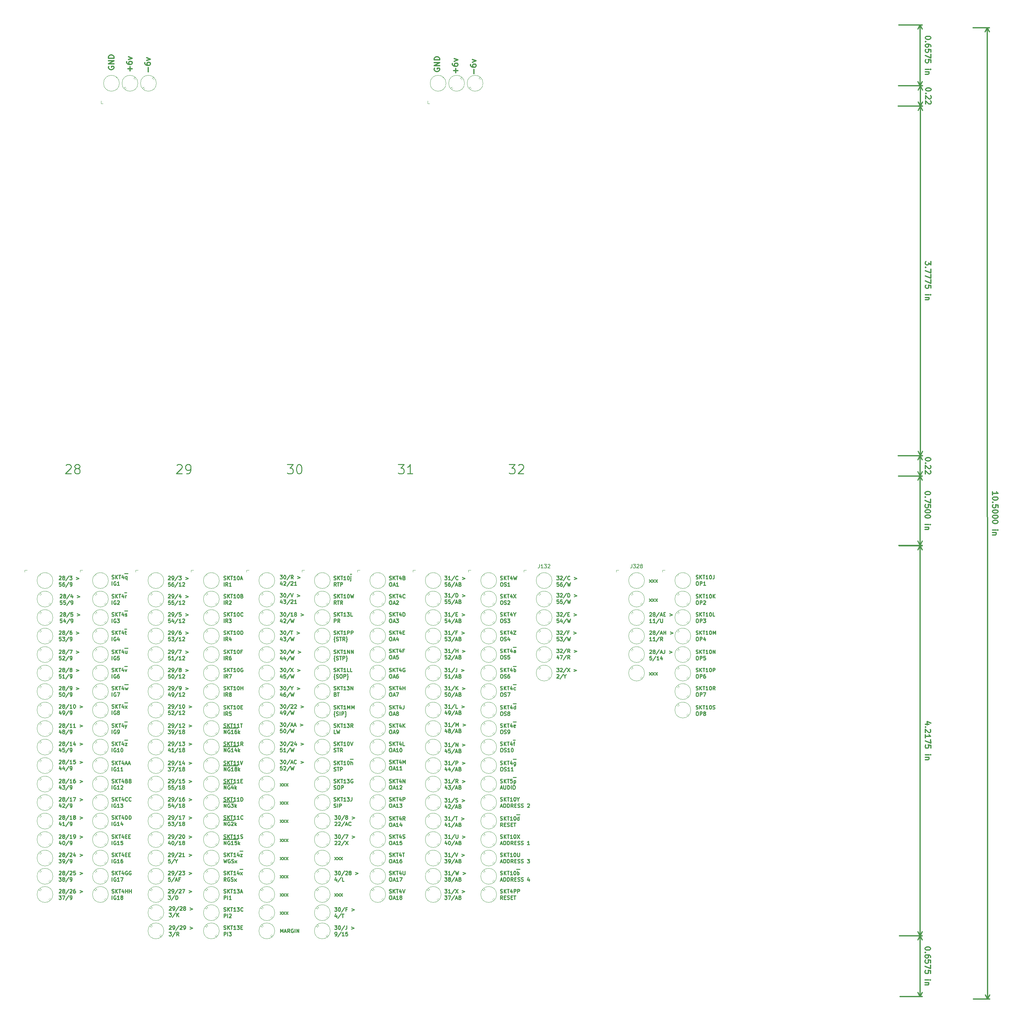
<source format=gbr>
G04 #@! TF.GenerationSoftware,KiCad,Pcbnew,(5.0.0)*
G04 #@! TF.CreationDate,2019-09-22T13:57:07+01:00*
G04 #@! TF.ProjectId,Backplane3,4261636B706C616E65332E6B69636164,rev?*
G04 #@! TF.SameCoordinates,Original*
G04 #@! TF.FileFunction,Legend,Top*
G04 #@! TF.FilePolarity,Positive*
%FSLAX46Y46*%
G04 Gerber Fmt 4.6, Leading zero omitted, Abs format (unit mm)*
G04 Created by KiCad (PCBNEW (5.0.0)) date 09/22/19 13:57:07*
%MOMM*%
%LPD*%
G01*
G04 APERTURE LIST*
%ADD10C,0.300000*%
%ADD11C,0.250000*%
%ADD12C,0.254000*%
%ADD13C,0.120000*%
%ADD14C,0.150000*%
G04 APERTURE END LIST*
D10*
X48000000Y-36642857D02*
X47928571Y-36785714D01*
X47928571Y-37000000D01*
X48000000Y-37214285D01*
X48142857Y-37357142D01*
X48285714Y-37428571D01*
X48571428Y-37500000D01*
X48785714Y-37500000D01*
X49071428Y-37428571D01*
X49214285Y-37357142D01*
X49357142Y-37214285D01*
X49428571Y-37000000D01*
X49428571Y-36857142D01*
X49357142Y-36642857D01*
X49285714Y-36571428D01*
X48785714Y-36571428D01*
X48785714Y-36857142D01*
X49428571Y-35928571D02*
X47928571Y-35928571D01*
X49428571Y-35071428D01*
X47928571Y-35071428D01*
X49428571Y-34357142D02*
X47928571Y-34357142D01*
X47928571Y-34000000D01*
X48000000Y-33785714D01*
X48142857Y-33642857D01*
X48285714Y-33571428D01*
X48571428Y-33500000D01*
X48785714Y-33500000D01*
X49071428Y-33571428D01*
X49214285Y-33642857D01*
X49357142Y-33785714D01*
X49428571Y-34000000D01*
X49428571Y-34357142D01*
X53857142Y-37857142D02*
X53857142Y-36714285D01*
X54428571Y-37285714D02*
X53285714Y-37285714D01*
X52928571Y-35357142D02*
X52928571Y-35642857D01*
X53000000Y-35785714D01*
X53071428Y-35857142D01*
X53285714Y-36000000D01*
X53571428Y-36071428D01*
X54142857Y-36071428D01*
X54285714Y-36000000D01*
X54357142Y-35928571D01*
X54428571Y-35785714D01*
X54428571Y-35500000D01*
X54357142Y-35357142D01*
X54285714Y-35285714D01*
X54142857Y-35214285D01*
X53785714Y-35214285D01*
X53642857Y-35285714D01*
X53571428Y-35357142D01*
X53500000Y-35500000D01*
X53500000Y-35785714D01*
X53571428Y-35928571D01*
X53642857Y-36000000D01*
X53785714Y-36071428D01*
X53428571Y-34714285D02*
X54428571Y-34357142D01*
X53428571Y-34000000D01*
X58857142Y-38107142D02*
X58857142Y-36964285D01*
X57928571Y-35607142D02*
X57928571Y-35892857D01*
X58000000Y-36035714D01*
X58071428Y-36107142D01*
X58285714Y-36250000D01*
X58571428Y-36321428D01*
X59142857Y-36321428D01*
X59285714Y-36250000D01*
X59357142Y-36178571D01*
X59428571Y-36035714D01*
X59428571Y-35750000D01*
X59357142Y-35607142D01*
X59285714Y-35535714D01*
X59142857Y-35464285D01*
X58785714Y-35464285D01*
X58642857Y-35535714D01*
X58571428Y-35607142D01*
X58500000Y-35750000D01*
X58500000Y-36035714D01*
X58571428Y-36178571D01*
X58642857Y-36250000D01*
X58785714Y-36321428D01*
X58428571Y-34964285D02*
X59428571Y-34607142D01*
X58428571Y-34250000D01*
D11*
X196602976Y-196922619D02*
X196650595Y-196875000D01*
X196745833Y-196827380D01*
X196983928Y-196827380D01*
X197079166Y-196875000D01*
X197126785Y-196922619D01*
X197174404Y-197017857D01*
X197174404Y-197113095D01*
X197126785Y-197255952D01*
X196555357Y-197827380D01*
X197174404Y-197827380D01*
X197745833Y-197255952D02*
X197650595Y-197208333D01*
X197602976Y-197160714D01*
X197555357Y-197065476D01*
X197555357Y-197017857D01*
X197602976Y-196922619D01*
X197650595Y-196875000D01*
X197745833Y-196827380D01*
X197936309Y-196827380D01*
X198031547Y-196875000D01*
X198079166Y-196922619D01*
X198126785Y-197017857D01*
X198126785Y-197065476D01*
X198079166Y-197160714D01*
X198031547Y-197208333D01*
X197936309Y-197255952D01*
X197745833Y-197255952D01*
X197650595Y-197303571D01*
X197602976Y-197351190D01*
X197555357Y-197446428D01*
X197555357Y-197636904D01*
X197602976Y-197732142D01*
X197650595Y-197779761D01*
X197745833Y-197827380D01*
X197936309Y-197827380D01*
X198031547Y-197779761D01*
X198079166Y-197732142D01*
X198126785Y-197636904D01*
X198126785Y-197446428D01*
X198079166Y-197351190D01*
X198031547Y-197303571D01*
X197936309Y-197255952D01*
X199269642Y-196779761D02*
X198412500Y-198065476D01*
X199555357Y-197541666D02*
X200031547Y-197541666D01*
X199460119Y-197827380D02*
X199793452Y-196827380D01*
X200126785Y-197827380D01*
X200745833Y-196827380D02*
X200745833Y-197541666D01*
X200698214Y-197684523D01*
X200602976Y-197779761D01*
X200460119Y-197827380D01*
X200364880Y-197827380D01*
X201983928Y-197160714D02*
X202745833Y-197446428D01*
X201983928Y-197732142D01*
X197126785Y-198577380D02*
X196650595Y-198577380D01*
X196602976Y-199053571D01*
X196650595Y-199005952D01*
X196745833Y-198958333D01*
X196983928Y-198958333D01*
X197079166Y-199005952D01*
X197126785Y-199053571D01*
X197174404Y-199148809D01*
X197174404Y-199386904D01*
X197126785Y-199482142D01*
X197079166Y-199529761D01*
X196983928Y-199577380D01*
X196745833Y-199577380D01*
X196650595Y-199529761D01*
X196602976Y-199482142D01*
X198317261Y-198529761D02*
X197460119Y-199815476D01*
X199174404Y-199577380D02*
X198602976Y-199577380D01*
X198888690Y-199577380D02*
X198888690Y-198577380D01*
X198793452Y-198720238D01*
X198698214Y-198815476D01*
X198602976Y-198863095D01*
X200031547Y-198910714D02*
X200031547Y-199577380D01*
X199793452Y-198529761D02*
X199555357Y-199244047D01*
X200174404Y-199244047D01*
X110055357Y-247577380D02*
X110674404Y-247577380D01*
X110341071Y-247958333D01*
X110483928Y-247958333D01*
X110579166Y-248005952D01*
X110626785Y-248053571D01*
X110674404Y-248148809D01*
X110674404Y-248386904D01*
X110626785Y-248482142D01*
X110579166Y-248529761D01*
X110483928Y-248577380D01*
X110198214Y-248577380D01*
X110102976Y-248529761D01*
X110055357Y-248482142D01*
X111293452Y-247577380D02*
X111388690Y-247577380D01*
X111483928Y-247625000D01*
X111531547Y-247672619D01*
X111579166Y-247767857D01*
X111626785Y-247958333D01*
X111626785Y-248196428D01*
X111579166Y-248386904D01*
X111531547Y-248482142D01*
X111483928Y-248529761D01*
X111388690Y-248577380D01*
X111293452Y-248577380D01*
X111198214Y-248529761D01*
X111150595Y-248482142D01*
X111102976Y-248386904D01*
X111055357Y-248196428D01*
X111055357Y-247958333D01*
X111102976Y-247767857D01*
X111150595Y-247672619D01*
X111198214Y-247625000D01*
X111293452Y-247577380D01*
X112769642Y-247529761D02*
X111912500Y-248815476D01*
X113007738Y-247577380D02*
X113674404Y-247577380D01*
X113245833Y-248577380D01*
X114817261Y-247910714D02*
X115579166Y-248196428D01*
X114817261Y-248482142D01*
X110102976Y-249422619D02*
X110150595Y-249375000D01*
X110245833Y-249327380D01*
X110483928Y-249327380D01*
X110579166Y-249375000D01*
X110626785Y-249422619D01*
X110674404Y-249517857D01*
X110674404Y-249613095D01*
X110626785Y-249755952D01*
X110055357Y-250327380D01*
X110674404Y-250327380D01*
X111055357Y-249422619D02*
X111102976Y-249375000D01*
X111198214Y-249327380D01*
X111436309Y-249327380D01*
X111531547Y-249375000D01*
X111579166Y-249422619D01*
X111626785Y-249517857D01*
X111626785Y-249613095D01*
X111579166Y-249755952D01*
X111007738Y-250327380D01*
X111626785Y-250327380D01*
X112769642Y-249279761D02*
X111912500Y-250565476D01*
X113007738Y-249327380D02*
X113674404Y-250327380D01*
X113674404Y-249327380D02*
X113007738Y-250327380D01*
X209352976Y-213029761D02*
X209495833Y-213077380D01*
X209733928Y-213077380D01*
X209829166Y-213029761D01*
X209876785Y-212982142D01*
X209924404Y-212886904D01*
X209924404Y-212791666D01*
X209876785Y-212696428D01*
X209829166Y-212648809D01*
X209733928Y-212601190D01*
X209543452Y-212553571D01*
X209448214Y-212505952D01*
X209400595Y-212458333D01*
X209352976Y-212363095D01*
X209352976Y-212267857D01*
X209400595Y-212172619D01*
X209448214Y-212125000D01*
X209543452Y-212077380D01*
X209781547Y-212077380D01*
X209924404Y-212125000D01*
X210352976Y-213077380D02*
X210352976Y-212077380D01*
X210924404Y-213077380D02*
X210495833Y-212505952D01*
X210924404Y-212077380D02*
X210352976Y-212648809D01*
X211210119Y-212077380D02*
X211781547Y-212077380D01*
X211495833Y-213077380D02*
X211495833Y-212077380D01*
X212638690Y-213077380D02*
X212067261Y-213077380D01*
X212352976Y-213077380D02*
X212352976Y-212077380D01*
X212257738Y-212220238D01*
X212162500Y-212315476D01*
X212067261Y-212363095D01*
X213257738Y-212077380D02*
X213352976Y-212077380D01*
X213448214Y-212125000D01*
X213495833Y-212172619D01*
X213543452Y-212267857D01*
X213591071Y-212458333D01*
X213591071Y-212696428D01*
X213543452Y-212886904D01*
X213495833Y-212982142D01*
X213448214Y-213029761D01*
X213352976Y-213077380D01*
X213257738Y-213077380D01*
X213162500Y-213029761D01*
X213114880Y-212982142D01*
X213067261Y-212886904D01*
X213019642Y-212696428D01*
X213019642Y-212458333D01*
X213067261Y-212267857D01*
X213114880Y-212172619D01*
X213162500Y-212125000D01*
X213257738Y-212077380D01*
X213972023Y-213029761D02*
X214114880Y-213077380D01*
X214352976Y-213077380D01*
X214448214Y-213029761D01*
X214495833Y-212982142D01*
X214543452Y-212886904D01*
X214543452Y-212791666D01*
X214495833Y-212696428D01*
X214448214Y-212648809D01*
X214352976Y-212601190D01*
X214162500Y-212553571D01*
X214067261Y-212505952D01*
X214019642Y-212458333D01*
X213972023Y-212363095D01*
X213972023Y-212267857D01*
X214019642Y-212172619D01*
X214067261Y-212125000D01*
X214162500Y-212077380D01*
X214400595Y-212077380D01*
X214543452Y-212125000D01*
X209591071Y-213827380D02*
X209781547Y-213827380D01*
X209876785Y-213875000D01*
X209972023Y-213970238D01*
X210019642Y-214160714D01*
X210019642Y-214494047D01*
X209972023Y-214684523D01*
X209876785Y-214779761D01*
X209781547Y-214827380D01*
X209591071Y-214827380D01*
X209495833Y-214779761D01*
X209400595Y-214684523D01*
X209352976Y-214494047D01*
X209352976Y-214160714D01*
X209400595Y-213970238D01*
X209495833Y-213875000D01*
X209591071Y-213827380D01*
X210448214Y-214827380D02*
X210448214Y-213827380D01*
X210829166Y-213827380D01*
X210924404Y-213875000D01*
X210972023Y-213922619D01*
X211019642Y-214017857D01*
X211019642Y-214160714D01*
X210972023Y-214255952D01*
X210924404Y-214303571D01*
X210829166Y-214351190D01*
X210448214Y-214351190D01*
X211591071Y-214255952D02*
X211495833Y-214208333D01*
X211448214Y-214160714D01*
X211400595Y-214065476D01*
X211400595Y-214017857D01*
X211448214Y-213922619D01*
X211495833Y-213875000D01*
X211591071Y-213827380D01*
X211781547Y-213827380D01*
X211876785Y-213875000D01*
X211924404Y-213922619D01*
X211972023Y-214017857D01*
X211972023Y-214065476D01*
X211924404Y-214160714D01*
X211876785Y-214208333D01*
X211781547Y-214255952D01*
X211591071Y-214255952D01*
X211495833Y-214303571D01*
X211448214Y-214351190D01*
X211400595Y-214446428D01*
X211400595Y-214636904D01*
X211448214Y-214732142D01*
X211495833Y-214779761D01*
X211591071Y-214827380D01*
X211781547Y-214827380D01*
X211876785Y-214779761D01*
X211924404Y-214732142D01*
X211972023Y-214636904D01*
X211972023Y-214446428D01*
X211924404Y-214351190D01*
X211876785Y-214303571D01*
X211781547Y-214255952D01*
X209352976Y-207779761D02*
X209495833Y-207827380D01*
X209733928Y-207827380D01*
X209829166Y-207779761D01*
X209876785Y-207732142D01*
X209924404Y-207636904D01*
X209924404Y-207541666D01*
X209876785Y-207446428D01*
X209829166Y-207398809D01*
X209733928Y-207351190D01*
X209543452Y-207303571D01*
X209448214Y-207255952D01*
X209400595Y-207208333D01*
X209352976Y-207113095D01*
X209352976Y-207017857D01*
X209400595Y-206922619D01*
X209448214Y-206875000D01*
X209543452Y-206827380D01*
X209781547Y-206827380D01*
X209924404Y-206875000D01*
X210352976Y-207827380D02*
X210352976Y-206827380D01*
X210924404Y-207827380D02*
X210495833Y-207255952D01*
X210924404Y-206827380D02*
X210352976Y-207398809D01*
X211210119Y-206827380D02*
X211781547Y-206827380D01*
X211495833Y-207827380D02*
X211495833Y-206827380D01*
X212638690Y-207827380D02*
X212067261Y-207827380D01*
X212352976Y-207827380D02*
X212352976Y-206827380D01*
X212257738Y-206970238D01*
X212162500Y-207065476D01*
X212067261Y-207113095D01*
X213257738Y-206827380D02*
X213352976Y-206827380D01*
X213448214Y-206875000D01*
X213495833Y-206922619D01*
X213543452Y-207017857D01*
X213591071Y-207208333D01*
X213591071Y-207446428D01*
X213543452Y-207636904D01*
X213495833Y-207732142D01*
X213448214Y-207779761D01*
X213352976Y-207827380D01*
X213257738Y-207827380D01*
X213162500Y-207779761D01*
X213114880Y-207732142D01*
X213067261Y-207636904D01*
X213019642Y-207446428D01*
X213019642Y-207208333D01*
X213067261Y-207017857D01*
X213114880Y-206922619D01*
X213162500Y-206875000D01*
X213257738Y-206827380D01*
X214591071Y-207827380D02*
X214257738Y-207351190D01*
X214019642Y-207827380D02*
X214019642Y-206827380D01*
X214400595Y-206827380D01*
X214495833Y-206875000D01*
X214543452Y-206922619D01*
X214591071Y-207017857D01*
X214591071Y-207160714D01*
X214543452Y-207255952D01*
X214495833Y-207303571D01*
X214400595Y-207351190D01*
X214019642Y-207351190D01*
X209591071Y-208577380D02*
X209781547Y-208577380D01*
X209876785Y-208625000D01*
X209972023Y-208720238D01*
X210019642Y-208910714D01*
X210019642Y-209244047D01*
X209972023Y-209434523D01*
X209876785Y-209529761D01*
X209781547Y-209577380D01*
X209591071Y-209577380D01*
X209495833Y-209529761D01*
X209400595Y-209434523D01*
X209352976Y-209244047D01*
X209352976Y-208910714D01*
X209400595Y-208720238D01*
X209495833Y-208625000D01*
X209591071Y-208577380D01*
X210448214Y-209577380D02*
X210448214Y-208577380D01*
X210829166Y-208577380D01*
X210924404Y-208625000D01*
X210972023Y-208672619D01*
X211019642Y-208767857D01*
X211019642Y-208910714D01*
X210972023Y-209005952D01*
X210924404Y-209053571D01*
X210829166Y-209101190D01*
X210448214Y-209101190D01*
X211352976Y-208577380D02*
X212019642Y-208577380D01*
X211591071Y-209577380D01*
X209352976Y-202779761D02*
X209495833Y-202827380D01*
X209733928Y-202827380D01*
X209829166Y-202779761D01*
X209876785Y-202732142D01*
X209924404Y-202636904D01*
X209924404Y-202541666D01*
X209876785Y-202446428D01*
X209829166Y-202398809D01*
X209733928Y-202351190D01*
X209543452Y-202303571D01*
X209448214Y-202255952D01*
X209400595Y-202208333D01*
X209352976Y-202113095D01*
X209352976Y-202017857D01*
X209400595Y-201922619D01*
X209448214Y-201875000D01*
X209543452Y-201827380D01*
X209781547Y-201827380D01*
X209924404Y-201875000D01*
X210352976Y-202827380D02*
X210352976Y-201827380D01*
X210924404Y-202827380D02*
X210495833Y-202255952D01*
X210924404Y-201827380D02*
X210352976Y-202398809D01*
X211210119Y-201827380D02*
X211781547Y-201827380D01*
X211495833Y-202827380D02*
X211495833Y-201827380D01*
X212638690Y-202827380D02*
X212067261Y-202827380D01*
X212352976Y-202827380D02*
X212352976Y-201827380D01*
X212257738Y-201970238D01*
X212162500Y-202065476D01*
X212067261Y-202113095D01*
X213257738Y-201827380D02*
X213352976Y-201827380D01*
X213448214Y-201875000D01*
X213495833Y-201922619D01*
X213543452Y-202017857D01*
X213591071Y-202208333D01*
X213591071Y-202446428D01*
X213543452Y-202636904D01*
X213495833Y-202732142D01*
X213448214Y-202779761D01*
X213352976Y-202827380D01*
X213257738Y-202827380D01*
X213162500Y-202779761D01*
X213114880Y-202732142D01*
X213067261Y-202636904D01*
X213019642Y-202446428D01*
X213019642Y-202208333D01*
X213067261Y-202017857D01*
X213114880Y-201922619D01*
X213162500Y-201875000D01*
X213257738Y-201827380D01*
X214019642Y-202827380D02*
X214019642Y-201827380D01*
X214400595Y-201827380D01*
X214495833Y-201875000D01*
X214543452Y-201922619D01*
X214591071Y-202017857D01*
X214591071Y-202160714D01*
X214543452Y-202255952D01*
X214495833Y-202303571D01*
X214400595Y-202351190D01*
X214019642Y-202351190D01*
X209591071Y-203577380D02*
X209781547Y-203577380D01*
X209876785Y-203625000D01*
X209972023Y-203720238D01*
X210019642Y-203910714D01*
X210019642Y-204244047D01*
X209972023Y-204434523D01*
X209876785Y-204529761D01*
X209781547Y-204577380D01*
X209591071Y-204577380D01*
X209495833Y-204529761D01*
X209400595Y-204434523D01*
X209352976Y-204244047D01*
X209352976Y-203910714D01*
X209400595Y-203720238D01*
X209495833Y-203625000D01*
X209591071Y-203577380D01*
X210448214Y-204577380D02*
X210448214Y-203577380D01*
X210829166Y-203577380D01*
X210924404Y-203625000D01*
X210972023Y-203672619D01*
X211019642Y-203767857D01*
X211019642Y-203910714D01*
X210972023Y-204005952D01*
X210924404Y-204053571D01*
X210829166Y-204101190D01*
X210448214Y-204101190D01*
X211876785Y-203577380D02*
X211686309Y-203577380D01*
X211591071Y-203625000D01*
X211543452Y-203672619D01*
X211448214Y-203815476D01*
X211400595Y-204005952D01*
X211400595Y-204386904D01*
X211448214Y-204482142D01*
X211495833Y-204529761D01*
X211591071Y-204577380D01*
X211781547Y-204577380D01*
X211876785Y-204529761D01*
X211924404Y-204482142D01*
X211972023Y-204386904D01*
X211972023Y-204148809D01*
X211924404Y-204053571D01*
X211876785Y-204005952D01*
X211781547Y-203958333D01*
X211591071Y-203958333D01*
X211495833Y-204005952D01*
X211448214Y-204053571D01*
X211400595Y-204148809D01*
X209352976Y-197779761D02*
X209495833Y-197827380D01*
X209733928Y-197827380D01*
X209829166Y-197779761D01*
X209876785Y-197732142D01*
X209924404Y-197636904D01*
X209924404Y-197541666D01*
X209876785Y-197446428D01*
X209829166Y-197398809D01*
X209733928Y-197351190D01*
X209543452Y-197303571D01*
X209448214Y-197255952D01*
X209400595Y-197208333D01*
X209352976Y-197113095D01*
X209352976Y-197017857D01*
X209400595Y-196922619D01*
X209448214Y-196875000D01*
X209543452Y-196827380D01*
X209781547Y-196827380D01*
X209924404Y-196875000D01*
X210352976Y-197827380D02*
X210352976Y-196827380D01*
X210924404Y-197827380D02*
X210495833Y-197255952D01*
X210924404Y-196827380D02*
X210352976Y-197398809D01*
X211210119Y-196827380D02*
X211781547Y-196827380D01*
X211495833Y-197827380D02*
X211495833Y-196827380D01*
X212638690Y-197827380D02*
X212067261Y-197827380D01*
X212352976Y-197827380D02*
X212352976Y-196827380D01*
X212257738Y-196970238D01*
X212162500Y-197065476D01*
X212067261Y-197113095D01*
X213257738Y-196827380D02*
X213352976Y-196827380D01*
X213448214Y-196875000D01*
X213495833Y-196922619D01*
X213543452Y-197017857D01*
X213591071Y-197208333D01*
X213591071Y-197446428D01*
X213543452Y-197636904D01*
X213495833Y-197732142D01*
X213448214Y-197779761D01*
X213352976Y-197827380D01*
X213257738Y-197827380D01*
X213162500Y-197779761D01*
X213114880Y-197732142D01*
X213067261Y-197636904D01*
X213019642Y-197446428D01*
X213019642Y-197208333D01*
X213067261Y-197017857D01*
X213114880Y-196922619D01*
X213162500Y-196875000D01*
X213257738Y-196827380D01*
X214019642Y-197827380D02*
X214019642Y-196827380D01*
X214591071Y-197827380D01*
X214591071Y-196827380D01*
X209591071Y-198577380D02*
X209781547Y-198577380D01*
X209876785Y-198625000D01*
X209972023Y-198720238D01*
X210019642Y-198910714D01*
X210019642Y-199244047D01*
X209972023Y-199434523D01*
X209876785Y-199529761D01*
X209781547Y-199577380D01*
X209591071Y-199577380D01*
X209495833Y-199529761D01*
X209400595Y-199434523D01*
X209352976Y-199244047D01*
X209352976Y-198910714D01*
X209400595Y-198720238D01*
X209495833Y-198625000D01*
X209591071Y-198577380D01*
X210448214Y-199577380D02*
X210448214Y-198577380D01*
X210829166Y-198577380D01*
X210924404Y-198625000D01*
X210972023Y-198672619D01*
X211019642Y-198767857D01*
X211019642Y-198910714D01*
X210972023Y-199005952D01*
X210924404Y-199053571D01*
X210829166Y-199101190D01*
X210448214Y-199101190D01*
X211924404Y-198577380D02*
X211448214Y-198577380D01*
X211400595Y-199053571D01*
X211448214Y-199005952D01*
X211543452Y-198958333D01*
X211781547Y-198958333D01*
X211876785Y-199005952D01*
X211924404Y-199053571D01*
X211972023Y-199148809D01*
X211972023Y-199386904D01*
X211924404Y-199482142D01*
X211876785Y-199529761D01*
X211781547Y-199577380D01*
X211543452Y-199577380D01*
X211448214Y-199529761D01*
X211400595Y-199482142D01*
X209352976Y-192529761D02*
X209495833Y-192577380D01*
X209733928Y-192577380D01*
X209829166Y-192529761D01*
X209876785Y-192482142D01*
X209924404Y-192386904D01*
X209924404Y-192291666D01*
X209876785Y-192196428D01*
X209829166Y-192148809D01*
X209733928Y-192101190D01*
X209543452Y-192053571D01*
X209448214Y-192005952D01*
X209400595Y-191958333D01*
X209352976Y-191863095D01*
X209352976Y-191767857D01*
X209400595Y-191672619D01*
X209448214Y-191625000D01*
X209543452Y-191577380D01*
X209781547Y-191577380D01*
X209924404Y-191625000D01*
X210352976Y-192577380D02*
X210352976Y-191577380D01*
X210924404Y-192577380D02*
X210495833Y-192005952D01*
X210924404Y-191577380D02*
X210352976Y-192148809D01*
X211210119Y-191577380D02*
X211781547Y-191577380D01*
X211495833Y-192577380D02*
X211495833Y-191577380D01*
X212638690Y-192577380D02*
X212067261Y-192577380D01*
X212352976Y-192577380D02*
X212352976Y-191577380D01*
X212257738Y-191720238D01*
X212162500Y-191815476D01*
X212067261Y-191863095D01*
X213257738Y-191577380D02*
X213352976Y-191577380D01*
X213448214Y-191625000D01*
X213495833Y-191672619D01*
X213543452Y-191767857D01*
X213591071Y-191958333D01*
X213591071Y-192196428D01*
X213543452Y-192386904D01*
X213495833Y-192482142D01*
X213448214Y-192529761D01*
X213352976Y-192577380D01*
X213257738Y-192577380D01*
X213162500Y-192529761D01*
X213114880Y-192482142D01*
X213067261Y-192386904D01*
X213019642Y-192196428D01*
X213019642Y-191958333D01*
X213067261Y-191767857D01*
X213114880Y-191672619D01*
X213162500Y-191625000D01*
X213257738Y-191577380D01*
X214019642Y-192577380D02*
X214019642Y-191577380D01*
X214352976Y-192291666D01*
X214686309Y-191577380D01*
X214686309Y-192577380D01*
X209591071Y-193327380D02*
X209781547Y-193327380D01*
X209876785Y-193375000D01*
X209972023Y-193470238D01*
X210019642Y-193660714D01*
X210019642Y-193994047D01*
X209972023Y-194184523D01*
X209876785Y-194279761D01*
X209781547Y-194327380D01*
X209591071Y-194327380D01*
X209495833Y-194279761D01*
X209400595Y-194184523D01*
X209352976Y-193994047D01*
X209352976Y-193660714D01*
X209400595Y-193470238D01*
X209495833Y-193375000D01*
X209591071Y-193327380D01*
X210448214Y-194327380D02*
X210448214Y-193327380D01*
X210829166Y-193327380D01*
X210924404Y-193375000D01*
X210972023Y-193422619D01*
X211019642Y-193517857D01*
X211019642Y-193660714D01*
X210972023Y-193755952D01*
X210924404Y-193803571D01*
X210829166Y-193851190D01*
X210448214Y-193851190D01*
X211876785Y-193660714D02*
X211876785Y-194327380D01*
X211638690Y-193279761D02*
X211400595Y-193994047D01*
X212019642Y-193994047D01*
X209352976Y-187529761D02*
X209495833Y-187577380D01*
X209733928Y-187577380D01*
X209829166Y-187529761D01*
X209876785Y-187482142D01*
X209924404Y-187386904D01*
X209924404Y-187291666D01*
X209876785Y-187196428D01*
X209829166Y-187148809D01*
X209733928Y-187101190D01*
X209543452Y-187053571D01*
X209448214Y-187005952D01*
X209400595Y-186958333D01*
X209352976Y-186863095D01*
X209352976Y-186767857D01*
X209400595Y-186672619D01*
X209448214Y-186625000D01*
X209543452Y-186577380D01*
X209781547Y-186577380D01*
X209924404Y-186625000D01*
X210352976Y-187577380D02*
X210352976Y-186577380D01*
X210924404Y-187577380D02*
X210495833Y-187005952D01*
X210924404Y-186577380D02*
X210352976Y-187148809D01*
X211210119Y-186577380D02*
X211781547Y-186577380D01*
X211495833Y-187577380D02*
X211495833Y-186577380D01*
X212638690Y-187577380D02*
X212067261Y-187577380D01*
X212352976Y-187577380D02*
X212352976Y-186577380D01*
X212257738Y-186720238D01*
X212162500Y-186815476D01*
X212067261Y-186863095D01*
X213257738Y-186577380D02*
X213352976Y-186577380D01*
X213448214Y-186625000D01*
X213495833Y-186672619D01*
X213543452Y-186767857D01*
X213591071Y-186958333D01*
X213591071Y-187196428D01*
X213543452Y-187386904D01*
X213495833Y-187482142D01*
X213448214Y-187529761D01*
X213352976Y-187577380D01*
X213257738Y-187577380D01*
X213162500Y-187529761D01*
X213114880Y-187482142D01*
X213067261Y-187386904D01*
X213019642Y-187196428D01*
X213019642Y-186958333D01*
X213067261Y-186767857D01*
X213114880Y-186672619D01*
X213162500Y-186625000D01*
X213257738Y-186577380D01*
X214495833Y-187577380D02*
X214019642Y-187577380D01*
X214019642Y-186577380D01*
X209591071Y-188327380D02*
X209781547Y-188327380D01*
X209876785Y-188375000D01*
X209972023Y-188470238D01*
X210019642Y-188660714D01*
X210019642Y-188994047D01*
X209972023Y-189184523D01*
X209876785Y-189279761D01*
X209781547Y-189327380D01*
X209591071Y-189327380D01*
X209495833Y-189279761D01*
X209400595Y-189184523D01*
X209352976Y-188994047D01*
X209352976Y-188660714D01*
X209400595Y-188470238D01*
X209495833Y-188375000D01*
X209591071Y-188327380D01*
X210448214Y-189327380D02*
X210448214Y-188327380D01*
X210829166Y-188327380D01*
X210924404Y-188375000D01*
X210972023Y-188422619D01*
X211019642Y-188517857D01*
X211019642Y-188660714D01*
X210972023Y-188755952D01*
X210924404Y-188803571D01*
X210829166Y-188851190D01*
X210448214Y-188851190D01*
X211352976Y-188327380D02*
X211972023Y-188327380D01*
X211638690Y-188708333D01*
X211781547Y-188708333D01*
X211876785Y-188755952D01*
X211924404Y-188803571D01*
X211972023Y-188898809D01*
X211972023Y-189136904D01*
X211924404Y-189232142D01*
X211876785Y-189279761D01*
X211781547Y-189327380D01*
X211495833Y-189327380D01*
X211400595Y-189279761D01*
X211352976Y-189232142D01*
X209352976Y-182529761D02*
X209495833Y-182577380D01*
X209733928Y-182577380D01*
X209829166Y-182529761D01*
X209876785Y-182482142D01*
X209924404Y-182386904D01*
X209924404Y-182291666D01*
X209876785Y-182196428D01*
X209829166Y-182148809D01*
X209733928Y-182101190D01*
X209543452Y-182053571D01*
X209448214Y-182005952D01*
X209400595Y-181958333D01*
X209352976Y-181863095D01*
X209352976Y-181767857D01*
X209400595Y-181672619D01*
X209448214Y-181625000D01*
X209543452Y-181577380D01*
X209781547Y-181577380D01*
X209924404Y-181625000D01*
X210352976Y-182577380D02*
X210352976Y-181577380D01*
X210924404Y-182577380D02*
X210495833Y-182005952D01*
X210924404Y-181577380D02*
X210352976Y-182148809D01*
X211210119Y-181577380D02*
X211781547Y-181577380D01*
X211495833Y-182577380D02*
X211495833Y-181577380D01*
X212638690Y-182577380D02*
X212067261Y-182577380D01*
X212352976Y-182577380D02*
X212352976Y-181577380D01*
X212257738Y-181720238D01*
X212162500Y-181815476D01*
X212067261Y-181863095D01*
X213257738Y-181577380D02*
X213352976Y-181577380D01*
X213448214Y-181625000D01*
X213495833Y-181672619D01*
X213543452Y-181767857D01*
X213591071Y-181958333D01*
X213591071Y-182196428D01*
X213543452Y-182386904D01*
X213495833Y-182482142D01*
X213448214Y-182529761D01*
X213352976Y-182577380D01*
X213257738Y-182577380D01*
X213162500Y-182529761D01*
X213114880Y-182482142D01*
X213067261Y-182386904D01*
X213019642Y-182196428D01*
X213019642Y-181958333D01*
X213067261Y-181767857D01*
X213114880Y-181672619D01*
X213162500Y-181625000D01*
X213257738Y-181577380D01*
X214019642Y-182577380D02*
X214019642Y-181577380D01*
X214591071Y-182577380D02*
X214162500Y-182005952D01*
X214591071Y-181577380D02*
X214019642Y-182148809D01*
X209591071Y-183327380D02*
X209781547Y-183327380D01*
X209876785Y-183375000D01*
X209972023Y-183470238D01*
X210019642Y-183660714D01*
X210019642Y-183994047D01*
X209972023Y-184184523D01*
X209876785Y-184279761D01*
X209781547Y-184327380D01*
X209591071Y-184327380D01*
X209495833Y-184279761D01*
X209400595Y-184184523D01*
X209352976Y-183994047D01*
X209352976Y-183660714D01*
X209400595Y-183470238D01*
X209495833Y-183375000D01*
X209591071Y-183327380D01*
X210448214Y-184327380D02*
X210448214Y-183327380D01*
X210829166Y-183327380D01*
X210924404Y-183375000D01*
X210972023Y-183422619D01*
X211019642Y-183517857D01*
X211019642Y-183660714D01*
X210972023Y-183755952D01*
X210924404Y-183803571D01*
X210829166Y-183851190D01*
X210448214Y-183851190D01*
X211400595Y-183422619D02*
X211448214Y-183375000D01*
X211543452Y-183327380D01*
X211781547Y-183327380D01*
X211876785Y-183375000D01*
X211924404Y-183422619D01*
X211972023Y-183517857D01*
X211972023Y-183613095D01*
X211924404Y-183755952D01*
X211352976Y-184327380D01*
X211972023Y-184327380D01*
X209352976Y-177279761D02*
X209495833Y-177327380D01*
X209733928Y-177327380D01*
X209829166Y-177279761D01*
X209876785Y-177232142D01*
X209924404Y-177136904D01*
X209924404Y-177041666D01*
X209876785Y-176946428D01*
X209829166Y-176898809D01*
X209733928Y-176851190D01*
X209543452Y-176803571D01*
X209448214Y-176755952D01*
X209400595Y-176708333D01*
X209352976Y-176613095D01*
X209352976Y-176517857D01*
X209400595Y-176422619D01*
X209448214Y-176375000D01*
X209543452Y-176327380D01*
X209781547Y-176327380D01*
X209924404Y-176375000D01*
X210352976Y-177327380D02*
X210352976Y-176327380D01*
X210924404Y-177327380D02*
X210495833Y-176755952D01*
X210924404Y-176327380D02*
X210352976Y-176898809D01*
X211210119Y-176327380D02*
X211781547Y-176327380D01*
X211495833Y-177327380D02*
X211495833Y-176327380D01*
X212638690Y-177327380D02*
X212067261Y-177327380D01*
X212352976Y-177327380D02*
X212352976Y-176327380D01*
X212257738Y-176470238D01*
X212162500Y-176565476D01*
X212067261Y-176613095D01*
X213257738Y-176327380D02*
X213352976Y-176327380D01*
X213448214Y-176375000D01*
X213495833Y-176422619D01*
X213543452Y-176517857D01*
X213591071Y-176708333D01*
X213591071Y-176946428D01*
X213543452Y-177136904D01*
X213495833Y-177232142D01*
X213448214Y-177279761D01*
X213352976Y-177327380D01*
X213257738Y-177327380D01*
X213162500Y-177279761D01*
X213114880Y-177232142D01*
X213067261Y-177136904D01*
X213019642Y-176946428D01*
X213019642Y-176708333D01*
X213067261Y-176517857D01*
X213114880Y-176422619D01*
X213162500Y-176375000D01*
X213257738Y-176327380D01*
X214305357Y-176327380D02*
X214305357Y-177041666D01*
X214257738Y-177184523D01*
X214162500Y-177279761D01*
X214019642Y-177327380D01*
X213924404Y-177327380D01*
X209591071Y-178077380D02*
X209781547Y-178077380D01*
X209876785Y-178125000D01*
X209972023Y-178220238D01*
X210019642Y-178410714D01*
X210019642Y-178744047D01*
X209972023Y-178934523D01*
X209876785Y-179029761D01*
X209781547Y-179077380D01*
X209591071Y-179077380D01*
X209495833Y-179029761D01*
X209400595Y-178934523D01*
X209352976Y-178744047D01*
X209352976Y-178410714D01*
X209400595Y-178220238D01*
X209495833Y-178125000D01*
X209591071Y-178077380D01*
X210448214Y-179077380D02*
X210448214Y-178077380D01*
X210829166Y-178077380D01*
X210924404Y-178125000D01*
X210972023Y-178172619D01*
X211019642Y-178267857D01*
X211019642Y-178410714D01*
X210972023Y-178505952D01*
X210924404Y-178553571D01*
X210829166Y-178601190D01*
X210448214Y-178601190D01*
X211972023Y-179077380D02*
X211400595Y-179077380D01*
X211686309Y-179077380D02*
X211686309Y-178077380D01*
X211591071Y-178220238D01*
X211495833Y-178315476D01*
X211400595Y-178363095D01*
X196555357Y-203702380D02*
X197079166Y-203035714D01*
X196555357Y-203035714D02*
X197079166Y-203702380D01*
X197364880Y-203702380D02*
X197888690Y-203035714D01*
X197364880Y-203035714D02*
X197888690Y-203702380D01*
X198174404Y-203702380D02*
X198698214Y-203035714D01*
X198174404Y-203035714D02*
X198698214Y-203702380D01*
X196602976Y-191672619D02*
X196650595Y-191625000D01*
X196745833Y-191577380D01*
X196983928Y-191577380D01*
X197079166Y-191625000D01*
X197126785Y-191672619D01*
X197174404Y-191767857D01*
X197174404Y-191863095D01*
X197126785Y-192005952D01*
X196555357Y-192577380D01*
X197174404Y-192577380D01*
X197745833Y-192005952D02*
X197650595Y-191958333D01*
X197602976Y-191910714D01*
X197555357Y-191815476D01*
X197555357Y-191767857D01*
X197602976Y-191672619D01*
X197650595Y-191625000D01*
X197745833Y-191577380D01*
X197936309Y-191577380D01*
X198031547Y-191625000D01*
X198079166Y-191672619D01*
X198126785Y-191767857D01*
X198126785Y-191815476D01*
X198079166Y-191910714D01*
X198031547Y-191958333D01*
X197936309Y-192005952D01*
X197745833Y-192005952D01*
X197650595Y-192053571D01*
X197602976Y-192101190D01*
X197555357Y-192196428D01*
X197555357Y-192386904D01*
X197602976Y-192482142D01*
X197650595Y-192529761D01*
X197745833Y-192577380D01*
X197936309Y-192577380D01*
X198031547Y-192529761D01*
X198079166Y-192482142D01*
X198126785Y-192386904D01*
X198126785Y-192196428D01*
X198079166Y-192101190D01*
X198031547Y-192053571D01*
X197936309Y-192005952D01*
X199269642Y-191529761D02*
X198412500Y-192815476D01*
X199555357Y-192291666D02*
X200031547Y-192291666D01*
X199460119Y-192577380D02*
X199793452Y-191577380D01*
X200126785Y-192577380D01*
X200460119Y-192577380D02*
X200460119Y-191577380D01*
X200460119Y-192053571D02*
X201031547Y-192053571D01*
X201031547Y-192577380D02*
X201031547Y-191577380D01*
X202269642Y-191910714D02*
X203031547Y-192196428D01*
X202269642Y-192482142D01*
X197174404Y-194327380D02*
X196602976Y-194327380D01*
X196888690Y-194327380D02*
X196888690Y-193327380D01*
X196793452Y-193470238D01*
X196698214Y-193565476D01*
X196602976Y-193613095D01*
X198126785Y-194327380D02*
X197555357Y-194327380D01*
X197841071Y-194327380D02*
X197841071Y-193327380D01*
X197745833Y-193470238D01*
X197650595Y-193565476D01*
X197555357Y-193613095D01*
X199269642Y-193279761D02*
X198412500Y-194565476D01*
X200174404Y-194327380D02*
X199841071Y-193851190D01*
X199602976Y-194327380D02*
X199602976Y-193327380D01*
X199983928Y-193327380D01*
X200079166Y-193375000D01*
X200126785Y-193422619D01*
X200174404Y-193517857D01*
X200174404Y-193660714D01*
X200126785Y-193755952D01*
X200079166Y-193803571D01*
X199983928Y-193851190D01*
X199602976Y-193851190D01*
X196602976Y-186672619D02*
X196650595Y-186625000D01*
X196745833Y-186577380D01*
X196983928Y-186577380D01*
X197079166Y-186625000D01*
X197126785Y-186672619D01*
X197174404Y-186767857D01*
X197174404Y-186863095D01*
X197126785Y-187005952D01*
X196555357Y-187577380D01*
X197174404Y-187577380D01*
X197745833Y-187005952D02*
X197650595Y-186958333D01*
X197602976Y-186910714D01*
X197555357Y-186815476D01*
X197555357Y-186767857D01*
X197602976Y-186672619D01*
X197650595Y-186625000D01*
X197745833Y-186577380D01*
X197936309Y-186577380D01*
X198031547Y-186625000D01*
X198079166Y-186672619D01*
X198126785Y-186767857D01*
X198126785Y-186815476D01*
X198079166Y-186910714D01*
X198031547Y-186958333D01*
X197936309Y-187005952D01*
X197745833Y-187005952D01*
X197650595Y-187053571D01*
X197602976Y-187101190D01*
X197555357Y-187196428D01*
X197555357Y-187386904D01*
X197602976Y-187482142D01*
X197650595Y-187529761D01*
X197745833Y-187577380D01*
X197936309Y-187577380D01*
X198031547Y-187529761D01*
X198079166Y-187482142D01*
X198126785Y-187386904D01*
X198126785Y-187196428D01*
X198079166Y-187101190D01*
X198031547Y-187053571D01*
X197936309Y-187005952D01*
X199269642Y-186529761D02*
X198412500Y-187815476D01*
X199555357Y-187291666D02*
X200031547Y-187291666D01*
X199460119Y-187577380D02*
X199793452Y-186577380D01*
X200126785Y-187577380D01*
X200460119Y-187053571D02*
X200793452Y-187053571D01*
X200936309Y-187577380D02*
X200460119Y-187577380D01*
X200460119Y-186577380D01*
X200936309Y-186577380D01*
X202126785Y-186910714D02*
X202888690Y-187196428D01*
X202126785Y-187482142D01*
X197174404Y-189327380D02*
X196602976Y-189327380D01*
X196888690Y-189327380D02*
X196888690Y-188327380D01*
X196793452Y-188470238D01*
X196698214Y-188565476D01*
X196602976Y-188613095D01*
X198126785Y-189327380D02*
X197555357Y-189327380D01*
X197841071Y-189327380D02*
X197841071Y-188327380D01*
X197745833Y-188470238D01*
X197650595Y-188565476D01*
X197555357Y-188613095D01*
X199269642Y-188279761D02*
X198412500Y-189565476D01*
X199602976Y-188327380D02*
X199602976Y-189136904D01*
X199650595Y-189232142D01*
X199698214Y-189279761D01*
X199793452Y-189327380D01*
X199983928Y-189327380D01*
X200079166Y-189279761D01*
X200126785Y-189232142D01*
X200174404Y-189136904D01*
X200174404Y-188327380D01*
X196555357Y-183452380D02*
X197079166Y-182785714D01*
X196555357Y-182785714D02*
X197079166Y-183452380D01*
X197364880Y-183452380D02*
X197888690Y-182785714D01*
X197364880Y-182785714D02*
X197888690Y-183452380D01*
X198174404Y-183452380D02*
X198698214Y-182785714D01*
X198174404Y-182785714D02*
X198698214Y-183452380D01*
X196555357Y-178202380D02*
X197079166Y-177535714D01*
X196555357Y-177535714D02*
X197079166Y-178202380D01*
X197364880Y-178202380D02*
X197888690Y-177535714D01*
X197364880Y-177535714D02*
X197888690Y-178202380D01*
X198174404Y-178202380D02*
X198698214Y-177535714D01*
X198174404Y-177535714D02*
X198698214Y-178202380D01*
X110055357Y-242327380D02*
X110674404Y-242327380D01*
X110341071Y-242708333D01*
X110483928Y-242708333D01*
X110579166Y-242755952D01*
X110626785Y-242803571D01*
X110674404Y-242898809D01*
X110674404Y-243136904D01*
X110626785Y-243232142D01*
X110579166Y-243279761D01*
X110483928Y-243327380D01*
X110198214Y-243327380D01*
X110102976Y-243279761D01*
X110055357Y-243232142D01*
X111293452Y-242327380D02*
X111388690Y-242327380D01*
X111483928Y-242375000D01*
X111531547Y-242422619D01*
X111579166Y-242517857D01*
X111626785Y-242708333D01*
X111626785Y-242946428D01*
X111579166Y-243136904D01*
X111531547Y-243232142D01*
X111483928Y-243279761D01*
X111388690Y-243327380D01*
X111293452Y-243327380D01*
X111198214Y-243279761D01*
X111150595Y-243232142D01*
X111102976Y-243136904D01*
X111055357Y-242946428D01*
X111055357Y-242708333D01*
X111102976Y-242517857D01*
X111150595Y-242422619D01*
X111198214Y-242375000D01*
X111293452Y-242327380D01*
X112769642Y-242279761D02*
X111912500Y-243565476D01*
X113245833Y-242755952D02*
X113150595Y-242708333D01*
X113102976Y-242660714D01*
X113055357Y-242565476D01*
X113055357Y-242517857D01*
X113102976Y-242422619D01*
X113150595Y-242375000D01*
X113245833Y-242327380D01*
X113436309Y-242327380D01*
X113531547Y-242375000D01*
X113579166Y-242422619D01*
X113626785Y-242517857D01*
X113626785Y-242565476D01*
X113579166Y-242660714D01*
X113531547Y-242708333D01*
X113436309Y-242755952D01*
X113245833Y-242755952D01*
X113150595Y-242803571D01*
X113102976Y-242851190D01*
X113055357Y-242946428D01*
X113055357Y-243136904D01*
X113102976Y-243232142D01*
X113150595Y-243279761D01*
X113245833Y-243327380D01*
X113436309Y-243327380D01*
X113531547Y-243279761D01*
X113579166Y-243232142D01*
X113626785Y-243136904D01*
X113626785Y-242946428D01*
X113579166Y-242851190D01*
X113531547Y-242803571D01*
X113436309Y-242755952D01*
X114817261Y-242660714D02*
X115579166Y-242946428D01*
X114817261Y-243232142D01*
X110102976Y-244172619D02*
X110150595Y-244125000D01*
X110245833Y-244077380D01*
X110483928Y-244077380D01*
X110579166Y-244125000D01*
X110626785Y-244172619D01*
X110674404Y-244267857D01*
X110674404Y-244363095D01*
X110626785Y-244505952D01*
X110055357Y-245077380D01*
X110674404Y-245077380D01*
X111055357Y-244172619D02*
X111102976Y-244125000D01*
X111198214Y-244077380D01*
X111436309Y-244077380D01*
X111531547Y-244125000D01*
X111579166Y-244172619D01*
X111626785Y-244267857D01*
X111626785Y-244363095D01*
X111579166Y-244505952D01*
X111007738Y-245077380D01*
X111626785Y-245077380D01*
X112769642Y-244029761D02*
X111912500Y-245315476D01*
X113055357Y-244791666D02*
X113531547Y-244791666D01*
X112960119Y-245077380D02*
X113293452Y-244077380D01*
X113626785Y-245077380D01*
X114531547Y-244982142D02*
X114483928Y-245029761D01*
X114341071Y-245077380D01*
X114245833Y-245077380D01*
X114102976Y-245029761D01*
X114007738Y-244934523D01*
X113960119Y-244839285D01*
X113912500Y-244648809D01*
X113912500Y-244505952D01*
X113960119Y-244315476D01*
X114007738Y-244220238D01*
X114102976Y-244125000D01*
X114245833Y-244077380D01*
X114341071Y-244077380D01*
X114483928Y-244125000D01*
X114531547Y-244172619D01*
X95055357Y-269452380D02*
X95579166Y-268785714D01*
X95055357Y-268785714D02*
X95579166Y-269452380D01*
X95864880Y-269452380D02*
X96388690Y-268785714D01*
X95864880Y-268785714D02*
X96388690Y-269452380D01*
X96674404Y-269452380D02*
X97198214Y-268785714D01*
X96674404Y-268785714D02*
X97198214Y-269452380D01*
X95055357Y-264452380D02*
X95579166Y-263785714D01*
X95055357Y-263785714D02*
X95579166Y-264452380D01*
X95864880Y-264452380D02*
X96388690Y-263785714D01*
X95864880Y-263785714D02*
X96388690Y-264452380D01*
X96674404Y-264452380D02*
X97198214Y-263785714D01*
X96674404Y-263785714D02*
X97198214Y-264452380D01*
X95055357Y-259452380D02*
X95579166Y-258785714D01*
X95055357Y-258785714D02*
X95579166Y-259452380D01*
X95864880Y-259452380D02*
X96388690Y-258785714D01*
X95864880Y-258785714D02*
X96388690Y-259452380D01*
X96674404Y-259452380D02*
X97198214Y-258785714D01*
X96674404Y-258785714D02*
X97198214Y-259452380D01*
X95055357Y-254452380D02*
X95579166Y-253785714D01*
X95055357Y-253785714D02*
X95579166Y-254452380D01*
X95864880Y-254452380D02*
X96388690Y-253785714D01*
X95864880Y-253785714D02*
X96388690Y-254452380D01*
X96674404Y-254452380D02*
X97198214Y-253785714D01*
X96674404Y-253785714D02*
X97198214Y-254452380D01*
X95055357Y-249452380D02*
X95579166Y-248785714D01*
X95055357Y-248785714D02*
X95579166Y-249452380D01*
X95864880Y-249452380D02*
X96388690Y-248785714D01*
X95864880Y-248785714D02*
X96388690Y-249452380D01*
X96674404Y-249452380D02*
X97198214Y-248785714D01*
X96674404Y-248785714D02*
X97198214Y-249452380D01*
X95055357Y-244202380D02*
X95579166Y-243535714D01*
X95055357Y-243535714D02*
X95579166Y-244202380D01*
X95864880Y-244202380D02*
X96388690Y-243535714D01*
X95864880Y-243535714D02*
X96388690Y-244202380D01*
X96674404Y-244202380D02*
X97198214Y-243535714D01*
X96674404Y-243535714D02*
X97198214Y-244202380D01*
X95055357Y-239202380D02*
X95579166Y-238535714D01*
X95055357Y-238535714D02*
X95579166Y-239202380D01*
X95864880Y-239202380D02*
X96388690Y-238535714D01*
X95864880Y-238535714D02*
X96388690Y-239202380D01*
X96674404Y-239202380D02*
X97198214Y-238535714D01*
X96674404Y-238535714D02*
X97198214Y-239202380D01*
X95055357Y-234202380D02*
X95579166Y-233535714D01*
X95055357Y-233535714D02*
X95579166Y-234202380D01*
X95864880Y-234202380D02*
X96388690Y-233535714D01*
X95864880Y-233535714D02*
X96388690Y-234202380D01*
X96674404Y-234202380D02*
X97198214Y-233535714D01*
X96674404Y-233535714D02*
X97198214Y-234202380D01*
D10*
X148357142Y-38607142D02*
X148357142Y-37464285D01*
X147428571Y-36107142D02*
X147428571Y-36392857D01*
X147500000Y-36535714D01*
X147571428Y-36607142D01*
X147785714Y-36750000D01*
X148071428Y-36821428D01*
X148642857Y-36821428D01*
X148785714Y-36750000D01*
X148857142Y-36678571D01*
X148928571Y-36535714D01*
X148928571Y-36250000D01*
X148857142Y-36107142D01*
X148785714Y-36035714D01*
X148642857Y-35964285D01*
X148285714Y-35964285D01*
X148142857Y-36035714D01*
X148071428Y-36107142D01*
X148000000Y-36250000D01*
X148000000Y-36535714D01*
X148071428Y-36678571D01*
X148142857Y-36750000D01*
X148285714Y-36821428D01*
X147928571Y-35464285D02*
X148928571Y-35107142D01*
X147928571Y-34750000D01*
X143357142Y-38357142D02*
X143357142Y-37214285D01*
X143928571Y-37785714D02*
X142785714Y-37785714D01*
X142428571Y-35857142D02*
X142428571Y-36142857D01*
X142500000Y-36285714D01*
X142571428Y-36357142D01*
X142785714Y-36500000D01*
X143071428Y-36571428D01*
X143642857Y-36571428D01*
X143785714Y-36500000D01*
X143857142Y-36428571D01*
X143928571Y-36285714D01*
X143928571Y-36000000D01*
X143857142Y-35857142D01*
X143785714Y-35785714D01*
X143642857Y-35714285D01*
X143285714Y-35714285D01*
X143142857Y-35785714D01*
X143071428Y-35857142D01*
X143000000Y-36000000D01*
X143000000Y-36285714D01*
X143071428Y-36428571D01*
X143142857Y-36500000D01*
X143285714Y-36571428D01*
X142928571Y-35214285D02*
X143928571Y-34857142D01*
X142928571Y-34500000D01*
D11*
X171055357Y-201827380D02*
X171674404Y-201827380D01*
X171341071Y-202208333D01*
X171483928Y-202208333D01*
X171579166Y-202255952D01*
X171626785Y-202303571D01*
X171674404Y-202398809D01*
X171674404Y-202636904D01*
X171626785Y-202732142D01*
X171579166Y-202779761D01*
X171483928Y-202827380D01*
X171198214Y-202827380D01*
X171102976Y-202779761D01*
X171055357Y-202732142D01*
X172055357Y-201922619D02*
X172102976Y-201875000D01*
X172198214Y-201827380D01*
X172436309Y-201827380D01*
X172531547Y-201875000D01*
X172579166Y-201922619D01*
X172626785Y-202017857D01*
X172626785Y-202113095D01*
X172579166Y-202255952D01*
X172007738Y-202827380D01*
X172626785Y-202827380D01*
X173769642Y-201779761D02*
X172912500Y-203065476D01*
X174007738Y-201827380D02*
X174674404Y-202827380D01*
X174674404Y-201827380D02*
X174007738Y-202827380D01*
X175817261Y-202160714D02*
X176579166Y-202446428D01*
X175817261Y-202732142D01*
X171102976Y-203672619D02*
X171150595Y-203625000D01*
X171245833Y-203577380D01*
X171483928Y-203577380D01*
X171579166Y-203625000D01*
X171626785Y-203672619D01*
X171674404Y-203767857D01*
X171674404Y-203863095D01*
X171626785Y-204005952D01*
X171055357Y-204577380D01*
X171674404Y-204577380D01*
X172817261Y-203529761D02*
X171960119Y-204815476D01*
X173341071Y-204101190D02*
X173341071Y-204577380D01*
X173007738Y-203577380D02*
X173341071Y-204101190D01*
X173674404Y-203577380D01*
X171055357Y-196577380D02*
X171674404Y-196577380D01*
X171341071Y-196958333D01*
X171483928Y-196958333D01*
X171579166Y-197005952D01*
X171626785Y-197053571D01*
X171674404Y-197148809D01*
X171674404Y-197386904D01*
X171626785Y-197482142D01*
X171579166Y-197529761D01*
X171483928Y-197577380D01*
X171198214Y-197577380D01*
X171102976Y-197529761D01*
X171055357Y-197482142D01*
X172055357Y-196672619D02*
X172102976Y-196625000D01*
X172198214Y-196577380D01*
X172436309Y-196577380D01*
X172531547Y-196625000D01*
X172579166Y-196672619D01*
X172626785Y-196767857D01*
X172626785Y-196863095D01*
X172579166Y-197005952D01*
X172007738Y-197577380D01*
X172626785Y-197577380D01*
X173769642Y-196529761D02*
X172912500Y-197815476D01*
X174674404Y-197577380D02*
X174341071Y-197101190D01*
X174102976Y-197577380D02*
X174102976Y-196577380D01*
X174483928Y-196577380D01*
X174579166Y-196625000D01*
X174626785Y-196672619D01*
X174674404Y-196767857D01*
X174674404Y-196910714D01*
X174626785Y-197005952D01*
X174579166Y-197053571D01*
X174483928Y-197101190D01*
X174102976Y-197101190D01*
X175864880Y-196910714D02*
X176626785Y-197196428D01*
X175864880Y-197482142D01*
X171579166Y-198660714D02*
X171579166Y-199327380D01*
X171341071Y-198279761D02*
X171102976Y-198994047D01*
X171722023Y-198994047D01*
X172007738Y-198327380D02*
X172674404Y-198327380D01*
X172245833Y-199327380D01*
X173769642Y-198279761D02*
X172912500Y-199565476D01*
X174674404Y-199327380D02*
X174341071Y-198851190D01*
X174102976Y-199327380D02*
X174102976Y-198327380D01*
X174483928Y-198327380D01*
X174579166Y-198375000D01*
X174626785Y-198422619D01*
X174674404Y-198517857D01*
X174674404Y-198660714D01*
X174626785Y-198755952D01*
X174579166Y-198803571D01*
X174483928Y-198851190D01*
X174102976Y-198851190D01*
X171055357Y-191577380D02*
X171674404Y-191577380D01*
X171341071Y-191958333D01*
X171483928Y-191958333D01*
X171579166Y-192005952D01*
X171626785Y-192053571D01*
X171674404Y-192148809D01*
X171674404Y-192386904D01*
X171626785Y-192482142D01*
X171579166Y-192529761D01*
X171483928Y-192577380D01*
X171198214Y-192577380D01*
X171102976Y-192529761D01*
X171055357Y-192482142D01*
X172055357Y-191672619D02*
X172102976Y-191625000D01*
X172198214Y-191577380D01*
X172436309Y-191577380D01*
X172531547Y-191625000D01*
X172579166Y-191672619D01*
X172626785Y-191767857D01*
X172626785Y-191863095D01*
X172579166Y-192005952D01*
X172007738Y-192577380D01*
X172626785Y-192577380D01*
X173769642Y-191529761D02*
X172912500Y-192815476D01*
X174436309Y-192053571D02*
X174102976Y-192053571D01*
X174102976Y-192577380D02*
X174102976Y-191577380D01*
X174579166Y-191577380D01*
X175722023Y-191910714D02*
X176483928Y-192196428D01*
X175722023Y-192482142D01*
X171626785Y-193327380D02*
X171150595Y-193327380D01*
X171102976Y-193803571D01*
X171150595Y-193755952D01*
X171245833Y-193708333D01*
X171483928Y-193708333D01*
X171579166Y-193755952D01*
X171626785Y-193803571D01*
X171674404Y-193898809D01*
X171674404Y-194136904D01*
X171626785Y-194232142D01*
X171579166Y-194279761D01*
X171483928Y-194327380D01*
X171245833Y-194327380D01*
X171150595Y-194279761D01*
X171102976Y-194232142D01*
X172007738Y-193327380D02*
X172626785Y-193327380D01*
X172293452Y-193708333D01*
X172436309Y-193708333D01*
X172531547Y-193755952D01*
X172579166Y-193803571D01*
X172626785Y-193898809D01*
X172626785Y-194136904D01*
X172579166Y-194232142D01*
X172531547Y-194279761D01*
X172436309Y-194327380D01*
X172150595Y-194327380D01*
X172055357Y-194279761D01*
X172007738Y-194232142D01*
X173769642Y-193279761D02*
X172912500Y-194565476D01*
X174007738Y-193327380D02*
X174245833Y-194327380D01*
X174436309Y-193613095D01*
X174626785Y-194327380D01*
X174864880Y-193327380D01*
X171055357Y-186577380D02*
X171674404Y-186577380D01*
X171341071Y-186958333D01*
X171483928Y-186958333D01*
X171579166Y-187005952D01*
X171626785Y-187053571D01*
X171674404Y-187148809D01*
X171674404Y-187386904D01*
X171626785Y-187482142D01*
X171579166Y-187529761D01*
X171483928Y-187577380D01*
X171198214Y-187577380D01*
X171102976Y-187529761D01*
X171055357Y-187482142D01*
X172055357Y-186672619D02*
X172102976Y-186625000D01*
X172198214Y-186577380D01*
X172436309Y-186577380D01*
X172531547Y-186625000D01*
X172579166Y-186672619D01*
X172626785Y-186767857D01*
X172626785Y-186863095D01*
X172579166Y-187005952D01*
X172007738Y-187577380D01*
X172626785Y-187577380D01*
X173769642Y-186529761D02*
X172912500Y-187815476D01*
X174102976Y-187053571D02*
X174436309Y-187053571D01*
X174579166Y-187577380D02*
X174102976Y-187577380D01*
X174102976Y-186577380D01*
X174579166Y-186577380D01*
X175769642Y-186910714D02*
X176531547Y-187196428D01*
X175769642Y-187482142D01*
X171626785Y-188327380D02*
X171150595Y-188327380D01*
X171102976Y-188803571D01*
X171150595Y-188755952D01*
X171245833Y-188708333D01*
X171483928Y-188708333D01*
X171579166Y-188755952D01*
X171626785Y-188803571D01*
X171674404Y-188898809D01*
X171674404Y-189136904D01*
X171626785Y-189232142D01*
X171579166Y-189279761D01*
X171483928Y-189327380D01*
X171245833Y-189327380D01*
X171150595Y-189279761D01*
X171102976Y-189232142D01*
X172531547Y-188660714D02*
X172531547Y-189327380D01*
X172293452Y-188279761D02*
X172055357Y-188994047D01*
X172674404Y-188994047D01*
X173769642Y-188279761D02*
X172912500Y-189565476D01*
X174007738Y-188327380D02*
X174245833Y-189327380D01*
X174436309Y-188613095D01*
X174626785Y-189327380D01*
X174864880Y-188327380D01*
X171055357Y-181327380D02*
X171674404Y-181327380D01*
X171341071Y-181708333D01*
X171483928Y-181708333D01*
X171579166Y-181755952D01*
X171626785Y-181803571D01*
X171674404Y-181898809D01*
X171674404Y-182136904D01*
X171626785Y-182232142D01*
X171579166Y-182279761D01*
X171483928Y-182327380D01*
X171198214Y-182327380D01*
X171102976Y-182279761D01*
X171055357Y-182232142D01*
X172055357Y-181422619D02*
X172102976Y-181375000D01*
X172198214Y-181327380D01*
X172436309Y-181327380D01*
X172531547Y-181375000D01*
X172579166Y-181422619D01*
X172626785Y-181517857D01*
X172626785Y-181613095D01*
X172579166Y-181755952D01*
X172007738Y-182327380D01*
X172626785Y-182327380D01*
X173769642Y-181279761D02*
X172912500Y-182565476D01*
X174102976Y-182327380D02*
X174102976Y-181327380D01*
X174341071Y-181327380D01*
X174483928Y-181375000D01*
X174579166Y-181470238D01*
X174626785Y-181565476D01*
X174674404Y-181755952D01*
X174674404Y-181898809D01*
X174626785Y-182089285D01*
X174579166Y-182184523D01*
X174483928Y-182279761D01*
X174341071Y-182327380D01*
X174102976Y-182327380D01*
X175864880Y-181660714D02*
X176626785Y-181946428D01*
X175864880Y-182232142D01*
X171626785Y-183077380D02*
X171150595Y-183077380D01*
X171102976Y-183553571D01*
X171150595Y-183505952D01*
X171245833Y-183458333D01*
X171483928Y-183458333D01*
X171579166Y-183505952D01*
X171626785Y-183553571D01*
X171674404Y-183648809D01*
X171674404Y-183886904D01*
X171626785Y-183982142D01*
X171579166Y-184029761D01*
X171483928Y-184077380D01*
X171245833Y-184077380D01*
X171150595Y-184029761D01*
X171102976Y-183982142D01*
X172579166Y-183077380D02*
X172102976Y-183077380D01*
X172055357Y-183553571D01*
X172102976Y-183505952D01*
X172198214Y-183458333D01*
X172436309Y-183458333D01*
X172531547Y-183505952D01*
X172579166Y-183553571D01*
X172626785Y-183648809D01*
X172626785Y-183886904D01*
X172579166Y-183982142D01*
X172531547Y-184029761D01*
X172436309Y-184077380D01*
X172198214Y-184077380D01*
X172102976Y-184029761D01*
X172055357Y-183982142D01*
X173769642Y-183029761D02*
X172912500Y-184315476D01*
X174007738Y-183077380D02*
X174245833Y-184077380D01*
X174436309Y-183363095D01*
X174626785Y-184077380D01*
X174864880Y-183077380D01*
X171055357Y-176577380D02*
X171674404Y-176577380D01*
X171341071Y-176958333D01*
X171483928Y-176958333D01*
X171579166Y-177005952D01*
X171626785Y-177053571D01*
X171674404Y-177148809D01*
X171674404Y-177386904D01*
X171626785Y-177482142D01*
X171579166Y-177529761D01*
X171483928Y-177577380D01*
X171198214Y-177577380D01*
X171102976Y-177529761D01*
X171055357Y-177482142D01*
X172055357Y-176672619D02*
X172102976Y-176625000D01*
X172198214Y-176577380D01*
X172436309Y-176577380D01*
X172531547Y-176625000D01*
X172579166Y-176672619D01*
X172626785Y-176767857D01*
X172626785Y-176863095D01*
X172579166Y-177005952D01*
X172007738Y-177577380D01*
X172626785Y-177577380D01*
X173769642Y-176529761D02*
X172912500Y-177815476D01*
X174674404Y-177482142D02*
X174626785Y-177529761D01*
X174483928Y-177577380D01*
X174388690Y-177577380D01*
X174245833Y-177529761D01*
X174150595Y-177434523D01*
X174102976Y-177339285D01*
X174055357Y-177148809D01*
X174055357Y-177005952D01*
X174102976Y-176815476D01*
X174150595Y-176720238D01*
X174245833Y-176625000D01*
X174388690Y-176577380D01*
X174483928Y-176577380D01*
X174626785Y-176625000D01*
X174674404Y-176672619D01*
X175864880Y-176910714D02*
X176626785Y-177196428D01*
X175864880Y-177482142D01*
X171626785Y-178327380D02*
X171150595Y-178327380D01*
X171102976Y-178803571D01*
X171150595Y-178755952D01*
X171245833Y-178708333D01*
X171483928Y-178708333D01*
X171579166Y-178755952D01*
X171626785Y-178803571D01*
X171674404Y-178898809D01*
X171674404Y-179136904D01*
X171626785Y-179232142D01*
X171579166Y-179279761D01*
X171483928Y-179327380D01*
X171245833Y-179327380D01*
X171150595Y-179279761D01*
X171102976Y-179232142D01*
X172531547Y-178327380D02*
X172341071Y-178327380D01*
X172245833Y-178375000D01*
X172198214Y-178422619D01*
X172102976Y-178565476D01*
X172055357Y-178755952D01*
X172055357Y-179136904D01*
X172102976Y-179232142D01*
X172150595Y-179279761D01*
X172245833Y-179327380D01*
X172436309Y-179327380D01*
X172531547Y-179279761D01*
X172579166Y-179232142D01*
X172626785Y-179136904D01*
X172626785Y-178898809D01*
X172579166Y-178803571D01*
X172531547Y-178755952D01*
X172436309Y-178708333D01*
X172245833Y-178708333D01*
X172150595Y-178755952D01*
X172102976Y-178803571D01*
X172055357Y-178898809D01*
X173769642Y-178279761D02*
X172912500Y-179565476D01*
X174007738Y-178327380D02*
X174245833Y-179327380D01*
X174436309Y-178613095D01*
X174626785Y-179327380D01*
X174864880Y-178327380D01*
X155602976Y-263529761D02*
X155745833Y-263577380D01*
X155983928Y-263577380D01*
X156079166Y-263529761D01*
X156126785Y-263482142D01*
X156174404Y-263386904D01*
X156174404Y-263291666D01*
X156126785Y-263196428D01*
X156079166Y-263148809D01*
X155983928Y-263101190D01*
X155793452Y-263053571D01*
X155698214Y-263005952D01*
X155650595Y-262958333D01*
X155602976Y-262863095D01*
X155602976Y-262767857D01*
X155650595Y-262672619D01*
X155698214Y-262625000D01*
X155793452Y-262577380D01*
X156031547Y-262577380D01*
X156174404Y-262625000D01*
X156602976Y-263577380D02*
X156602976Y-262577380D01*
X157174404Y-263577380D02*
X156745833Y-263005952D01*
X157174404Y-262577380D02*
X156602976Y-263148809D01*
X157460119Y-262577380D02*
X158031547Y-262577380D01*
X157745833Y-263577380D02*
X157745833Y-262577380D01*
X158793452Y-262910714D02*
X158793452Y-263577380D01*
X158555357Y-262529761D02*
X158317261Y-263244047D01*
X158936309Y-263244047D01*
X159317261Y-263577380D02*
X159317261Y-262577380D01*
X159698214Y-262577380D01*
X159793452Y-262625000D01*
X159841071Y-262672619D01*
X159888690Y-262767857D01*
X159888690Y-262910714D01*
X159841071Y-263005952D01*
X159793452Y-263053571D01*
X159698214Y-263101190D01*
X159317261Y-263101190D01*
X160317261Y-263577380D02*
X160317261Y-262577380D01*
X160698214Y-262577380D01*
X160793452Y-262625000D01*
X160841071Y-262672619D01*
X160888690Y-262767857D01*
X160888690Y-262910714D01*
X160841071Y-263005952D01*
X160793452Y-263053571D01*
X160698214Y-263101190D01*
X160317261Y-263101190D01*
X156222023Y-265327380D02*
X155888690Y-264851190D01*
X155650595Y-265327380D02*
X155650595Y-264327380D01*
X156031547Y-264327380D01*
X156126785Y-264375000D01*
X156174404Y-264422619D01*
X156222023Y-264517857D01*
X156222023Y-264660714D01*
X156174404Y-264755952D01*
X156126785Y-264803571D01*
X156031547Y-264851190D01*
X155650595Y-264851190D01*
X156650595Y-264803571D02*
X156983928Y-264803571D01*
X157126785Y-265327380D02*
X156650595Y-265327380D01*
X156650595Y-264327380D01*
X157126785Y-264327380D01*
X157507738Y-265279761D02*
X157650595Y-265327380D01*
X157888690Y-265327380D01*
X157983928Y-265279761D01*
X158031547Y-265232142D01*
X158079166Y-265136904D01*
X158079166Y-265041666D01*
X158031547Y-264946428D01*
X157983928Y-264898809D01*
X157888690Y-264851190D01*
X157698214Y-264803571D01*
X157602976Y-264755952D01*
X157555357Y-264708333D01*
X157507738Y-264613095D01*
X157507738Y-264517857D01*
X157555357Y-264422619D01*
X157602976Y-264375000D01*
X157698214Y-264327380D01*
X157936309Y-264327380D01*
X158079166Y-264375000D01*
X158507738Y-264803571D02*
X158841071Y-264803571D01*
X158983928Y-265327380D02*
X158507738Y-265327380D01*
X158507738Y-264327380D01*
X158983928Y-264327380D01*
X159269642Y-264327380D02*
X159841071Y-264327380D01*
X159555357Y-265327380D02*
X159555357Y-264327380D01*
X155602976Y-258529761D02*
X155745833Y-258577380D01*
X155983928Y-258577380D01*
X156079166Y-258529761D01*
X156126785Y-258482142D01*
X156174404Y-258386904D01*
X156174404Y-258291666D01*
X156126785Y-258196428D01*
X156079166Y-258148809D01*
X155983928Y-258101190D01*
X155793452Y-258053571D01*
X155698214Y-258005952D01*
X155650595Y-257958333D01*
X155602976Y-257863095D01*
X155602976Y-257767857D01*
X155650595Y-257672619D01*
X155698214Y-257625000D01*
X155793452Y-257577380D01*
X156031547Y-257577380D01*
X156174404Y-257625000D01*
X156602976Y-258577380D02*
X156602976Y-257577380D01*
X157174404Y-258577380D02*
X156745833Y-258005952D01*
X157174404Y-257577380D02*
X156602976Y-258148809D01*
X157460119Y-257577380D02*
X158031547Y-257577380D01*
X157745833Y-258577380D02*
X157745833Y-257577380D01*
X158888690Y-258577380D02*
X158317261Y-258577380D01*
X158602976Y-258577380D02*
X158602976Y-257577380D01*
X158507738Y-257720238D01*
X158412500Y-257815476D01*
X158317261Y-257863095D01*
X159507738Y-257577380D02*
X159602976Y-257577380D01*
X159698214Y-257625000D01*
X159745833Y-257672619D01*
X159793452Y-257767857D01*
X159841071Y-257958333D01*
X159841071Y-258196428D01*
X159793452Y-258386904D01*
X159745833Y-258482142D01*
X159698214Y-258529761D01*
X159602976Y-258577380D01*
X159507738Y-258577380D01*
X159412500Y-258529761D01*
X159364880Y-258482142D01*
X159317261Y-258386904D01*
X159269642Y-258196428D01*
X159269642Y-257958333D01*
X159317261Y-257767857D01*
X159364880Y-257672619D01*
X159412500Y-257625000D01*
X159507738Y-257577380D01*
X160031547Y-257080000D02*
X160936309Y-257080000D01*
X160269642Y-258577380D02*
X160269642Y-257577380D01*
X160269642Y-257958333D02*
X160364880Y-257910714D01*
X160555357Y-257910714D01*
X160650595Y-257958333D01*
X160698214Y-258005952D01*
X160745833Y-258101190D01*
X160745833Y-258386904D01*
X160698214Y-258482142D01*
X160650595Y-258529761D01*
X160555357Y-258577380D01*
X160364880Y-258577380D01*
X160269642Y-258529761D01*
X155602976Y-260041666D02*
X156079166Y-260041666D01*
X155507738Y-260327380D02*
X155841071Y-259327380D01*
X156174404Y-260327380D01*
X156507738Y-260327380D02*
X156507738Y-259327380D01*
X156745833Y-259327380D01*
X156888690Y-259375000D01*
X156983928Y-259470238D01*
X157031547Y-259565476D01*
X157079166Y-259755952D01*
X157079166Y-259898809D01*
X157031547Y-260089285D01*
X156983928Y-260184523D01*
X156888690Y-260279761D01*
X156745833Y-260327380D01*
X156507738Y-260327380D01*
X157507738Y-260327380D02*
X157507738Y-259327380D01*
X157745833Y-259327380D01*
X157888690Y-259375000D01*
X157983928Y-259470238D01*
X158031547Y-259565476D01*
X158079166Y-259755952D01*
X158079166Y-259898809D01*
X158031547Y-260089285D01*
X157983928Y-260184523D01*
X157888690Y-260279761D01*
X157745833Y-260327380D01*
X157507738Y-260327380D01*
X159079166Y-260327380D02*
X158745833Y-259851190D01*
X158507738Y-260327380D02*
X158507738Y-259327380D01*
X158888690Y-259327380D01*
X158983928Y-259375000D01*
X159031547Y-259422619D01*
X159079166Y-259517857D01*
X159079166Y-259660714D01*
X159031547Y-259755952D01*
X158983928Y-259803571D01*
X158888690Y-259851190D01*
X158507738Y-259851190D01*
X159507738Y-259803571D02*
X159841071Y-259803571D01*
X159983928Y-260327380D02*
X159507738Y-260327380D01*
X159507738Y-259327380D01*
X159983928Y-259327380D01*
X160364880Y-260279761D02*
X160507738Y-260327380D01*
X160745833Y-260327380D01*
X160841071Y-260279761D01*
X160888690Y-260232142D01*
X160936309Y-260136904D01*
X160936309Y-260041666D01*
X160888690Y-259946428D01*
X160841071Y-259898809D01*
X160745833Y-259851190D01*
X160555357Y-259803571D01*
X160460119Y-259755952D01*
X160412500Y-259708333D01*
X160364880Y-259613095D01*
X160364880Y-259517857D01*
X160412500Y-259422619D01*
X160460119Y-259375000D01*
X160555357Y-259327380D01*
X160793452Y-259327380D01*
X160936309Y-259375000D01*
X161317261Y-260279761D02*
X161460119Y-260327380D01*
X161698214Y-260327380D01*
X161793452Y-260279761D01*
X161841071Y-260232142D01*
X161888690Y-260136904D01*
X161888690Y-260041666D01*
X161841071Y-259946428D01*
X161793452Y-259898809D01*
X161698214Y-259851190D01*
X161507738Y-259803571D01*
X161412500Y-259755952D01*
X161364880Y-259708333D01*
X161317261Y-259613095D01*
X161317261Y-259517857D01*
X161364880Y-259422619D01*
X161412500Y-259375000D01*
X161507738Y-259327380D01*
X161745833Y-259327380D01*
X161888690Y-259375000D01*
X163507738Y-259660714D02*
X163507738Y-260327380D01*
X163269642Y-259279761D02*
X163031547Y-259994047D01*
X163650595Y-259994047D01*
X155602976Y-253529761D02*
X155745833Y-253577380D01*
X155983928Y-253577380D01*
X156079166Y-253529761D01*
X156126785Y-253482142D01*
X156174404Y-253386904D01*
X156174404Y-253291666D01*
X156126785Y-253196428D01*
X156079166Y-253148809D01*
X155983928Y-253101190D01*
X155793452Y-253053571D01*
X155698214Y-253005952D01*
X155650595Y-252958333D01*
X155602976Y-252863095D01*
X155602976Y-252767857D01*
X155650595Y-252672619D01*
X155698214Y-252625000D01*
X155793452Y-252577380D01*
X156031547Y-252577380D01*
X156174404Y-252625000D01*
X156602976Y-253577380D02*
X156602976Y-252577380D01*
X157174404Y-253577380D02*
X156745833Y-253005952D01*
X157174404Y-252577380D02*
X156602976Y-253148809D01*
X157460119Y-252577380D02*
X158031547Y-252577380D01*
X157745833Y-253577380D02*
X157745833Y-252577380D01*
X158888690Y-253577380D02*
X158317261Y-253577380D01*
X158602976Y-253577380D02*
X158602976Y-252577380D01*
X158507738Y-252720238D01*
X158412500Y-252815476D01*
X158317261Y-252863095D01*
X159507738Y-252577380D02*
X159602976Y-252577380D01*
X159698214Y-252625000D01*
X159745833Y-252672619D01*
X159793452Y-252767857D01*
X159841071Y-252958333D01*
X159841071Y-253196428D01*
X159793452Y-253386904D01*
X159745833Y-253482142D01*
X159698214Y-253529761D01*
X159602976Y-253577380D01*
X159507738Y-253577380D01*
X159412500Y-253529761D01*
X159364880Y-253482142D01*
X159317261Y-253386904D01*
X159269642Y-253196428D01*
X159269642Y-252958333D01*
X159317261Y-252767857D01*
X159364880Y-252672619D01*
X159412500Y-252625000D01*
X159507738Y-252577380D01*
X160269642Y-252577380D02*
X160269642Y-253386904D01*
X160317261Y-253482142D01*
X160364880Y-253529761D01*
X160460119Y-253577380D01*
X160650595Y-253577380D01*
X160745833Y-253529761D01*
X160793452Y-253482142D01*
X160841071Y-253386904D01*
X160841071Y-252577380D01*
X155602976Y-255041666D02*
X156079166Y-255041666D01*
X155507738Y-255327380D02*
X155841071Y-254327380D01*
X156174404Y-255327380D01*
X156507738Y-255327380D02*
X156507738Y-254327380D01*
X156745833Y-254327380D01*
X156888690Y-254375000D01*
X156983928Y-254470238D01*
X157031547Y-254565476D01*
X157079166Y-254755952D01*
X157079166Y-254898809D01*
X157031547Y-255089285D01*
X156983928Y-255184523D01*
X156888690Y-255279761D01*
X156745833Y-255327380D01*
X156507738Y-255327380D01*
X157507738Y-255327380D02*
X157507738Y-254327380D01*
X157745833Y-254327380D01*
X157888690Y-254375000D01*
X157983928Y-254470238D01*
X158031547Y-254565476D01*
X158079166Y-254755952D01*
X158079166Y-254898809D01*
X158031547Y-255089285D01*
X157983928Y-255184523D01*
X157888690Y-255279761D01*
X157745833Y-255327380D01*
X157507738Y-255327380D01*
X159079166Y-255327380D02*
X158745833Y-254851190D01*
X158507738Y-255327380D02*
X158507738Y-254327380D01*
X158888690Y-254327380D01*
X158983928Y-254375000D01*
X159031547Y-254422619D01*
X159079166Y-254517857D01*
X159079166Y-254660714D01*
X159031547Y-254755952D01*
X158983928Y-254803571D01*
X158888690Y-254851190D01*
X158507738Y-254851190D01*
X159507738Y-254803571D02*
X159841071Y-254803571D01*
X159983928Y-255327380D02*
X159507738Y-255327380D01*
X159507738Y-254327380D01*
X159983928Y-254327380D01*
X160364880Y-255279761D02*
X160507738Y-255327380D01*
X160745833Y-255327380D01*
X160841071Y-255279761D01*
X160888690Y-255232142D01*
X160936309Y-255136904D01*
X160936309Y-255041666D01*
X160888690Y-254946428D01*
X160841071Y-254898809D01*
X160745833Y-254851190D01*
X160555357Y-254803571D01*
X160460119Y-254755952D01*
X160412500Y-254708333D01*
X160364880Y-254613095D01*
X160364880Y-254517857D01*
X160412500Y-254422619D01*
X160460119Y-254375000D01*
X160555357Y-254327380D01*
X160793452Y-254327380D01*
X160936309Y-254375000D01*
X161317261Y-255279761D02*
X161460119Y-255327380D01*
X161698214Y-255327380D01*
X161793452Y-255279761D01*
X161841071Y-255232142D01*
X161888690Y-255136904D01*
X161888690Y-255041666D01*
X161841071Y-254946428D01*
X161793452Y-254898809D01*
X161698214Y-254851190D01*
X161507738Y-254803571D01*
X161412500Y-254755952D01*
X161364880Y-254708333D01*
X161317261Y-254613095D01*
X161317261Y-254517857D01*
X161364880Y-254422619D01*
X161412500Y-254375000D01*
X161507738Y-254327380D01*
X161745833Y-254327380D01*
X161888690Y-254375000D01*
X162983928Y-254327380D02*
X163602976Y-254327380D01*
X163269642Y-254708333D01*
X163412500Y-254708333D01*
X163507738Y-254755952D01*
X163555357Y-254803571D01*
X163602976Y-254898809D01*
X163602976Y-255136904D01*
X163555357Y-255232142D01*
X163507738Y-255279761D01*
X163412500Y-255327380D01*
X163126785Y-255327380D01*
X163031547Y-255279761D01*
X162983928Y-255232142D01*
X155602976Y-248529761D02*
X155745833Y-248577380D01*
X155983928Y-248577380D01*
X156079166Y-248529761D01*
X156126785Y-248482142D01*
X156174404Y-248386904D01*
X156174404Y-248291666D01*
X156126785Y-248196428D01*
X156079166Y-248148809D01*
X155983928Y-248101190D01*
X155793452Y-248053571D01*
X155698214Y-248005952D01*
X155650595Y-247958333D01*
X155602976Y-247863095D01*
X155602976Y-247767857D01*
X155650595Y-247672619D01*
X155698214Y-247625000D01*
X155793452Y-247577380D01*
X156031547Y-247577380D01*
X156174404Y-247625000D01*
X156602976Y-248577380D02*
X156602976Y-247577380D01*
X157174404Y-248577380D02*
X156745833Y-248005952D01*
X157174404Y-247577380D02*
X156602976Y-248148809D01*
X157460119Y-247577380D02*
X158031547Y-247577380D01*
X157745833Y-248577380D02*
X157745833Y-247577380D01*
X158888690Y-248577380D02*
X158317261Y-248577380D01*
X158602976Y-248577380D02*
X158602976Y-247577380D01*
X158507738Y-247720238D01*
X158412500Y-247815476D01*
X158317261Y-247863095D01*
X159507738Y-247577380D02*
X159602976Y-247577380D01*
X159698214Y-247625000D01*
X159745833Y-247672619D01*
X159793452Y-247767857D01*
X159841071Y-247958333D01*
X159841071Y-248196428D01*
X159793452Y-248386904D01*
X159745833Y-248482142D01*
X159698214Y-248529761D01*
X159602976Y-248577380D01*
X159507738Y-248577380D01*
X159412500Y-248529761D01*
X159364880Y-248482142D01*
X159317261Y-248386904D01*
X159269642Y-248196428D01*
X159269642Y-247958333D01*
X159317261Y-247767857D01*
X159364880Y-247672619D01*
X159412500Y-247625000D01*
X159507738Y-247577380D01*
X160174404Y-247577380D02*
X160841071Y-248577380D01*
X160841071Y-247577380D02*
X160174404Y-248577380D01*
X155602976Y-250041666D02*
X156079166Y-250041666D01*
X155507738Y-250327380D02*
X155841071Y-249327380D01*
X156174404Y-250327380D01*
X156507738Y-250327380D02*
X156507738Y-249327380D01*
X156745833Y-249327380D01*
X156888690Y-249375000D01*
X156983928Y-249470238D01*
X157031547Y-249565476D01*
X157079166Y-249755952D01*
X157079166Y-249898809D01*
X157031547Y-250089285D01*
X156983928Y-250184523D01*
X156888690Y-250279761D01*
X156745833Y-250327380D01*
X156507738Y-250327380D01*
X157507738Y-250327380D02*
X157507738Y-249327380D01*
X157745833Y-249327380D01*
X157888690Y-249375000D01*
X157983928Y-249470238D01*
X158031547Y-249565476D01*
X158079166Y-249755952D01*
X158079166Y-249898809D01*
X158031547Y-250089285D01*
X157983928Y-250184523D01*
X157888690Y-250279761D01*
X157745833Y-250327380D01*
X157507738Y-250327380D01*
X159079166Y-250327380D02*
X158745833Y-249851190D01*
X158507738Y-250327380D02*
X158507738Y-249327380D01*
X158888690Y-249327380D01*
X158983928Y-249375000D01*
X159031547Y-249422619D01*
X159079166Y-249517857D01*
X159079166Y-249660714D01*
X159031547Y-249755952D01*
X158983928Y-249803571D01*
X158888690Y-249851190D01*
X158507738Y-249851190D01*
X159507738Y-249803571D02*
X159841071Y-249803571D01*
X159983928Y-250327380D02*
X159507738Y-250327380D01*
X159507738Y-249327380D01*
X159983928Y-249327380D01*
X160364880Y-250279761D02*
X160507738Y-250327380D01*
X160745833Y-250327380D01*
X160841071Y-250279761D01*
X160888690Y-250232142D01*
X160936309Y-250136904D01*
X160936309Y-250041666D01*
X160888690Y-249946428D01*
X160841071Y-249898809D01*
X160745833Y-249851190D01*
X160555357Y-249803571D01*
X160460119Y-249755952D01*
X160412500Y-249708333D01*
X160364880Y-249613095D01*
X160364880Y-249517857D01*
X160412500Y-249422619D01*
X160460119Y-249375000D01*
X160555357Y-249327380D01*
X160793452Y-249327380D01*
X160936309Y-249375000D01*
X161317261Y-250279761D02*
X161460119Y-250327380D01*
X161698214Y-250327380D01*
X161793452Y-250279761D01*
X161841071Y-250232142D01*
X161888690Y-250136904D01*
X161888690Y-250041666D01*
X161841071Y-249946428D01*
X161793452Y-249898809D01*
X161698214Y-249851190D01*
X161507738Y-249803571D01*
X161412500Y-249755952D01*
X161364880Y-249708333D01*
X161317261Y-249613095D01*
X161317261Y-249517857D01*
X161364880Y-249422619D01*
X161412500Y-249375000D01*
X161507738Y-249327380D01*
X161745833Y-249327380D01*
X161888690Y-249375000D01*
X163602976Y-250327380D02*
X163031547Y-250327380D01*
X163317261Y-250327380D02*
X163317261Y-249327380D01*
X163222023Y-249470238D01*
X163126785Y-249565476D01*
X163031547Y-249613095D01*
X155602976Y-243529761D02*
X155745833Y-243577380D01*
X155983928Y-243577380D01*
X156079166Y-243529761D01*
X156126785Y-243482142D01*
X156174404Y-243386904D01*
X156174404Y-243291666D01*
X156126785Y-243196428D01*
X156079166Y-243148809D01*
X155983928Y-243101190D01*
X155793452Y-243053571D01*
X155698214Y-243005952D01*
X155650595Y-242958333D01*
X155602976Y-242863095D01*
X155602976Y-242767857D01*
X155650595Y-242672619D01*
X155698214Y-242625000D01*
X155793452Y-242577380D01*
X156031547Y-242577380D01*
X156174404Y-242625000D01*
X156602976Y-243577380D02*
X156602976Y-242577380D01*
X157174404Y-243577380D02*
X156745833Y-243005952D01*
X157174404Y-242577380D02*
X156602976Y-243148809D01*
X157460119Y-242577380D02*
X158031547Y-242577380D01*
X157745833Y-243577380D02*
X157745833Y-242577380D01*
X158888690Y-243577380D02*
X158317261Y-243577380D01*
X158602976Y-243577380D02*
X158602976Y-242577380D01*
X158507738Y-242720238D01*
X158412500Y-242815476D01*
X158317261Y-242863095D01*
X159507738Y-242577380D02*
X159602976Y-242577380D01*
X159698214Y-242625000D01*
X159745833Y-242672619D01*
X159793452Y-242767857D01*
X159841071Y-242958333D01*
X159841071Y-243196428D01*
X159793452Y-243386904D01*
X159745833Y-243482142D01*
X159698214Y-243529761D01*
X159602976Y-243577380D01*
X159507738Y-243577380D01*
X159412500Y-243529761D01*
X159364880Y-243482142D01*
X159317261Y-243386904D01*
X159269642Y-243196428D01*
X159269642Y-242958333D01*
X159317261Y-242767857D01*
X159364880Y-242672619D01*
X159412500Y-242625000D01*
X159507738Y-242577380D01*
X160031547Y-242080000D02*
X160936309Y-242080000D01*
X160698214Y-243577380D02*
X160698214Y-242577380D01*
X160698214Y-243529761D02*
X160602976Y-243577380D01*
X160412500Y-243577380D01*
X160317261Y-243529761D01*
X160269642Y-243482142D01*
X160222023Y-243386904D01*
X160222023Y-243101190D01*
X160269642Y-243005952D01*
X160317261Y-242958333D01*
X160412500Y-242910714D01*
X160602976Y-242910714D01*
X160698214Y-242958333D01*
X156222023Y-245327380D02*
X155888690Y-244851190D01*
X155650595Y-245327380D02*
X155650595Y-244327380D01*
X156031547Y-244327380D01*
X156126785Y-244375000D01*
X156174404Y-244422619D01*
X156222023Y-244517857D01*
X156222023Y-244660714D01*
X156174404Y-244755952D01*
X156126785Y-244803571D01*
X156031547Y-244851190D01*
X155650595Y-244851190D01*
X156650595Y-244803571D02*
X156983928Y-244803571D01*
X157126785Y-245327380D02*
X156650595Y-245327380D01*
X156650595Y-244327380D01*
X157126785Y-244327380D01*
X157507738Y-245279761D02*
X157650595Y-245327380D01*
X157888690Y-245327380D01*
X157983928Y-245279761D01*
X158031547Y-245232142D01*
X158079166Y-245136904D01*
X158079166Y-245041666D01*
X158031547Y-244946428D01*
X157983928Y-244898809D01*
X157888690Y-244851190D01*
X157698214Y-244803571D01*
X157602976Y-244755952D01*
X157555357Y-244708333D01*
X157507738Y-244613095D01*
X157507738Y-244517857D01*
X157555357Y-244422619D01*
X157602976Y-244375000D01*
X157698214Y-244327380D01*
X157936309Y-244327380D01*
X158079166Y-244375000D01*
X158507738Y-244803571D02*
X158841071Y-244803571D01*
X158983928Y-245327380D02*
X158507738Y-245327380D01*
X158507738Y-244327380D01*
X158983928Y-244327380D01*
X159269642Y-244327380D02*
X159841071Y-244327380D01*
X159555357Y-245327380D02*
X159555357Y-244327380D01*
X155602976Y-238279761D02*
X155745833Y-238327380D01*
X155983928Y-238327380D01*
X156079166Y-238279761D01*
X156126785Y-238232142D01*
X156174404Y-238136904D01*
X156174404Y-238041666D01*
X156126785Y-237946428D01*
X156079166Y-237898809D01*
X155983928Y-237851190D01*
X155793452Y-237803571D01*
X155698214Y-237755952D01*
X155650595Y-237708333D01*
X155602976Y-237613095D01*
X155602976Y-237517857D01*
X155650595Y-237422619D01*
X155698214Y-237375000D01*
X155793452Y-237327380D01*
X156031547Y-237327380D01*
X156174404Y-237375000D01*
X156602976Y-238327380D02*
X156602976Y-237327380D01*
X157174404Y-238327380D02*
X156745833Y-237755952D01*
X157174404Y-237327380D02*
X156602976Y-237898809D01*
X157460119Y-237327380D02*
X158031547Y-237327380D01*
X157745833Y-238327380D02*
X157745833Y-237327380D01*
X158888690Y-238327380D02*
X158317261Y-238327380D01*
X158602976Y-238327380D02*
X158602976Y-237327380D01*
X158507738Y-237470238D01*
X158412500Y-237565476D01*
X158317261Y-237613095D01*
X159507738Y-237327380D02*
X159602976Y-237327380D01*
X159698214Y-237375000D01*
X159745833Y-237422619D01*
X159793452Y-237517857D01*
X159841071Y-237708333D01*
X159841071Y-237946428D01*
X159793452Y-238136904D01*
X159745833Y-238232142D01*
X159698214Y-238279761D01*
X159602976Y-238327380D01*
X159507738Y-238327380D01*
X159412500Y-238279761D01*
X159364880Y-238232142D01*
X159317261Y-238136904D01*
X159269642Y-237946428D01*
X159269642Y-237708333D01*
X159317261Y-237517857D01*
X159364880Y-237422619D01*
X159412500Y-237375000D01*
X159507738Y-237327380D01*
X160460119Y-237851190D02*
X160460119Y-238327380D01*
X160126785Y-237327380D02*
X160460119Y-237851190D01*
X160793452Y-237327380D01*
X155602976Y-239791666D02*
X156079166Y-239791666D01*
X155507738Y-240077380D02*
X155841071Y-239077380D01*
X156174404Y-240077380D01*
X156507738Y-240077380D02*
X156507738Y-239077380D01*
X156745833Y-239077380D01*
X156888690Y-239125000D01*
X156983928Y-239220238D01*
X157031547Y-239315476D01*
X157079166Y-239505952D01*
X157079166Y-239648809D01*
X157031547Y-239839285D01*
X156983928Y-239934523D01*
X156888690Y-240029761D01*
X156745833Y-240077380D01*
X156507738Y-240077380D01*
X157507738Y-240077380D02*
X157507738Y-239077380D01*
X157745833Y-239077380D01*
X157888690Y-239125000D01*
X157983928Y-239220238D01*
X158031547Y-239315476D01*
X158079166Y-239505952D01*
X158079166Y-239648809D01*
X158031547Y-239839285D01*
X157983928Y-239934523D01*
X157888690Y-240029761D01*
X157745833Y-240077380D01*
X157507738Y-240077380D01*
X159079166Y-240077380D02*
X158745833Y-239601190D01*
X158507738Y-240077380D02*
X158507738Y-239077380D01*
X158888690Y-239077380D01*
X158983928Y-239125000D01*
X159031547Y-239172619D01*
X159079166Y-239267857D01*
X159079166Y-239410714D01*
X159031547Y-239505952D01*
X158983928Y-239553571D01*
X158888690Y-239601190D01*
X158507738Y-239601190D01*
X159507738Y-239553571D02*
X159841071Y-239553571D01*
X159983928Y-240077380D02*
X159507738Y-240077380D01*
X159507738Y-239077380D01*
X159983928Y-239077380D01*
X160364880Y-240029761D02*
X160507738Y-240077380D01*
X160745833Y-240077380D01*
X160841071Y-240029761D01*
X160888690Y-239982142D01*
X160936309Y-239886904D01*
X160936309Y-239791666D01*
X160888690Y-239696428D01*
X160841071Y-239648809D01*
X160745833Y-239601190D01*
X160555357Y-239553571D01*
X160460119Y-239505952D01*
X160412500Y-239458333D01*
X160364880Y-239363095D01*
X160364880Y-239267857D01*
X160412500Y-239172619D01*
X160460119Y-239125000D01*
X160555357Y-239077380D01*
X160793452Y-239077380D01*
X160936309Y-239125000D01*
X161317261Y-240029761D02*
X161460119Y-240077380D01*
X161698214Y-240077380D01*
X161793452Y-240029761D01*
X161841071Y-239982142D01*
X161888690Y-239886904D01*
X161888690Y-239791666D01*
X161841071Y-239696428D01*
X161793452Y-239648809D01*
X161698214Y-239601190D01*
X161507738Y-239553571D01*
X161412500Y-239505952D01*
X161364880Y-239458333D01*
X161317261Y-239363095D01*
X161317261Y-239267857D01*
X161364880Y-239172619D01*
X161412500Y-239125000D01*
X161507738Y-239077380D01*
X161745833Y-239077380D01*
X161888690Y-239125000D01*
X163031547Y-239172619D02*
X163079166Y-239125000D01*
X163174404Y-239077380D01*
X163412500Y-239077380D01*
X163507738Y-239125000D01*
X163555357Y-239172619D01*
X163602976Y-239267857D01*
X163602976Y-239363095D01*
X163555357Y-239505952D01*
X162983928Y-240077380D01*
X163602976Y-240077380D01*
X155602976Y-233279761D02*
X155745833Y-233327380D01*
X155983928Y-233327380D01*
X156079166Y-233279761D01*
X156126785Y-233232142D01*
X156174404Y-233136904D01*
X156174404Y-233041666D01*
X156126785Y-232946428D01*
X156079166Y-232898809D01*
X155983928Y-232851190D01*
X155793452Y-232803571D01*
X155698214Y-232755952D01*
X155650595Y-232708333D01*
X155602976Y-232613095D01*
X155602976Y-232517857D01*
X155650595Y-232422619D01*
X155698214Y-232375000D01*
X155793452Y-232327380D01*
X156031547Y-232327380D01*
X156174404Y-232375000D01*
X156602976Y-233327380D02*
X156602976Y-232327380D01*
X157174404Y-233327380D02*
X156745833Y-232755952D01*
X157174404Y-232327380D02*
X156602976Y-232898809D01*
X157460119Y-232327380D02*
X158031547Y-232327380D01*
X157745833Y-233327380D02*
X157745833Y-232327380D01*
X158841071Y-232327380D02*
X158364880Y-232327380D01*
X158317261Y-232803571D01*
X158364880Y-232755952D01*
X158460119Y-232708333D01*
X158698214Y-232708333D01*
X158793452Y-232755952D01*
X158841071Y-232803571D01*
X158888690Y-232898809D01*
X158888690Y-233136904D01*
X158841071Y-233232142D01*
X158793452Y-233279761D01*
X158698214Y-233327380D01*
X158460119Y-233327380D01*
X158364880Y-233279761D01*
X158317261Y-233232142D01*
X159079166Y-231830000D02*
X159983928Y-231830000D01*
X159317261Y-232660714D02*
X159317261Y-233660714D01*
X159317261Y-232708333D02*
X159412500Y-232660714D01*
X159602976Y-232660714D01*
X159698214Y-232708333D01*
X159745833Y-232755952D01*
X159793452Y-232851190D01*
X159793452Y-233136904D01*
X159745833Y-233232142D01*
X159698214Y-233279761D01*
X159602976Y-233327380D01*
X159412500Y-233327380D01*
X159317261Y-233279761D01*
X155602976Y-234791666D02*
X156079166Y-234791666D01*
X155507738Y-235077380D02*
X155841071Y-234077380D01*
X156174404Y-235077380D01*
X156507738Y-234077380D02*
X156507738Y-234886904D01*
X156555357Y-234982142D01*
X156602976Y-235029761D01*
X156698214Y-235077380D01*
X156888690Y-235077380D01*
X156983928Y-235029761D01*
X157031547Y-234982142D01*
X157079166Y-234886904D01*
X157079166Y-234077380D01*
X157555357Y-235077380D02*
X157555357Y-234077380D01*
X157793452Y-234077380D01*
X157936309Y-234125000D01*
X158031547Y-234220238D01*
X158079166Y-234315476D01*
X158126785Y-234505952D01*
X158126785Y-234648809D01*
X158079166Y-234839285D01*
X158031547Y-234934523D01*
X157936309Y-235029761D01*
X157793452Y-235077380D01*
X157555357Y-235077380D01*
X158555357Y-235077380D02*
X158555357Y-234077380D01*
X159222023Y-234077380D02*
X159412500Y-234077380D01*
X159507738Y-234125000D01*
X159602976Y-234220238D01*
X159650595Y-234410714D01*
X159650595Y-234744047D01*
X159602976Y-234934523D01*
X159507738Y-235029761D01*
X159412500Y-235077380D01*
X159222023Y-235077380D01*
X159126785Y-235029761D01*
X159031547Y-234934523D01*
X158983928Y-234744047D01*
X158983928Y-234410714D01*
X159031547Y-234220238D01*
X159126785Y-234125000D01*
X159222023Y-234077380D01*
X155602976Y-228279761D02*
X155745833Y-228327380D01*
X155983928Y-228327380D01*
X156079166Y-228279761D01*
X156126785Y-228232142D01*
X156174404Y-228136904D01*
X156174404Y-228041666D01*
X156126785Y-227946428D01*
X156079166Y-227898809D01*
X155983928Y-227851190D01*
X155793452Y-227803571D01*
X155698214Y-227755952D01*
X155650595Y-227708333D01*
X155602976Y-227613095D01*
X155602976Y-227517857D01*
X155650595Y-227422619D01*
X155698214Y-227375000D01*
X155793452Y-227327380D01*
X156031547Y-227327380D01*
X156174404Y-227375000D01*
X156602976Y-228327380D02*
X156602976Y-227327380D01*
X157174404Y-228327380D02*
X156745833Y-227755952D01*
X157174404Y-227327380D02*
X156602976Y-227898809D01*
X157460119Y-227327380D02*
X158031547Y-227327380D01*
X157745833Y-228327380D02*
X157745833Y-227327380D01*
X158793452Y-227660714D02*
X158793452Y-228327380D01*
X158555357Y-227279761D02*
X158317261Y-227994047D01*
X158936309Y-227994047D01*
X159079166Y-226830000D02*
X159983928Y-226830000D01*
X159745833Y-227660714D02*
X159745833Y-228470238D01*
X159698214Y-228565476D01*
X159650595Y-228613095D01*
X159555357Y-228660714D01*
X159412500Y-228660714D01*
X159317261Y-228613095D01*
X159745833Y-228279761D02*
X159650595Y-228327380D01*
X159460119Y-228327380D01*
X159364880Y-228279761D01*
X159317261Y-228232142D01*
X159269642Y-228136904D01*
X159269642Y-227851190D01*
X159317261Y-227755952D01*
X159364880Y-227708333D01*
X159460119Y-227660714D01*
X159650595Y-227660714D01*
X159745833Y-227708333D01*
X155841071Y-229077380D02*
X156031547Y-229077380D01*
X156126785Y-229125000D01*
X156222023Y-229220238D01*
X156269642Y-229410714D01*
X156269642Y-229744047D01*
X156222023Y-229934523D01*
X156126785Y-230029761D01*
X156031547Y-230077380D01*
X155841071Y-230077380D01*
X155745833Y-230029761D01*
X155650595Y-229934523D01*
X155602976Y-229744047D01*
X155602976Y-229410714D01*
X155650595Y-229220238D01*
X155745833Y-229125000D01*
X155841071Y-229077380D01*
X156650595Y-230029761D02*
X156793452Y-230077380D01*
X157031547Y-230077380D01*
X157126785Y-230029761D01*
X157174404Y-229982142D01*
X157222023Y-229886904D01*
X157222023Y-229791666D01*
X157174404Y-229696428D01*
X157126785Y-229648809D01*
X157031547Y-229601190D01*
X156841071Y-229553571D01*
X156745833Y-229505952D01*
X156698214Y-229458333D01*
X156650595Y-229363095D01*
X156650595Y-229267857D01*
X156698214Y-229172619D01*
X156745833Y-229125000D01*
X156841071Y-229077380D01*
X157079166Y-229077380D01*
X157222023Y-229125000D01*
X158174404Y-230077380D02*
X157602976Y-230077380D01*
X157888690Y-230077380D02*
X157888690Y-229077380D01*
X157793452Y-229220238D01*
X157698214Y-229315476D01*
X157602976Y-229363095D01*
X159126785Y-230077380D02*
X158555357Y-230077380D01*
X158841071Y-230077380D02*
X158841071Y-229077380D01*
X158745833Y-229220238D01*
X158650595Y-229315476D01*
X158555357Y-229363095D01*
X155602976Y-197529761D02*
X155745833Y-197577380D01*
X155983928Y-197577380D01*
X156079166Y-197529761D01*
X156126785Y-197482142D01*
X156174404Y-197386904D01*
X156174404Y-197291666D01*
X156126785Y-197196428D01*
X156079166Y-197148809D01*
X155983928Y-197101190D01*
X155793452Y-197053571D01*
X155698214Y-197005952D01*
X155650595Y-196958333D01*
X155602976Y-196863095D01*
X155602976Y-196767857D01*
X155650595Y-196672619D01*
X155698214Y-196625000D01*
X155793452Y-196577380D01*
X156031547Y-196577380D01*
X156174404Y-196625000D01*
X156602976Y-197577380D02*
X156602976Y-196577380D01*
X157174404Y-197577380D02*
X156745833Y-197005952D01*
X157174404Y-196577380D02*
X156602976Y-197148809D01*
X157460119Y-196577380D02*
X158031547Y-196577380D01*
X157745833Y-197577380D02*
X157745833Y-196577380D01*
X158793452Y-196910714D02*
X158793452Y-197577380D01*
X158555357Y-196529761D02*
X158317261Y-197244047D01*
X158936309Y-197244047D01*
X159079166Y-196080000D02*
X159983928Y-196080000D01*
X159745833Y-197577380D02*
X159745833Y-197053571D01*
X159698214Y-196958333D01*
X159602976Y-196910714D01*
X159412500Y-196910714D01*
X159317261Y-196958333D01*
X159745833Y-197529761D02*
X159650595Y-197577380D01*
X159412500Y-197577380D01*
X159317261Y-197529761D01*
X159269642Y-197434523D01*
X159269642Y-197339285D01*
X159317261Y-197244047D01*
X159412500Y-197196428D01*
X159650595Y-197196428D01*
X159745833Y-197148809D01*
X155841071Y-198327380D02*
X156031547Y-198327380D01*
X156126785Y-198375000D01*
X156222023Y-198470238D01*
X156269642Y-198660714D01*
X156269642Y-198994047D01*
X156222023Y-199184523D01*
X156126785Y-199279761D01*
X156031547Y-199327380D01*
X155841071Y-199327380D01*
X155745833Y-199279761D01*
X155650595Y-199184523D01*
X155602976Y-198994047D01*
X155602976Y-198660714D01*
X155650595Y-198470238D01*
X155745833Y-198375000D01*
X155841071Y-198327380D01*
X156650595Y-199279761D02*
X156793452Y-199327380D01*
X157031547Y-199327380D01*
X157126785Y-199279761D01*
X157174404Y-199232142D01*
X157222023Y-199136904D01*
X157222023Y-199041666D01*
X157174404Y-198946428D01*
X157126785Y-198898809D01*
X157031547Y-198851190D01*
X156841071Y-198803571D01*
X156745833Y-198755952D01*
X156698214Y-198708333D01*
X156650595Y-198613095D01*
X156650595Y-198517857D01*
X156698214Y-198422619D01*
X156745833Y-198375000D01*
X156841071Y-198327380D01*
X157079166Y-198327380D01*
X157222023Y-198375000D01*
X158126785Y-198327380D02*
X157650595Y-198327380D01*
X157602976Y-198803571D01*
X157650595Y-198755952D01*
X157745833Y-198708333D01*
X157983928Y-198708333D01*
X158079166Y-198755952D01*
X158126785Y-198803571D01*
X158174404Y-198898809D01*
X158174404Y-199136904D01*
X158126785Y-199232142D01*
X158079166Y-199279761D01*
X157983928Y-199327380D01*
X157745833Y-199327380D01*
X157650595Y-199279761D01*
X157602976Y-199232142D01*
X155602976Y-202779761D02*
X155745833Y-202827380D01*
X155983928Y-202827380D01*
X156079166Y-202779761D01*
X156126785Y-202732142D01*
X156174404Y-202636904D01*
X156174404Y-202541666D01*
X156126785Y-202446428D01*
X156079166Y-202398809D01*
X155983928Y-202351190D01*
X155793452Y-202303571D01*
X155698214Y-202255952D01*
X155650595Y-202208333D01*
X155602976Y-202113095D01*
X155602976Y-202017857D01*
X155650595Y-201922619D01*
X155698214Y-201875000D01*
X155793452Y-201827380D01*
X156031547Y-201827380D01*
X156174404Y-201875000D01*
X156602976Y-202827380D02*
X156602976Y-201827380D01*
X157174404Y-202827380D02*
X156745833Y-202255952D01*
X157174404Y-201827380D02*
X156602976Y-202398809D01*
X157460119Y-201827380D02*
X158031547Y-201827380D01*
X157745833Y-202827380D02*
X157745833Y-201827380D01*
X158793452Y-202160714D02*
X158793452Y-202827380D01*
X158555357Y-201779761D02*
X158317261Y-202494047D01*
X158936309Y-202494047D01*
X159079166Y-201330000D02*
X159983928Y-201330000D01*
X159317261Y-202827380D02*
X159317261Y-201827380D01*
X159317261Y-202208333D02*
X159412500Y-202160714D01*
X159602976Y-202160714D01*
X159698214Y-202208333D01*
X159745833Y-202255952D01*
X159793452Y-202351190D01*
X159793452Y-202636904D01*
X159745833Y-202732142D01*
X159698214Y-202779761D01*
X159602976Y-202827380D01*
X159412500Y-202827380D01*
X159317261Y-202779761D01*
X155841071Y-203577380D02*
X156031547Y-203577380D01*
X156126785Y-203625000D01*
X156222023Y-203720238D01*
X156269642Y-203910714D01*
X156269642Y-204244047D01*
X156222023Y-204434523D01*
X156126785Y-204529761D01*
X156031547Y-204577380D01*
X155841071Y-204577380D01*
X155745833Y-204529761D01*
X155650595Y-204434523D01*
X155602976Y-204244047D01*
X155602976Y-203910714D01*
X155650595Y-203720238D01*
X155745833Y-203625000D01*
X155841071Y-203577380D01*
X156650595Y-204529761D02*
X156793452Y-204577380D01*
X157031547Y-204577380D01*
X157126785Y-204529761D01*
X157174404Y-204482142D01*
X157222023Y-204386904D01*
X157222023Y-204291666D01*
X157174404Y-204196428D01*
X157126785Y-204148809D01*
X157031547Y-204101190D01*
X156841071Y-204053571D01*
X156745833Y-204005952D01*
X156698214Y-203958333D01*
X156650595Y-203863095D01*
X156650595Y-203767857D01*
X156698214Y-203672619D01*
X156745833Y-203625000D01*
X156841071Y-203577380D01*
X157079166Y-203577380D01*
X157222023Y-203625000D01*
X158079166Y-203577380D02*
X157888690Y-203577380D01*
X157793452Y-203625000D01*
X157745833Y-203672619D01*
X157650595Y-203815476D01*
X157602976Y-204005952D01*
X157602976Y-204386904D01*
X157650595Y-204482142D01*
X157698214Y-204529761D01*
X157793452Y-204577380D01*
X157983928Y-204577380D01*
X158079166Y-204529761D01*
X158126785Y-204482142D01*
X158174404Y-204386904D01*
X158174404Y-204148809D01*
X158126785Y-204053571D01*
X158079166Y-204005952D01*
X157983928Y-203958333D01*
X157793452Y-203958333D01*
X157698214Y-204005952D01*
X157650595Y-204053571D01*
X157602976Y-204148809D01*
X155602976Y-177529761D02*
X155745833Y-177577380D01*
X155983928Y-177577380D01*
X156079166Y-177529761D01*
X156126785Y-177482142D01*
X156174404Y-177386904D01*
X156174404Y-177291666D01*
X156126785Y-177196428D01*
X156079166Y-177148809D01*
X155983928Y-177101190D01*
X155793452Y-177053571D01*
X155698214Y-177005952D01*
X155650595Y-176958333D01*
X155602976Y-176863095D01*
X155602976Y-176767857D01*
X155650595Y-176672619D01*
X155698214Y-176625000D01*
X155793452Y-176577380D01*
X156031547Y-176577380D01*
X156174404Y-176625000D01*
X156602976Y-177577380D02*
X156602976Y-176577380D01*
X157174404Y-177577380D02*
X156745833Y-177005952D01*
X157174404Y-176577380D02*
X156602976Y-177148809D01*
X157460119Y-176577380D02*
X158031547Y-176577380D01*
X157745833Y-177577380D02*
X157745833Y-176577380D01*
X158793452Y-176910714D02*
X158793452Y-177577380D01*
X158555357Y-176529761D02*
X158317261Y-177244047D01*
X158936309Y-177244047D01*
X159222023Y-176577380D02*
X159460119Y-177577380D01*
X159650595Y-176863095D01*
X159841071Y-177577380D01*
X160079166Y-176577380D01*
X155841071Y-178327380D02*
X156031547Y-178327380D01*
X156126785Y-178375000D01*
X156222023Y-178470238D01*
X156269642Y-178660714D01*
X156269642Y-178994047D01*
X156222023Y-179184523D01*
X156126785Y-179279761D01*
X156031547Y-179327380D01*
X155841071Y-179327380D01*
X155745833Y-179279761D01*
X155650595Y-179184523D01*
X155602976Y-178994047D01*
X155602976Y-178660714D01*
X155650595Y-178470238D01*
X155745833Y-178375000D01*
X155841071Y-178327380D01*
X156650595Y-179279761D02*
X156793452Y-179327380D01*
X157031547Y-179327380D01*
X157126785Y-179279761D01*
X157174404Y-179232142D01*
X157222023Y-179136904D01*
X157222023Y-179041666D01*
X157174404Y-178946428D01*
X157126785Y-178898809D01*
X157031547Y-178851190D01*
X156841071Y-178803571D01*
X156745833Y-178755952D01*
X156698214Y-178708333D01*
X156650595Y-178613095D01*
X156650595Y-178517857D01*
X156698214Y-178422619D01*
X156745833Y-178375000D01*
X156841071Y-178327380D01*
X157079166Y-178327380D01*
X157222023Y-178375000D01*
X158174404Y-179327380D02*
X157602976Y-179327380D01*
X157888690Y-179327380D02*
X157888690Y-178327380D01*
X157793452Y-178470238D01*
X157698214Y-178565476D01*
X157602976Y-178613095D01*
X155602976Y-192529761D02*
X155745833Y-192577380D01*
X155983928Y-192577380D01*
X156079166Y-192529761D01*
X156126785Y-192482142D01*
X156174404Y-192386904D01*
X156174404Y-192291666D01*
X156126785Y-192196428D01*
X156079166Y-192148809D01*
X155983928Y-192101190D01*
X155793452Y-192053571D01*
X155698214Y-192005952D01*
X155650595Y-191958333D01*
X155602976Y-191863095D01*
X155602976Y-191767857D01*
X155650595Y-191672619D01*
X155698214Y-191625000D01*
X155793452Y-191577380D01*
X156031547Y-191577380D01*
X156174404Y-191625000D01*
X156602976Y-192577380D02*
X156602976Y-191577380D01*
X157174404Y-192577380D02*
X156745833Y-192005952D01*
X157174404Y-191577380D02*
X156602976Y-192148809D01*
X157460119Y-191577380D02*
X158031547Y-191577380D01*
X157745833Y-192577380D02*
X157745833Y-191577380D01*
X158793452Y-191910714D02*
X158793452Y-192577380D01*
X158555357Y-191529761D02*
X158317261Y-192244047D01*
X158936309Y-192244047D01*
X159222023Y-191577380D02*
X159888690Y-191577380D01*
X159222023Y-192577380D01*
X159888690Y-192577380D01*
X155841071Y-193327380D02*
X156031547Y-193327380D01*
X156126785Y-193375000D01*
X156222023Y-193470238D01*
X156269642Y-193660714D01*
X156269642Y-193994047D01*
X156222023Y-194184523D01*
X156126785Y-194279761D01*
X156031547Y-194327380D01*
X155841071Y-194327380D01*
X155745833Y-194279761D01*
X155650595Y-194184523D01*
X155602976Y-193994047D01*
X155602976Y-193660714D01*
X155650595Y-193470238D01*
X155745833Y-193375000D01*
X155841071Y-193327380D01*
X156650595Y-194279761D02*
X156793452Y-194327380D01*
X157031547Y-194327380D01*
X157126785Y-194279761D01*
X157174404Y-194232142D01*
X157222023Y-194136904D01*
X157222023Y-194041666D01*
X157174404Y-193946428D01*
X157126785Y-193898809D01*
X157031547Y-193851190D01*
X156841071Y-193803571D01*
X156745833Y-193755952D01*
X156698214Y-193708333D01*
X156650595Y-193613095D01*
X156650595Y-193517857D01*
X156698214Y-193422619D01*
X156745833Y-193375000D01*
X156841071Y-193327380D01*
X157079166Y-193327380D01*
X157222023Y-193375000D01*
X158079166Y-193660714D02*
X158079166Y-194327380D01*
X157841071Y-193279761D02*
X157602976Y-193994047D01*
X158222023Y-193994047D01*
X155602976Y-187529761D02*
X155745833Y-187577380D01*
X155983928Y-187577380D01*
X156079166Y-187529761D01*
X156126785Y-187482142D01*
X156174404Y-187386904D01*
X156174404Y-187291666D01*
X156126785Y-187196428D01*
X156079166Y-187148809D01*
X155983928Y-187101190D01*
X155793452Y-187053571D01*
X155698214Y-187005952D01*
X155650595Y-186958333D01*
X155602976Y-186863095D01*
X155602976Y-186767857D01*
X155650595Y-186672619D01*
X155698214Y-186625000D01*
X155793452Y-186577380D01*
X156031547Y-186577380D01*
X156174404Y-186625000D01*
X156602976Y-187577380D02*
X156602976Y-186577380D01*
X157174404Y-187577380D02*
X156745833Y-187005952D01*
X157174404Y-186577380D02*
X156602976Y-187148809D01*
X157460119Y-186577380D02*
X158031547Y-186577380D01*
X157745833Y-187577380D02*
X157745833Y-186577380D01*
X158793452Y-186910714D02*
X158793452Y-187577380D01*
X158555357Y-186529761D02*
X158317261Y-187244047D01*
X158936309Y-187244047D01*
X159507738Y-187101190D02*
X159507738Y-187577380D01*
X159174404Y-186577380D02*
X159507738Y-187101190D01*
X159841071Y-186577380D01*
X155841071Y-188327380D02*
X156031547Y-188327380D01*
X156126785Y-188375000D01*
X156222023Y-188470238D01*
X156269642Y-188660714D01*
X156269642Y-188994047D01*
X156222023Y-189184523D01*
X156126785Y-189279761D01*
X156031547Y-189327380D01*
X155841071Y-189327380D01*
X155745833Y-189279761D01*
X155650595Y-189184523D01*
X155602976Y-188994047D01*
X155602976Y-188660714D01*
X155650595Y-188470238D01*
X155745833Y-188375000D01*
X155841071Y-188327380D01*
X156650595Y-189279761D02*
X156793452Y-189327380D01*
X157031547Y-189327380D01*
X157126785Y-189279761D01*
X157174404Y-189232142D01*
X157222023Y-189136904D01*
X157222023Y-189041666D01*
X157174404Y-188946428D01*
X157126785Y-188898809D01*
X157031547Y-188851190D01*
X156841071Y-188803571D01*
X156745833Y-188755952D01*
X156698214Y-188708333D01*
X156650595Y-188613095D01*
X156650595Y-188517857D01*
X156698214Y-188422619D01*
X156745833Y-188375000D01*
X156841071Y-188327380D01*
X157079166Y-188327380D01*
X157222023Y-188375000D01*
X157555357Y-188327380D02*
X158174404Y-188327380D01*
X157841071Y-188708333D01*
X157983928Y-188708333D01*
X158079166Y-188755952D01*
X158126785Y-188803571D01*
X158174404Y-188898809D01*
X158174404Y-189136904D01*
X158126785Y-189232142D01*
X158079166Y-189279761D01*
X157983928Y-189327380D01*
X157698214Y-189327380D01*
X157602976Y-189279761D01*
X157555357Y-189232142D01*
X155602976Y-182529761D02*
X155745833Y-182577380D01*
X155983928Y-182577380D01*
X156079166Y-182529761D01*
X156126785Y-182482142D01*
X156174404Y-182386904D01*
X156174404Y-182291666D01*
X156126785Y-182196428D01*
X156079166Y-182148809D01*
X155983928Y-182101190D01*
X155793452Y-182053571D01*
X155698214Y-182005952D01*
X155650595Y-181958333D01*
X155602976Y-181863095D01*
X155602976Y-181767857D01*
X155650595Y-181672619D01*
X155698214Y-181625000D01*
X155793452Y-181577380D01*
X156031547Y-181577380D01*
X156174404Y-181625000D01*
X156602976Y-182577380D02*
X156602976Y-181577380D01*
X157174404Y-182577380D02*
X156745833Y-182005952D01*
X157174404Y-181577380D02*
X156602976Y-182148809D01*
X157460119Y-181577380D02*
X158031547Y-181577380D01*
X157745833Y-182577380D02*
X157745833Y-181577380D01*
X158793452Y-181910714D02*
X158793452Y-182577380D01*
X158555357Y-181529761D02*
X158317261Y-182244047D01*
X158936309Y-182244047D01*
X159222023Y-181577380D02*
X159888690Y-182577380D01*
X159888690Y-181577380D02*
X159222023Y-182577380D01*
X155841071Y-183327380D02*
X156031547Y-183327380D01*
X156126785Y-183375000D01*
X156222023Y-183470238D01*
X156269642Y-183660714D01*
X156269642Y-183994047D01*
X156222023Y-184184523D01*
X156126785Y-184279761D01*
X156031547Y-184327380D01*
X155841071Y-184327380D01*
X155745833Y-184279761D01*
X155650595Y-184184523D01*
X155602976Y-183994047D01*
X155602976Y-183660714D01*
X155650595Y-183470238D01*
X155745833Y-183375000D01*
X155841071Y-183327380D01*
X156650595Y-184279761D02*
X156793452Y-184327380D01*
X157031547Y-184327380D01*
X157126785Y-184279761D01*
X157174404Y-184232142D01*
X157222023Y-184136904D01*
X157222023Y-184041666D01*
X157174404Y-183946428D01*
X157126785Y-183898809D01*
X157031547Y-183851190D01*
X156841071Y-183803571D01*
X156745833Y-183755952D01*
X156698214Y-183708333D01*
X156650595Y-183613095D01*
X156650595Y-183517857D01*
X156698214Y-183422619D01*
X156745833Y-183375000D01*
X156841071Y-183327380D01*
X157079166Y-183327380D01*
X157222023Y-183375000D01*
X157602976Y-183422619D02*
X157650595Y-183375000D01*
X157745833Y-183327380D01*
X157983928Y-183327380D01*
X158079166Y-183375000D01*
X158126785Y-183422619D01*
X158174404Y-183517857D01*
X158174404Y-183613095D01*
X158126785Y-183755952D01*
X157555357Y-184327380D01*
X158174404Y-184327380D01*
X155602976Y-207779761D02*
X155745833Y-207827380D01*
X155983928Y-207827380D01*
X156079166Y-207779761D01*
X156126785Y-207732142D01*
X156174404Y-207636904D01*
X156174404Y-207541666D01*
X156126785Y-207446428D01*
X156079166Y-207398809D01*
X155983928Y-207351190D01*
X155793452Y-207303571D01*
X155698214Y-207255952D01*
X155650595Y-207208333D01*
X155602976Y-207113095D01*
X155602976Y-207017857D01*
X155650595Y-206922619D01*
X155698214Y-206875000D01*
X155793452Y-206827380D01*
X156031547Y-206827380D01*
X156174404Y-206875000D01*
X156602976Y-207827380D02*
X156602976Y-206827380D01*
X157174404Y-207827380D02*
X156745833Y-207255952D01*
X157174404Y-206827380D02*
X156602976Y-207398809D01*
X157460119Y-206827380D02*
X158031547Y-206827380D01*
X157745833Y-207827380D02*
X157745833Y-206827380D01*
X158793452Y-207160714D02*
X158793452Y-207827380D01*
X158555357Y-206779761D02*
X158317261Y-207494047D01*
X158936309Y-207494047D01*
X159079166Y-206330000D02*
X159936309Y-206330000D01*
X159745833Y-207779761D02*
X159650595Y-207827380D01*
X159460119Y-207827380D01*
X159364880Y-207779761D01*
X159317261Y-207732142D01*
X159269642Y-207636904D01*
X159269642Y-207351190D01*
X159317261Y-207255952D01*
X159364880Y-207208333D01*
X159460119Y-207160714D01*
X159650595Y-207160714D01*
X159745833Y-207208333D01*
X155841071Y-208577380D02*
X156031547Y-208577380D01*
X156126785Y-208625000D01*
X156222023Y-208720238D01*
X156269642Y-208910714D01*
X156269642Y-209244047D01*
X156222023Y-209434523D01*
X156126785Y-209529761D01*
X156031547Y-209577380D01*
X155841071Y-209577380D01*
X155745833Y-209529761D01*
X155650595Y-209434523D01*
X155602976Y-209244047D01*
X155602976Y-208910714D01*
X155650595Y-208720238D01*
X155745833Y-208625000D01*
X155841071Y-208577380D01*
X156650595Y-209529761D02*
X156793452Y-209577380D01*
X157031547Y-209577380D01*
X157126785Y-209529761D01*
X157174404Y-209482142D01*
X157222023Y-209386904D01*
X157222023Y-209291666D01*
X157174404Y-209196428D01*
X157126785Y-209148809D01*
X157031547Y-209101190D01*
X156841071Y-209053571D01*
X156745833Y-209005952D01*
X156698214Y-208958333D01*
X156650595Y-208863095D01*
X156650595Y-208767857D01*
X156698214Y-208672619D01*
X156745833Y-208625000D01*
X156841071Y-208577380D01*
X157079166Y-208577380D01*
X157222023Y-208625000D01*
X157555357Y-208577380D02*
X158222023Y-208577380D01*
X157793452Y-209577380D01*
X155602976Y-218029761D02*
X155745833Y-218077380D01*
X155983928Y-218077380D01*
X156079166Y-218029761D01*
X156126785Y-217982142D01*
X156174404Y-217886904D01*
X156174404Y-217791666D01*
X156126785Y-217696428D01*
X156079166Y-217648809D01*
X155983928Y-217601190D01*
X155793452Y-217553571D01*
X155698214Y-217505952D01*
X155650595Y-217458333D01*
X155602976Y-217363095D01*
X155602976Y-217267857D01*
X155650595Y-217172619D01*
X155698214Y-217125000D01*
X155793452Y-217077380D01*
X156031547Y-217077380D01*
X156174404Y-217125000D01*
X156602976Y-218077380D02*
X156602976Y-217077380D01*
X157174404Y-218077380D02*
X156745833Y-217505952D01*
X157174404Y-217077380D02*
X156602976Y-217648809D01*
X157460119Y-217077380D02*
X158031547Y-217077380D01*
X157745833Y-218077380D02*
X157745833Y-217077380D01*
X158793452Y-217410714D02*
X158793452Y-218077380D01*
X158555357Y-217029761D02*
X158317261Y-217744047D01*
X158936309Y-217744047D01*
X159079166Y-216580000D02*
X159936309Y-216580000D01*
X159698214Y-218029761D02*
X159602976Y-218077380D01*
X159412500Y-218077380D01*
X159317261Y-218029761D01*
X159269642Y-217934523D01*
X159269642Y-217553571D01*
X159317261Y-217458333D01*
X159412500Y-217410714D01*
X159602976Y-217410714D01*
X159698214Y-217458333D01*
X159745833Y-217553571D01*
X159745833Y-217648809D01*
X159269642Y-217744047D01*
X155841071Y-218827380D02*
X156031547Y-218827380D01*
X156126785Y-218875000D01*
X156222023Y-218970238D01*
X156269642Y-219160714D01*
X156269642Y-219494047D01*
X156222023Y-219684523D01*
X156126785Y-219779761D01*
X156031547Y-219827380D01*
X155841071Y-219827380D01*
X155745833Y-219779761D01*
X155650595Y-219684523D01*
X155602976Y-219494047D01*
X155602976Y-219160714D01*
X155650595Y-218970238D01*
X155745833Y-218875000D01*
X155841071Y-218827380D01*
X156650595Y-219779761D02*
X156793452Y-219827380D01*
X157031547Y-219827380D01*
X157126785Y-219779761D01*
X157174404Y-219732142D01*
X157222023Y-219636904D01*
X157222023Y-219541666D01*
X157174404Y-219446428D01*
X157126785Y-219398809D01*
X157031547Y-219351190D01*
X156841071Y-219303571D01*
X156745833Y-219255952D01*
X156698214Y-219208333D01*
X156650595Y-219113095D01*
X156650595Y-219017857D01*
X156698214Y-218922619D01*
X156745833Y-218875000D01*
X156841071Y-218827380D01*
X157079166Y-218827380D01*
X157222023Y-218875000D01*
X157698214Y-219827380D02*
X157888690Y-219827380D01*
X157983928Y-219779761D01*
X158031547Y-219732142D01*
X158126785Y-219589285D01*
X158174404Y-219398809D01*
X158174404Y-219017857D01*
X158126785Y-218922619D01*
X158079166Y-218875000D01*
X157983928Y-218827380D01*
X157793452Y-218827380D01*
X157698214Y-218875000D01*
X157650595Y-218922619D01*
X157602976Y-219017857D01*
X157602976Y-219255952D01*
X157650595Y-219351190D01*
X157698214Y-219398809D01*
X157793452Y-219446428D01*
X157983928Y-219446428D01*
X158079166Y-219398809D01*
X158126785Y-219351190D01*
X158174404Y-219255952D01*
X155602976Y-213029761D02*
X155745833Y-213077380D01*
X155983928Y-213077380D01*
X156079166Y-213029761D01*
X156126785Y-212982142D01*
X156174404Y-212886904D01*
X156174404Y-212791666D01*
X156126785Y-212696428D01*
X156079166Y-212648809D01*
X155983928Y-212601190D01*
X155793452Y-212553571D01*
X155698214Y-212505952D01*
X155650595Y-212458333D01*
X155602976Y-212363095D01*
X155602976Y-212267857D01*
X155650595Y-212172619D01*
X155698214Y-212125000D01*
X155793452Y-212077380D01*
X156031547Y-212077380D01*
X156174404Y-212125000D01*
X156602976Y-213077380D02*
X156602976Y-212077380D01*
X157174404Y-213077380D02*
X156745833Y-212505952D01*
X157174404Y-212077380D02*
X156602976Y-212648809D01*
X157460119Y-212077380D02*
X158031547Y-212077380D01*
X157745833Y-213077380D02*
X157745833Y-212077380D01*
X158793452Y-212410714D02*
X158793452Y-213077380D01*
X158555357Y-212029761D02*
X158317261Y-212744047D01*
X158936309Y-212744047D01*
X159079166Y-211580000D02*
X159983928Y-211580000D01*
X159745833Y-213077380D02*
X159745833Y-212077380D01*
X159745833Y-213029761D02*
X159650595Y-213077380D01*
X159460119Y-213077380D01*
X159364880Y-213029761D01*
X159317261Y-212982142D01*
X159269642Y-212886904D01*
X159269642Y-212601190D01*
X159317261Y-212505952D01*
X159364880Y-212458333D01*
X159460119Y-212410714D01*
X159650595Y-212410714D01*
X159745833Y-212458333D01*
X155841071Y-213827380D02*
X156031547Y-213827380D01*
X156126785Y-213875000D01*
X156222023Y-213970238D01*
X156269642Y-214160714D01*
X156269642Y-214494047D01*
X156222023Y-214684523D01*
X156126785Y-214779761D01*
X156031547Y-214827380D01*
X155841071Y-214827380D01*
X155745833Y-214779761D01*
X155650595Y-214684523D01*
X155602976Y-214494047D01*
X155602976Y-214160714D01*
X155650595Y-213970238D01*
X155745833Y-213875000D01*
X155841071Y-213827380D01*
X156650595Y-214779761D02*
X156793452Y-214827380D01*
X157031547Y-214827380D01*
X157126785Y-214779761D01*
X157174404Y-214732142D01*
X157222023Y-214636904D01*
X157222023Y-214541666D01*
X157174404Y-214446428D01*
X157126785Y-214398809D01*
X157031547Y-214351190D01*
X156841071Y-214303571D01*
X156745833Y-214255952D01*
X156698214Y-214208333D01*
X156650595Y-214113095D01*
X156650595Y-214017857D01*
X156698214Y-213922619D01*
X156745833Y-213875000D01*
X156841071Y-213827380D01*
X157079166Y-213827380D01*
X157222023Y-213875000D01*
X157793452Y-214255952D02*
X157698214Y-214208333D01*
X157650595Y-214160714D01*
X157602976Y-214065476D01*
X157602976Y-214017857D01*
X157650595Y-213922619D01*
X157698214Y-213875000D01*
X157793452Y-213827380D01*
X157983928Y-213827380D01*
X158079166Y-213875000D01*
X158126785Y-213922619D01*
X158174404Y-214017857D01*
X158174404Y-214065476D01*
X158126785Y-214160714D01*
X158079166Y-214208333D01*
X157983928Y-214255952D01*
X157793452Y-214255952D01*
X157698214Y-214303571D01*
X157650595Y-214351190D01*
X157602976Y-214446428D01*
X157602976Y-214636904D01*
X157650595Y-214732142D01*
X157698214Y-214779761D01*
X157793452Y-214827380D01*
X157983928Y-214827380D01*
X158079166Y-214779761D01*
X158126785Y-214732142D01*
X158174404Y-214636904D01*
X158174404Y-214446428D01*
X158126785Y-214351190D01*
X158079166Y-214303571D01*
X157983928Y-214255952D01*
X155602976Y-223029761D02*
X155745833Y-223077380D01*
X155983928Y-223077380D01*
X156079166Y-223029761D01*
X156126785Y-222982142D01*
X156174404Y-222886904D01*
X156174404Y-222791666D01*
X156126785Y-222696428D01*
X156079166Y-222648809D01*
X155983928Y-222601190D01*
X155793452Y-222553571D01*
X155698214Y-222505952D01*
X155650595Y-222458333D01*
X155602976Y-222363095D01*
X155602976Y-222267857D01*
X155650595Y-222172619D01*
X155698214Y-222125000D01*
X155793452Y-222077380D01*
X156031547Y-222077380D01*
X156174404Y-222125000D01*
X156602976Y-223077380D02*
X156602976Y-222077380D01*
X157174404Y-223077380D02*
X156745833Y-222505952D01*
X157174404Y-222077380D02*
X156602976Y-222648809D01*
X157460119Y-222077380D02*
X158031547Y-222077380D01*
X157745833Y-223077380D02*
X157745833Y-222077380D01*
X158793452Y-222410714D02*
X158793452Y-223077380D01*
X158555357Y-222029761D02*
X158317261Y-222744047D01*
X158936309Y-222744047D01*
X159079166Y-221580000D02*
X159650595Y-221580000D01*
X159174404Y-222410714D02*
X159555357Y-222410714D01*
X159317261Y-223077380D02*
X159317261Y-222220238D01*
X159364880Y-222125000D01*
X159460119Y-222077380D01*
X159555357Y-222077380D01*
X155841071Y-223827380D02*
X156031547Y-223827380D01*
X156126785Y-223875000D01*
X156222023Y-223970238D01*
X156269642Y-224160714D01*
X156269642Y-224494047D01*
X156222023Y-224684523D01*
X156126785Y-224779761D01*
X156031547Y-224827380D01*
X155841071Y-224827380D01*
X155745833Y-224779761D01*
X155650595Y-224684523D01*
X155602976Y-224494047D01*
X155602976Y-224160714D01*
X155650595Y-223970238D01*
X155745833Y-223875000D01*
X155841071Y-223827380D01*
X156650595Y-224779761D02*
X156793452Y-224827380D01*
X157031547Y-224827380D01*
X157126785Y-224779761D01*
X157174404Y-224732142D01*
X157222023Y-224636904D01*
X157222023Y-224541666D01*
X157174404Y-224446428D01*
X157126785Y-224398809D01*
X157031547Y-224351190D01*
X156841071Y-224303571D01*
X156745833Y-224255952D01*
X156698214Y-224208333D01*
X156650595Y-224113095D01*
X156650595Y-224017857D01*
X156698214Y-223922619D01*
X156745833Y-223875000D01*
X156841071Y-223827380D01*
X157079166Y-223827380D01*
X157222023Y-223875000D01*
X158174404Y-224827380D02*
X157602976Y-224827380D01*
X157888690Y-224827380D02*
X157888690Y-223827380D01*
X157793452Y-223970238D01*
X157698214Y-224065476D01*
X157602976Y-224113095D01*
X158793452Y-223827380D02*
X158888690Y-223827380D01*
X158983928Y-223875000D01*
X159031547Y-223922619D01*
X159079166Y-224017857D01*
X159126785Y-224208333D01*
X159126785Y-224446428D01*
X159079166Y-224636904D01*
X159031547Y-224732142D01*
X158983928Y-224779761D01*
X158888690Y-224827380D01*
X158793452Y-224827380D01*
X158698214Y-224779761D01*
X158650595Y-224732142D01*
X158602976Y-224636904D01*
X158555357Y-224446428D01*
X158555357Y-224208333D01*
X158602976Y-224017857D01*
X158650595Y-223922619D01*
X158698214Y-223875000D01*
X158793452Y-223827380D01*
X140305357Y-262577380D02*
X140924404Y-262577380D01*
X140591071Y-262958333D01*
X140733928Y-262958333D01*
X140829166Y-263005952D01*
X140876785Y-263053571D01*
X140924404Y-263148809D01*
X140924404Y-263386904D01*
X140876785Y-263482142D01*
X140829166Y-263529761D01*
X140733928Y-263577380D01*
X140448214Y-263577380D01*
X140352976Y-263529761D01*
X140305357Y-263482142D01*
X141876785Y-263577380D02*
X141305357Y-263577380D01*
X141591071Y-263577380D02*
X141591071Y-262577380D01*
X141495833Y-262720238D01*
X141400595Y-262815476D01*
X141305357Y-262863095D01*
X143019642Y-262529761D02*
X142162500Y-263815476D01*
X143257738Y-262577380D02*
X143924404Y-263577380D01*
X143924404Y-262577380D02*
X143257738Y-263577380D01*
X145067261Y-262910714D02*
X145829166Y-263196428D01*
X145067261Y-263482142D01*
X140305357Y-264327380D02*
X140924404Y-264327380D01*
X140591071Y-264708333D01*
X140733928Y-264708333D01*
X140829166Y-264755952D01*
X140876785Y-264803571D01*
X140924404Y-264898809D01*
X140924404Y-265136904D01*
X140876785Y-265232142D01*
X140829166Y-265279761D01*
X140733928Y-265327380D01*
X140448214Y-265327380D01*
X140352976Y-265279761D01*
X140305357Y-265232142D01*
X141257738Y-264327380D02*
X141924404Y-264327380D01*
X141495833Y-265327380D01*
X143019642Y-264279761D02*
X142162500Y-265565476D01*
X143305357Y-265041666D02*
X143781547Y-265041666D01*
X143210119Y-265327380D02*
X143543452Y-264327380D01*
X143876785Y-265327380D01*
X144543452Y-264803571D02*
X144686309Y-264851190D01*
X144733928Y-264898809D01*
X144781547Y-264994047D01*
X144781547Y-265136904D01*
X144733928Y-265232142D01*
X144686309Y-265279761D01*
X144591071Y-265327380D01*
X144210119Y-265327380D01*
X144210119Y-264327380D01*
X144543452Y-264327380D01*
X144638690Y-264375000D01*
X144686309Y-264422619D01*
X144733928Y-264517857D01*
X144733928Y-264613095D01*
X144686309Y-264708333D01*
X144638690Y-264755952D01*
X144543452Y-264803571D01*
X144210119Y-264803571D01*
X140305357Y-257577380D02*
X140924404Y-257577380D01*
X140591071Y-257958333D01*
X140733928Y-257958333D01*
X140829166Y-258005952D01*
X140876785Y-258053571D01*
X140924404Y-258148809D01*
X140924404Y-258386904D01*
X140876785Y-258482142D01*
X140829166Y-258529761D01*
X140733928Y-258577380D01*
X140448214Y-258577380D01*
X140352976Y-258529761D01*
X140305357Y-258482142D01*
X141876785Y-258577380D02*
X141305357Y-258577380D01*
X141591071Y-258577380D02*
X141591071Y-257577380D01*
X141495833Y-257720238D01*
X141400595Y-257815476D01*
X141305357Y-257863095D01*
X143019642Y-257529761D02*
X142162500Y-258815476D01*
X143257738Y-257577380D02*
X143495833Y-258577380D01*
X143686309Y-257863095D01*
X143876785Y-258577380D01*
X144114880Y-257577380D01*
X145257738Y-257910714D02*
X146019642Y-258196428D01*
X145257738Y-258482142D01*
X140305357Y-259327380D02*
X140924404Y-259327380D01*
X140591071Y-259708333D01*
X140733928Y-259708333D01*
X140829166Y-259755952D01*
X140876785Y-259803571D01*
X140924404Y-259898809D01*
X140924404Y-260136904D01*
X140876785Y-260232142D01*
X140829166Y-260279761D01*
X140733928Y-260327380D01*
X140448214Y-260327380D01*
X140352976Y-260279761D01*
X140305357Y-260232142D01*
X141495833Y-259755952D02*
X141400595Y-259708333D01*
X141352976Y-259660714D01*
X141305357Y-259565476D01*
X141305357Y-259517857D01*
X141352976Y-259422619D01*
X141400595Y-259375000D01*
X141495833Y-259327380D01*
X141686309Y-259327380D01*
X141781547Y-259375000D01*
X141829166Y-259422619D01*
X141876785Y-259517857D01*
X141876785Y-259565476D01*
X141829166Y-259660714D01*
X141781547Y-259708333D01*
X141686309Y-259755952D01*
X141495833Y-259755952D01*
X141400595Y-259803571D01*
X141352976Y-259851190D01*
X141305357Y-259946428D01*
X141305357Y-260136904D01*
X141352976Y-260232142D01*
X141400595Y-260279761D01*
X141495833Y-260327380D01*
X141686309Y-260327380D01*
X141781547Y-260279761D01*
X141829166Y-260232142D01*
X141876785Y-260136904D01*
X141876785Y-259946428D01*
X141829166Y-259851190D01*
X141781547Y-259803571D01*
X141686309Y-259755952D01*
X143019642Y-259279761D02*
X142162500Y-260565476D01*
X143305357Y-260041666D02*
X143781547Y-260041666D01*
X143210119Y-260327380D02*
X143543452Y-259327380D01*
X143876785Y-260327380D01*
X144543452Y-259803571D02*
X144686309Y-259851190D01*
X144733928Y-259898809D01*
X144781547Y-259994047D01*
X144781547Y-260136904D01*
X144733928Y-260232142D01*
X144686309Y-260279761D01*
X144591071Y-260327380D01*
X144210119Y-260327380D01*
X144210119Y-259327380D01*
X144543452Y-259327380D01*
X144638690Y-259375000D01*
X144686309Y-259422619D01*
X144733928Y-259517857D01*
X144733928Y-259613095D01*
X144686309Y-259708333D01*
X144638690Y-259755952D01*
X144543452Y-259803571D01*
X144210119Y-259803571D01*
X140305357Y-252577380D02*
X140924404Y-252577380D01*
X140591071Y-252958333D01*
X140733928Y-252958333D01*
X140829166Y-253005952D01*
X140876785Y-253053571D01*
X140924404Y-253148809D01*
X140924404Y-253386904D01*
X140876785Y-253482142D01*
X140829166Y-253529761D01*
X140733928Y-253577380D01*
X140448214Y-253577380D01*
X140352976Y-253529761D01*
X140305357Y-253482142D01*
X141876785Y-253577380D02*
X141305357Y-253577380D01*
X141591071Y-253577380D02*
X141591071Y-252577380D01*
X141495833Y-252720238D01*
X141400595Y-252815476D01*
X141305357Y-252863095D01*
X143019642Y-252529761D02*
X142162500Y-253815476D01*
X143210119Y-252577380D02*
X143543452Y-253577380D01*
X143876785Y-252577380D01*
X144972023Y-252910714D02*
X145733928Y-253196428D01*
X144972023Y-253482142D01*
X140305357Y-254327380D02*
X140924404Y-254327380D01*
X140591071Y-254708333D01*
X140733928Y-254708333D01*
X140829166Y-254755952D01*
X140876785Y-254803571D01*
X140924404Y-254898809D01*
X140924404Y-255136904D01*
X140876785Y-255232142D01*
X140829166Y-255279761D01*
X140733928Y-255327380D01*
X140448214Y-255327380D01*
X140352976Y-255279761D01*
X140305357Y-255232142D01*
X141400595Y-255327380D02*
X141591071Y-255327380D01*
X141686309Y-255279761D01*
X141733928Y-255232142D01*
X141829166Y-255089285D01*
X141876785Y-254898809D01*
X141876785Y-254517857D01*
X141829166Y-254422619D01*
X141781547Y-254375000D01*
X141686309Y-254327380D01*
X141495833Y-254327380D01*
X141400595Y-254375000D01*
X141352976Y-254422619D01*
X141305357Y-254517857D01*
X141305357Y-254755952D01*
X141352976Y-254851190D01*
X141400595Y-254898809D01*
X141495833Y-254946428D01*
X141686309Y-254946428D01*
X141781547Y-254898809D01*
X141829166Y-254851190D01*
X141876785Y-254755952D01*
X143019642Y-254279761D02*
X142162500Y-255565476D01*
X143305357Y-255041666D02*
X143781547Y-255041666D01*
X143210119Y-255327380D02*
X143543452Y-254327380D01*
X143876785Y-255327380D01*
X144543452Y-254803571D02*
X144686309Y-254851190D01*
X144733928Y-254898809D01*
X144781547Y-254994047D01*
X144781547Y-255136904D01*
X144733928Y-255232142D01*
X144686309Y-255279761D01*
X144591071Y-255327380D01*
X144210119Y-255327380D01*
X144210119Y-254327380D01*
X144543452Y-254327380D01*
X144638690Y-254375000D01*
X144686309Y-254422619D01*
X144733928Y-254517857D01*
X144733928Y-254613095D01*
X144686309Y-254708333D01*
X144638690Y-254755952D01*
X144543452Y-254803571D01*
X144210119Y-254803571D01*
X140305357Y-247577380D02*
X140924404Y-247577380D01*
X140591071Y-247958333D01*
X140733928Y-247958333D01*
X140829166Y-248005952D01*
X140876785Y-248053571D01*
X140924404Y-248148809D01*
X140924404Y-248386904D01*
X140876785Y-248482142D01*
X140829166Y-248529761D01*
X140733928Y-248577380D01*
X140448214Y-248577380D01*
X140352976Y-248529761D01*
X140305357Y-248482142D01*
X141876785Y-248577380D02*
X141305357Y-248577380D01*
X141591071Y-248577380D02*
X141591071Y-247577380D01*
X141495833Y-247720238D01*
X141400595Y-247815476D01*
X141305357Y-247863095D01*
X143019642Y-247529761D02*
X142162500Y-248815476D01*
X143352976Y-247577380D02*
X143352976Y-248386904D01*
X143400595Y-248482142D01*
X143448214Y-248529761D01*
X143543452Y-248577380D01*
X143733928Y-248577380D01*
X143829166Y-248529761D01*
X143876785Y-248482142D01*
X143924404Y-248386904D01*
X143924404Y-247577380D01*
X145162500Y-247910714D02*
X145924404Y-248196428D01*
X145162500Y-248482142D01*
X140829166Y-249660714D02*
X140829166Y-250327380D01*
X140591071Y-249279761D02*
X140352976Y-249994047D01*
X140972023Y-249994047D01*
X141543452Y-249327380D02*
X141638690Y-249327380D01*
X141733928Y-249375000D01*
X141781547Y-249422619D01*
X141829166Y-249517857D01*
X141876785Y-249708333D01*
X141876785Y-249946428D01*
X141829166Y-250136904D01*
X141781547Y-250232142D01*
X141733928Y-250279761D01*
X141638690Y-250327380D01*
X141543452Y-250327380D01*
X141448214Y-250279761D01*
X141400595Y-250232142D01*
X141352976Y-250136904D01*
X141305357Y-249946428D01*
X141305357Y-249708333D01*
X141352976Y-249517857D01*
X141400595Y-249422619D01*
X141448214Y-249375000D01*
X141543452Y-249327380D01*
X143019642Y-249279761D02*
X142162500Y-250565476D01*
X143305357Y-250041666D02*
X143781547Y-250041666D01*
X143210119Y-250327380D02*
X143543452Y-249327380D01*
X143876785Y-250327380D01*
X144543452Y-249803571D02*
X144686309Y-249851190D01*
X144733928Y-249898809D01*
X144781547Y-249994047D01*
X144781547Y-250136904D01*
X144733928Y-250232142D01*
X144686309Y-250279761D01*
X144591071Y-250327380D01*
X144210119Y-250327380D01*
X144210119Y-249327380D01*
X144543452Y-249327380D01*
X144638690Y-249375000D01*
X144686309Y-249422619D01*
X144733928Y-249517857D01*
X144733928Y-249613095D01*
X144686309Y-249708333D01*
X144638690Y-249755952D01*
X144543452Y-249803571D01*
X144210119Y-249803571D01*
X140305357Y-242577380D02*
X140924404Y-242577380D01*
X140591071Y-242958333D01*
X140733928Y-242958333D01*
X140829166Y-243005952D01*
X140876785Y-243053571D01*
X140924404Y-243148809D01*
X140924404Y-243386904D01*
X140876785Y-243482142D01*
X140829166Y-243529761D01*
X140733928Y-243577380D01*
X140448214Y-243577380D01*
X140352976Y-243529761D01*
X140305357Y-243482142D01*
X141876785Y-243577380D02*
X141305357Y-243577380D01*
X141591071Y-243577380D02*
X141591071Y-242577380D01*
X141495833Y-242720238D01*
X141400595Y-242815476D01*
X141305357Y-242863095D01*
X143019642Y-242529761D02*
X142162500Y-243815476D01*
X143210119Y-242577380D02*
X143781547Y-242577380D01*
X143495833Y-243577380D02*
X143495833Y-242577380D01*
X144876785Y-242910714D02*
X145638690Y-243196428D01*
X144876785Y-243482142D01*
X140829166Y-244660714D02*
X140829166Y-245327380D01*
X140591071Y-244279761D02*
X140352976Y-244994047D01*
X140972023Y-244994047D01*
X141876785Y-245327380D02*
X141305357Y-245327380D01*
X141591071Y-245327380D02*
X141591071Y-244327380D01*
X141495833Y-244470238D01*
X141400595Y-244565476D01*
X141305357Y-244613095D01*
X143019642Y-244279761D02*
X142162500Y-245565476D01*
X143305357Y-245041666D02*
X143781547Y-245041666D01*
X143210119Y-245327380D02*
X143543452Y-244327380D01*
X143876785Y-245327380D01*
X144543452Y-244803571D02*
X144686309Y-244851190D01*
X144733928Y-244898809D01*
X144781547Y-244994047D01*
X144781547Y-245136904D01*
X144733928Y-245232142D01*
X144686309Y-245279761D01*
X144591071Y-245327380D01*
X144210119Y-245327380D01*
X144210119Y-244327380D01*
X144543452Y-244327380D01*
X144638690Y-244375000D01*
X144686309Y-244422619D01*
X144733928Y-244517857D01*
X144733928Y-244613095D01*
X144686309Y-244708333D01*
X144638690Y-244755952D01*
X144543452Y-244803571D01*
X144210119Y-244803571D01*
X140305357Y-237577380D02*
X140924404Y-237577380D01*
X140591071Y-237958333D01*
X140733928Y-237958333D01*
X140829166Y-238005952D01*
X140876785Y-238053571D01*
X140924404Y-238148809D01*
X140924404Y-238386904D01*
X140876785Y-238482142D01*
X140829166Y-238529761D01*
X140733928Y-238577380D01*
X140448214Y-238577380D01*
X140352976Y-238529761D01*
X140305357Y-238482142D01*
X141876785Y-238577380D02*
X141305357Y-238577380D01*
X141591071Y-238577380D02*
X141591071Y-237577380D01*
X141495833Y-237720238D01*
X141400595Y-237815476D01*
X141305357Y-237863095D01*
X143019642Y-237529761D02*
X142162500Y-238815476D01*
X143305357Y-238529761D02*
X143448214Y-238577380D01*
X143686309Y-238577380D01*
X143781547Y-238529761D01*
X143829166Y-238482142D01*
X143876785Y-238386904D01*
X143876785Y-238291666D01*
X143829166Y-238196428D01*
X143781547Y-238148809D01*
X143686309Y-238101190D01*
X143495833Y-238053571D01*
X143400595Y-238005952D01*
X143352976Y-237958333D01*
X143305357Y-237863095D01*
X143305357Y-237767857D01*
X143352976Y-237672619D01*
X143400595Y-237625000D01*
X143495833Y-237577380D01*
X143733928Y-237577380D01*
X143876785Y-237625000D01*
X145067261Y-237910714D02*
X145829166Y-238196428D01*
X145067261Y-238482142D01*
X140829166Y-239660714D02*
X140829166Y-240327380D01*
X140591071Y-239279761D02*
X140352976Y-239994047D01*
X140972023Y-239994047D01*
X141305357Y-239422619D02*
X141352976Y-239375000D01*
X141448214Y-239327380D01*
X141686309Y-239327380D01*
X141781547Y-239375000D01*
X141829166Y-239422619D01*
X141876785Y-239517857D01*
X141876785Y-239613095D01*
X141829166Y-239755952D01*
X141257738Y-240327380D01*
X141876785Y-240327380D01*
X143019642Y-239279761D02*
X142162500Y-240565476D01*
X143305357Y-240041666D02*
X143781547Y-240041666D01*
X143210119Y-240327380D02*
X143543452Y-239327380D01*
X143876785Y-240327380D01*
X144543452Y-239803571D02*
X144686309Y-239851190D01*
X144733928Y-239898809D01*
X144781547Y-239994047D01*
X144781547Y-240136904D01*
X144733928Y-240232142D01*
X144686309Y-240279761D01*
X144591071Y-240327380D01*
X144210119Y-240327380D01*
X144210119Y-239327380D01*
X144543452Y-239327380D01*
X144638690Y-239375000D01*
X144686309Y-239422619D01*
X144733928Y-239517857D01*
X144733928Y-239613095D01*
X144686309Y-239708333D01*
X144638690Y-239755952D01*
X144543452Y-239803571D01*
X144210119Y-239803571D01*
X140305357Y-232327380D02*
X140924404Y-232327380D01*
X140591071Y-232708333D01*
X140733928Y-232708333D01*
X140829166Y-232755952D01*
X140876785Y-232803571D01*
X140924404Y-232898809D01*
X140924404Y-233136904D01*
X140876785Y-233232142D01*
X140829166Y-233279761D01*
X140733928Y-233327380D01*
X140448214Y-233327380D01*
X140352976Y-233279761D01*
X140305357Y-233232142D01*
X141876785Y-233327380D02*
X141305357Y-233327380D01*
X141591071Y-233327380D02*
X141591071Y-232327380D01*
X141495833Y-232470238D01*
X141400595Y-232565476D01*
X141305357Y-232613095D01*
X143019642Y-232279761D02*
X142162500Y-233565476D01*
X143924404Y-233327380D02*
X143591071Y-232851190D01*
X143352976Y-233327380D02*
X143352976Y-232327380D01*
X143733928Y-232327380D01*
X143829166Y-232375000D01*
X143876785Y-232422619D01*
X143924404Y-232517857D01*
X143924404Y-232660714D01*
X143876785Y-232755952D01*
X143829166Y-232803571D01*
X143733928Y-232851190D01*
X143352976Y-232851190D01*
X145114880Y-232660714D02*
X145876785Y-232946428D01*
X145114880Y-233232142D01*
X140829166Y-234410714D02*
X140829166Y-235077380D01*
X140591071Y-234029761D02*
X140352976Y-234744047D01*
X140972023Y-234744047D01*
X141257738Y-234077380D02*
X141876785Y-234077380D01*
X141543452Y-234458333D01*
X141686309Y-234458333D01*
X141781547Y-234505952D01*
X141829166Y-234553571D01*
X141876785Y-234648809D01*
X141876785Y-234886904D01*
X141829166Y-234982142D01*
X141781547Y-235029761D01*
X141686309Y-235077380D01*
X141400595Y-235077380D01*
X141305357Y-235029761D01*
X141257738Y-234982142D01*
X143019642Y-234029761D02*
X142162500Y-235315476D01*
X143305357Y-234791666D02*
X143781547Y-234791666D01*
X143210119Y-235077380D02*
X143543452Y-234077380D01*
X143876785Y-235077380D01*
X144543452Y-234553571D02*
X144686309Y-234601190D01*
X144733928Y-234648809D01*
X144781547Y-234744047D01*
X144781547Y-234886904D01*
X144733928Y-234982142D01*
X144686309Y-235029761D01*
X144591071Y-235077380D01*
X144210119Y-235077380D01*
X144210119Y-234077380D01*
X144543452Y-234077380D01*
X144638690Y-234125000D01*
X144686309Y-234172619D01*
X144733928Y-234267857D01*
X144733928Y-234363095D01*
X144686309Y-234458333D01*
X144638690Y-234505952D01*
X144543452Y-234553571D01*
X144210119Y-234553571D01*
X140305357Y-227327380D02*
X140924404Y-227327380D01*
X140591071Y-227708333D01*
X140733928Y-227708333D01*
X140829166Y-227755952D01*
X140876785Y-227803571D01*
X140924404Y-227898809D01*
X140924404Y-228136904D01*
X140876785Y-228232142D01*
X140829166Y-228279761D01*
X140733928Y-228327380D01*
X140448214Y-228327380D01*
X140352976Y-228279761D01*
X140305357Y-228232142D01*
X141876785Y-228327380D02*
X141305357Y-228327380D01*
X141591071Y-228327380D02*
X141591071Y-227327380D01*
X141495833Y-227470238D01*
X141400595Y-227565476D01*
X141305357Y-227613095D01*
X143019642Y-227279761D02*
X142162500Y-228565476D01*
X143352976Y-228327380D02*
X143352976Y-227327380D01*
X143733928Y-227327380D01*
X143829166Y-227375000D01*
X143876785Y-227422619D01*
X143924404Y-227517857D01*
X143924404Y-227660714D01*
X143876785Y-227755952D01*
X143829166Y-227803571D01*
X143733928Y-227851190D01*
X143352976Y-227851190D01*
X145114880Y-227660714D02*
X145876785Y-227946428D01*
X145114880Y-228232142D01*
X140829166Y-229410714D02*
X140829166Y-230077380D01*
X140591071Y-229029761D02*
X140352976Y-229744047D01*
X140972023Y-229744047D01*
X141781547Y-229410714D02*
X141781547Y-230077380D01*
X141543452Y-229029761D02*
X141305357Y-229744047D01*
X141924404Y-229744047D01*
X143019642Y-229029761D02*
X142162500Y-230315476D01*
X143305357Y-229791666D02*
X143781547Y-229791666D01*
X143210119Y-230077380D02*
X143543452Y-229077380D01*
X143876785Y-230077380D01*
X144543452Y-229553571D02*
X144686309Y-229601190D01*
X144733928Y-229648809D01*
X144781547Y-229744047D01*
X144781547Y-229886904D01*
X144733928Y-229982142D01*
X144686309Y-230029761D01*
X144591071Y-230077380D01*
X144210119Y-230077380D01*
X144210119Y-229077380D01*
X144543452Y-229077380D01*
X144638690Y-229125000D01*
X144686309Y-229172619D01*
X144733928Y-229267857D01*
X144733928Y-229363095D01*
X144686309Y-229458333D01*
X144638690Y-229505952D01*
X144543452Y-229553571D01*
X144210119Y-229553571D01*
X140305357Y-222327380D02*
X140924404Y-222327380D01*
X140591071Y-222708333D01*
X140733928Y-222708333D01*
X140829166Y-222755952D01*
X140876785Y-222803571D01*
X140924404Y-222898809D01*
X140924404Y-223136904D01*
X140876785Y-223232142D01*
X140829166Y-223279761D01*
X140733928Y-223327380D01*
X140448214Y-223327380D01*
X140352976Y-223279761D01*
X140305357Y-223232142D01*
X141876785Y-223327380D02*
X141305357Y-223327380D01*
X141591071Y-223327380D02*
X141591071Y-222327380D01*
X141495833Y-222470238D01*
X141400595Y-222565476D01*
X141305357Y-222613095D01*
X143019642Y-222279761D02*
X142162500Y-223565476D01*
X143352976Y-223327380D02*
X143352976Y-222327380D01*
X143924404Y-223327380D01*
X143924404Y-222327380D01*
X145162500Y-222660714D02*
X145924404Y-222946428D01*
X145162500Y-223232142D01*
X140829166Y-224410714D02*
X140829166Y-225077380D01*
X140591071Y-224029761D02*
X140352976Y-224744047D01*
X140972023Y-224744047D01*
X141829166Y-224077380D02*
X141352976Y-224077380D01*
X141305357Y-224553571D01*
X141352976Y-224505952D01*
X141448214Y-224458333D01*
X141686309Y-224458333D01*
X141781547Y-224505952D01*
X141829166Y-224553571D01*
X141876785Y-224648809D01*
X141876785Y-224886904D01*
X141829166Y-224982142D01*
X141781547Y-225029761D01*
X141686309Y-225077380D01*
X141448214Y-225077380D01*
X141352976Y-225029761D01*
X141305357Y-224982142D01*
X143019642Y-224029761D02*
X142162500Y-225315476D01*
X143305357Y-224791666D02*
X143781547Y-224791666D01*
X143210119Y-225077380D02*
X143543452Y-224077380D01*
X143876785Y-225077380D01*
X144543452Y-224553571D02*
X144686309Y-224601190D01*
X144733928Y-224648809D01*
X144781547Y-224744047D01*
X144781547Y-224886904D01*
X144733928Y-224982142D01*
X144686309Y-225029761D01*
X144591071Y-225077380D01*
X144210119Y-225077380D01*
X144210119Y-224077380D01*
X144543452Y-224077380D01*
X144638690Y-224125000D01*
X144686309Y-224172619D01*
X144733928Y-224267857D01*
X144733928Y-224363095D01*
X144686309Y-224458333D01*
X144638690Y-224505952D01*
X144543452Y-224553571D01*
X144210119Y-224553571D01*
X140305357Y-216827380D02*
X140924404Y-216827380D01*
X140591071Y-217208333D01*
X140733928Y-217208333D01*
X140829166Y-217255952D01*
X140876785Y-217303571D01*
X140924404Y-217398809D01*
X140924404Y-217636904D01*
X140876785Y-217732142D01*
X140829166Y-217779761D01*
X140733928Y-217827380D01*
X140448214Y-217827380D01*
X140352976Y-217779761D01*
X140305357Y-217732142D01*
X141876785Y-217827380D02*
X141305357Y-217827380D01*
X141591071Y-217827380D02*
X141591071Y-216827380D01*
X141495833Y-216970238D01*
X141400595Y-217065476D01*
X141305357Y-217113095D01*
X143019642Y-216779761D02*
X142162500Y-218065476D01*
X143352976Y-217827380D02*
X143352976Y-216827380D01*
X143686309Y-217541666D01*
X144019642Y-216827380D01*
X144019642Y-217827380D01*
X145257738Y-217160714D02*
X146019642Y-217446428D01*
X145257738Y-217732142D01*
X140829166Y-218910714D02*
X140829166Y-219577380D01*
X140591071Y-218529761D02*
X140352976Y-219244047D01*
X140972023Y-219244047D01*
X141495833Y-219005952D02*
X141400595Y-218958333D01*
X141352976Y-218910714D01*
X141305357Y-218815476D01*
X141305357Y-218767857D01*
X141352976Y-218672619D01*
X141400595Y-218625000D01*
X141495833Y-218577380D01*
X141686309Y-218577380D01*
X141781547Y-218625000D01*
X141829166Y-218672619D01*
X141876785Y-218767857D01*
X141876785Y-218815476D01*
X141829166Y-218910714D01*
X141781547Y-218958333D01*
X141686309Y-219005952D01*
X141495833Y-219005952D01*
X141400595Y-219053571D01*
X141352976Y-219101190D01*
X141305357Y-219196428D01*
X141305357Y-219386904D01*
X141352976Y-219482142D01*
X141400595Y-219529761D01*
X141495833Y-219577380D01*
X141686309Y-219577380D01*
X141781547Y-219529761D01*
X141829166Y-219482142D01*
X141876785Y-219386904D01*
X141876785Y-219196428D01*
X141829166Y-219101190D01*
X141781547Y-219053571D01*
X141686309Y-219005952D01*
X143019642Y-218529761D02*
X142162500Y-219815476D01*
X143305357Y-219291666D02*
X143781547Y-219291666D01*
X143210119Y-219577380D02*
X143543452Y-218577380D01*
X143876785Y-219577380D01*
X144543452Y-219053571D02*
X144686309Y-219101190D01*
X144733928Y-219148809D01*
X144781547Y-219244047D01*
X144781547Y-219386904D01*
X144733928Y-219482142D01*
X144686309Y-219529761D01*
X144591071Y-219577380D01*
X144210119Y-219577380D01*
X144210119Y-218577380D01*
X144543452Y-218577380D01*
X144638690Y-218625000D01*
X144686309Y-218672619D01*
X144733928Y-218767857D01*
X144733928Y-218863095D01*
X144686309Y-218958333D01*
X144638690Y-219005952D01*
X144543452Y-219053571D01*
X144210119Y-219053571D01*
X140305357Y-211827380D02*
X140924404Y-211827380D01*
X140591071Y-212208333D01*
X140733928Y-212208333D01*
X140829166Y-212255952D01*
X140876785Y-212303571D01*
X140924404Y-212398809D01*
X140924404Y-212636904D01*
X140876785Y-212732142D01*
X140829166Y-212779761D01*
X140733928Y-212827380D01*
X140448214Y-212827380D01*
X140352976Y-212779761D01*
X140305357Y-212732142D01*
X141876785Y-212827380D02*
X141305357Y-212827380D01*
X141591071Y-212827380D02*
X141591071Y-211827380D01*
X141495833Y-211970238D01*
X141400595Y-212065476D01*
X141305357Y-212113095D01*
X143019642Y-211779761D02*
X142162500Y-213065476D01*
X143829166Y-212827380D02*
X143352976Y-212827380D01*
X143352976Y-211827380D01*
X144924404Y-212160714D02*
X145686309Y-212446428D01*
X144924404Y-212732142D01*
X140829166Y-213910714D02*
X140829166Y-214577380D01*
X140591071Y-213529761D02*
X140352976Y-214244047D01*
X140972023Y-214244047D01*
X141400595Y-214577380D02*
X141591071Y-214577380D01*
X141686309Y-214529761D01*
X141733928Y-214482142D01*
X141829166Y-214339285D01*
X141876785Y-214148809D01*
X141876785Y-213767857D01*
X141829166Y-213672619D01*
X141781547Y-213625000D01*
X141686309Y-213577380D01*
X141495833Y-213577380D01*
X141400595Y-213625000D01*
X141352976Y-213672619D01*
X141305357Y-213767857D01*
X141305357Y-214005952D01*
X141352976Y-214101190D01*
X141400595Y-214148809D01*
X141495833Y-214196428D01*
X141686309Y-214196428D01*
X141781547Y-214148809D01*
X141829166Y-214101190D01*
X141876785Y-214005952D01*
X143019642Y-213529761D02*
X142162500Y-214815476D01*
X143305357Y-214291666D02*
X143781547Y-214291666D01*
X143210119Y-214577380D02*
X143543452Y-213577380D01*
X143876785Y-214577380D01*
X144543452Y-214053571D02*
X144686309Y-214101190D01*
X144733928Y-214148809D01*
X144781547Y-214244047D01*
X144781547Y-214386904D01*
X144733928Y-214482142D01*
X144686309Y-214529761D01*
X144591071Y-214577380D01*
X144210119Y-214577380D01*
X144210119Y-213577380D01*
X144543452Y-213577380D01*
X144638690Y-213625000D01*
X144686309Y-213672619D01*
X144733928Y-213767857D01*
X144733928Y-213863095D01*
X144686309Y-213958333D01*
X144638690Y-214005952D01*
X144543452Y-214053571D01*
X144210119Y-214053571D01*
X140305357Y-206827380D02*
X140924404Y-206827380D01*
X140591071Y-207208333D01*
X140733928Y-207208333D01*
X140829166Y-207255952D01*
X140876785Y-207303571D01*
X140924404Y-207398809D01*
X140924404Y-207636904D01*
X140876785Y-207732142D01*
X140829166Y-207779761D01*
X140733928Y-207827380D01*
X140448214Y-207827380D01*
X140352976Y-207779761D01*
X140305357Y-207732142D01*
X141876785Y-207827380D02*
X141305357Y-207827380D01*
X141591071Y-207827380D02*
X141591071Y-206827380D01*
X141495833Y-206970238D01*
X141400595Y-207065476D01*
X141305357Y-207113095D01*
X143019642Y-206779761D02*
X142162500Y-208065476D01*
X143352976Y-207827380D02*
X143352976Y-206827380D01*
X143924404Y-207827380D02*
X143495833Y-207255952D01*
X143924404Y-206827380D02*
X143352976Y-207398809D01*
X145114880Y-207160714D02*
X145876785Y-207446428D01*
X145114880Y-207732142D01*
X140876785Y-208577380D02*
X140400595Y-208577380D01*
X140352976Y-209053571D01*
X140400595Y-209005952D01*
X140495833Y-208958333D01*
X140733928Y-208958333D01*
X140829166Y-209005952D01*
X140876785Y-209053571D01*
X140924404Y-209148809D01*
X140924404Y-209386904D01*
X140876785Y-209482142D01*
X140829166Y-209529761D01*
X140733928Y-209577380D01*
X140495833Y-209577380D01*
X140400595Y-209529761D01*
X140352976Y-209482142D01*
X141543452Y-208577380D02*
X141638690Y-208577380D01*
X141733928Y-208625000D01*
X141781547Y-208672619D01*
X141829166Y-208767857D01*
X141876785Y-208958333D01*
X141876785Y-209196428D01*
X141829166Y-209386904D01*
X141781547Y-209482142D01*
X141733928Y-209529761D01*
X141638690Y-209577380D01*
X141543452Y-209577380D01*
X141448214Y-209529761D01*
X141400595Y-209482142D01*
X141352976Y-209386904D01*
X141305357Y-209196428D01*
X141305357Y-208958333D01*
X141352976Y-208767857D01*
X141400595Y-208672619D01*
X141448214Y-208625000D01*
X141543452Y-208577380D01*
X143019642Y-208529761D02*
X142162500Y-209815476D01*
X143305357Y-209291666D02*
X143781547Y-209291666D01*
X143210119Y-209577380D02*
X143543452Y-208577380D01*
X143876785Y-209577380D01*
X144543452Y-209053571D02*
X144686309Y-209101190D01*
X144733928Y-209148809D01*
X144781547Y-209244047D01*
X144781547Y-209386904D01*
X144733928Y-209482142D01*
X144686309Y-209529761D01*
X144591071Y-209577380D01*
X144210119Y-209577380D01*
X144210119Y-208577380D01*
X144543452Y-208577380D01*
X144638690Y-208625000D01*
X144686309Y-208672619D01*
X144733928Y-208767857D01*
X144733928Y-208863095D01*
X144686309Y-208958333D01*
X144638690Y-209005952D01*
X144543452Y-209053571D01*
X144210119Y-209053571D01*
X140305357Y-201827380D02*
X140924404Y-201827380D01*
X140591071Y-202208333D01*
X140733928Y-202208333D01*
X140829166Y-202255952D01*
X140876785Y-202303571D01*
X140924404Y-202398809D01*
X140924404Y-202636904D01*
X140876785Y-202732142D01*
X140829166Y-202779761D01*
X140733928Y-202827380D01*
X140448214Y-202827380D01*
X140352976Y-202779761D01*
X140305357Y-202732142D01*
X141876785Y-202827380D02*
X141305357Y-202827380D01*
X141591071Y-202827380D02*
X141591071Y-201827380D01*
X141495833Y-201970238D01*
X141400595Y-202065476D01*
X141305357Y-202113095D01*
X143019642Y-201779761D02*
X142162500Y-203065476D01*
X143638690Y-201827380D02*
X143638690Y-202541666D01*
X143591071Y-202684523D01*
X143495833Y-202779761D01*
X143352976Y-202827380D01*
X143257738Y-202827380D01*
X144876785Y-202160714D02*
X145638690Y-202446428D01*
X144876785Y-202732142D01*
X140876785Y-203577380D02*
X140400595Y-203577380D01*
X140352976Y-204053571D01*
X140400595Y-204005952D01*
X140495833Y-203958333D01*
X140733928Y-203958333D01*
X140829166Y-204005952D01*
X140876785Y-204053571D01*
X140924404Y-204148809D01*
X140924404Y-204386904D01*
X140876785Y-204482142D01*
X140829166Y-204529761D01*
X140733928Y-204577380D01*
X140495833Y-204577380D01*
X140400595Y-204529761D01*
X140352976Y-204482142D01*
X141876785Y-204577380D02*
X141305357Y-204577380D01*
X141591071Y-204577380D02*
X141591071Y-203577380D01*
X141495833Y-203720238D01*
X141400595Y-203815476D01*
X141305357Y-203863095D01*
X143019642Y-203529761D02*
X142162500Y-204815476D01*
X143305357Y-204291666D02*
X143781547Y-204291666D01*
X143210119Y-204577380D02*
X143543452Y-203577380D01*
X143876785Y-204577380D01*
X144543452Y-204053571D02*
X144686309Y-204101190D01*
X144733928Y-204148809D01*
X144781547Y-204244047D01*
X144781547Y-204386904D01*
X144733928Y-204482142D01*
X144686309Y-204529761D01*
X144591071Y-204577380D01*
X144210119Y-204577380D01*
X144210119Y-203577380D01*
X144543452Y-203577380D01*
X144638690Y-203625000D01*
X144686309Y-203672619D01*
X144733928Y-203767857D01*
X144733928Y-203863095D01*
X144686309Y-203958333D01*
X144638690Y-204005952D01*
X144543452Y-204053571D01*
X144210119Y-204053571D01*
X140305357Y-196577380D02*
X140924404Y-196577380D01*
X140591071Y-196958333D01*
X140733928Y-196958333D01*
X140829166Y-197005952D01*
X140876785Y-197053571D01*
X140924404Y-197148809D01*
X140924404Y-197386904D01*
X140876785Y-197482142D01*
X140829166Y-197529761D01*
X140733928Y-197577380D01*
X140448214Y-197577380D01*
X140352976Y-197529761D01*
X140305357Y-197482142D01*
X141876785Y-197577380D02*
X141305357Y-197577380D01*
X141591071Y-197577380D02*
X141591071Y-196577380D01*
X141495833Y-196720238D01*
X141400595Y-196815476D01*
X141305357Y-196863095D01*
X143019642Y-196529761D02*
X142162500Y-197815476D01*
X143352976Y-197577380D02*
X143352976Y-196577380D01*
X143352976Y-197053571D02*
X143924404Y-197053571D01*
X143924404Y-197577380D02*
X143924404Y-196577380D01*
X145162500Y-196910714D02*
X145924404Y-197196428D01*
X145162500Y-197482142D01*
X140876785Y-198327380D02*
X140400595Y-198327380D01*
X140352976Y-198803571D01*
X140400595Y-198755952D01*
X140495833Y-198708333D01*
X140733928Y-198708333D01*
X140829166Y-198755952D01*
X140876785Y-198803571D01*
X140924404Y-198898809D01*
X140924404Y-199136904D01*
X140876785Y-199232142D01*
X140829166Y-199279761D01*
X140733928Y-199327380D01*
X140495833Y-199327380D01*
X140400595Y-199279761D01*
X140352976Y-199232142D01*
X141305357Y-198422619D02*
X141352976Y-198375000D01*
X141448214Y-198327380D01*
X141686309Y-198327380D01*
X141781547Y-198375000D01*
X141829166Y-198422619D01*
X141876785Y-198517857D01*
X141876785Y-198613095D01*
X141829166Y-198755952D01*
X141257738Y-199327380D01*
X141876785Y-199327380D01*
X143019642Y-198279761D02*
X142162500Y-199565476D01*
X143305357Y-199041666D02*
X143781547Y-199041666D01*
X143210119Y-199327380D02*
X143543452Y-198327380D01*
X143876785Y-199327380D01*
X144543452Y-198803571D02*
X144686309Y-198851190D01*
X144733928Y-198898809D01*
X144781547Y-198994047D01*
X144781547Y-199136904D01*
X144733928Y-199232142D01*
X144686309Y-199279761D01*
X144591071Y-199327380D01*
X144210119Y-199327380D01*
X144210119Y-198327380D01*
X144543452Y-198327380D01*
X144638690Y-198375000D01*
X144686309Y-198422619D01*
X144733928Y-198517857D01*
X144733928Y-198613095D01*
X144686309Y-198708333D01*
X144638690Y-198755952D01*
X144543452Y-198803571D01*
X144210119Y-198803571D01*
X140305357Y-191577380D02*
X140924404Y-191577380D01*
X140591071Y-191958333D01*
X140733928Y-191958333D01*
X140829166Y-192005952D01*
X140876785Y-192053571D01*
X140924404Y-192148809D01*
X140924404Y-192386904D01*
X140876785Y-192482142D01*
X140829166Y-192529761D01*
X140733928Y-192577380D01*
X140448214Y-192577380D01*
X140352976Y-192529761D01*
X140305357Y-192482142D01*
X141876785Y-192577380D02*
X141305357Y-192577380D01*
X141591071Y-192577380D02*
X141591071Y-191577380D01*
X141495833Y-191720238D01*
X141400595Y-191815476D01*
X141305357Y-191863095D01*
X143019642Y-191529761D02*
X142162500Y-192815476D01*
X143686309Y-192053571D02*
X143352976Y-192053571D01*
X143352976Y-192577380D02*
X143352976Y-191577380D01*
X143829166Y-191577380D01*
X144972023Y-191910714D02*
X145733928Y-192196428D01*
X144972023Y-192482142D01*
X140876785Y-193327380D02*
X140400595Y-193327380D01*
X140352976Y-193803571D01*
X140400595Y-193755952D01*
X140495833Y-193708333D01*
X140733928Y-193708333D01*
X140829166Y-193755952D01*
X140876785Y-193803571D01*
X140924404Y-193898809D01*
X140924404Y-194136904D01*
X140876785Y-194232142D01*
X140829166Y-194279761D01*
X140733928Y-194327380D01*
X140495833Y-194327380D01*
X140400595Y-194279761D01*
X140352976Y-194232142D01*
X141257738Y-193327380D02*
X141876785Y-193327380D01*
X141543452Y-193708333D01*
X141686309Y-193708333D01*
X141781547Y-193755952D01*
X141829166Y-193803571D01*
X141876785Y-193898809D01*
X141876785Y-194136904D01*
X141829166Y-194232142D01*
X141781547Y-194279761D01*
X141686309Y-194327380D01*
X141400595Y-194327380D01*
X141305357Y-194279761D01*
X141257738Y-194232142D01*
X143019642Y-193279761D02*
X142162500Y-194565476D01*
X143305357Y-194041666D02*
X143781547Y-194041666D01*
X143210119Y-194327380D02*
X143543452Y-193327380D01*
X143876785Y-194327380D01*
X144543452Y-193803571D02*
X144686309Y-193851190D01*
X144733928Y-193898809D01*
X144781547Y-193994047D01*
X144781547Y-194136904D01*
X144733928Y-194232142D01*
X144686309Y-194279761D01*
X144591071Y-194327380D01*
X144210119Y-194327380D01*
X144210119Y-193327380D01*
X144543452Y-193327380D01*
X144638690Y-193375000D01*
X144686309Y-193422619D01*
X144733928Y-193517857D01*
X144733928Y-193613095D01*
X144686309Y-193708333D01*
X144638690Y-193755952D01*
X144543452Y-193803571D01*
X144210119Y-193803571D01*
X140305357Y-186577380D02*
X140924404Y-186577380D01*
X140591071Y-186958333D01*
X140733928Y-186958333D01*
X140829166Y-187005952D01*
X140876785Y-187053571D01*
X140924404Y-187148809D01*
X140924404Y-187386904D01*
X140876785Y-187482142D01*
X140829166Y-187529761D01*
X140733928Y-187577380D01*
X140448214Y-187577380D01*
X140352976Y-187529761D01*
X140305357Y-187482142D01*
X141876785Y-187577380D02*
X141305357Y-187577380D01*
X141591071Y-187577380D02*
X141591071Y-186577380D01*
X141495833Y-186720238D01*
X141400595Y-186815476D01*
X141305357Y-186863095D01*
X143019642Y-186529761D02*
X142162500Y-187815476D01*
X143352976Y-187053571D02*
X143686309Y-187053571D01*
X143829166Y-187577380D02*
X143352976Y-187577380D01*
X143352976Y-186577380D01*
X143829166Y-186577380D01*
X145019642Y-186910714D02*
X145781547Y-187196428D01*
X145019642Y-187482142D01*
X140876785Y-188327380D02*
X140400595Y-188327380D01*
X140352976Y-188803571D01*
X140400595Y-188755952D01*
X140495833Y-188708333D01*
X140733928Y-188708333D01*
X140829166Y-188755952D01*
X140876785Y-188803571D01*
X140924404Y-188898809D01*
X140924404Y-189136904D01*
X140876785Y-189232142D01*
X140829166Y-189279761D01*
X140733928Y-189327380D01*
X140495833Y-189327380D01*
X140400595Y-189279761D01*
X140352976Y-189232142D01*
X141781547Y-188660714D02*
X141781547Y-189327380D01*
X141543452Y-188279761D02*
X141305357Y-188994047D01*
X141924404Y-188994047D01*
X143019642Y-188279761D02*
X142162500Y-189565476D01*
X143305357Y-189041666D02*
X143781547Y-189041666D01*
X143210119Y-189327380D02*
X143543452Y-188327380D01*
X143876785Y-189327380D01*
X144543452Y-188803571D02*
X144686309Y-188851190D01*
X144733928Y-188898809D01*
X144781547Y-188994047D01*
X144781547Y-189136904D01*
X144733928Y-189232142D01*
X144686309Y-189279761D01*
X144591071Y-189327380D01*
X144210119Y-189327380D01*
X144210119Y-188327380D01*
X144543452Y-188327380D01*
X144638690Y-188375000D01*
X144686309Y-188422619D01*
X144733928Y-188517857D01*
X144733928Y-188613095D01*
X144686309Y-188708333D01*
X144638690Y-188755952D01*
X144543452Y-188803571D01*
X144210119Y-188803571D01*
X140305357Y-181327380D02*
X140924404Y-181327380D01*
X140591071Y-181708333D01*
X140733928Y-181708333D01*
X140829166Y-181755952D01*
X140876785Y-181803571D01*
X140924404Y-181898809D01*
X140924404Y-182136904D01*
X140876785Y-182232142D01*
X140829166Y-182279761D01*
X140733928Y-182327380D01*
X140448214Y-182327380D01*
X140352976Y-182279761D01*
X140305357Y-182232142D01*
X141876785Y-182327380D02*
X141305357Y-182327380D01*
X141591071Y-182327380D02*
X141591071Y-181327380D01*
X141495833Y-181470238D01*
X141400595Y-181565476D01*
X141305357Y-181613095D01*
X143019642Y-181279761D02*
X142162500Y-182565476D01*
X143352976Y-182327380D02*
X143352976Y-181327380D01*
X143591071Y-181327380D01*
X143733928Y-181375000D01*
X143829166Y-181470238D01*
X143876785Y-181565476D01*
X143924404Y-181755952D01*
X143924404Y-181898809D01*
X143876785Y-182089285D01*
X143829166Y-182184523D01*
X143733928Y-182279761D01*
X143591071Y-182327380D01*
X143352976Y-182327380D01*
X145114880Y-181660714D02*
X145876785Y-181946428D01*
X145114880Y-182232142D01*
X140876785Y-183077380D02*
X140400595Y-183077380D01*
X140352976Y-183553571D01*
X140400595Y-183505952D01*
X140495833Y-183458333D01*
X140733928Y-183458333D01*
X140829166Y-183505952D01*
X140876785Y-183553571D01*
X140924404Y-183648809D01*
X140924404Y-183886904D01*
X140876785Y-183982142D01*
X140829166Y-184029761D01*
X140733928Y-184077380D01*
X140495833Y-184077380D01*
X140400595Y-184029761D01*
X140352976Y-183982142D01*
X141829166Y-183077380D02*
X141352976Y-183077380D01*
X141305357Y-183553571D01*
X141352976Y-183505952D01*
X141448214Y-183458333D01*
X141686309Y-183458333D01*
X141781547Y-183505952D01*
X141829166Y-183553571D01*
X141876785Y-183648809D01*
X141876785Y-183886904D01*
X141829166Y-183982142D01*
X141781547Y-184029761D01*
X141686309Y-184077380D01*
X141448214Y-184077380D01*
X141352976Y-184029761D01*
X141305357Y-183982142D01*
X143019642Y-183029761D02*
X142162500Y-184315476D01*
X143305357Y-183791666D02*
X143781547Y-183791666D01*
X143210119Y-184077380D02*
X143543452Y-183077380D01*
X143876785Y-184077380D01*
X144543452Y-183553571D02*
X144686309Y-183601190D01*
X144733928Y-183648809D01*
X144781547Y-183744047D01*
X144781547Y-183886904D01*
X144733928Y-183982142D01*
X144686309Y-184029761D01*
X144591071Y-184077380D01*
X144210119Y-184077380D01*
X144210119Y-183077380D01*
X144543452Y-183077380D01*
X144638690Y-183125000D01*
X144686309Y-183172619D01*
X144733928Y-183267857D01*
X144733928Y-183363095D01*
X144686309Y-183458333D01*
X144638690Y-183505952D01*
X144543452Y-183553571D01*
X144210119Y-183553571D01*
X140305357Y-176577380D02*
X140924404Y-176577380D01*
X140591071Y-176958333D01*
X140733928Y-176958333D01*
X140829166Y-177005952D01*
X140876785Y-177053571D01*
X140924404Y-177148809D01*
X140924404Y-177386904D01*
X140876785Y-177482142D01*
X140829166Y-177529761D01*
X140733928Y-177577380D01*
X140448214Y-177577380D01*
X140352976Y-177529761D01*
X140305357Y-177482142D01*
X141876785Y-177577380D02*
X141305357Y-177577380D01*
X141591071Y-177577380D02*
X141591071Y-176577380D01*
X141495833Y-176720238D01*
X141400595Y-176815476D01*
X141305357Y-176863095D01*
X143019642Y-176529761D02*
X142162500Y-177815476D01*
X143924404Y-177482142D02*
X143876785Y-177529761D01*
X143733928Y-177577380D01*
X143638690Y-177577380D01*
X143495833Y-177529761D01*
X143400595Y-177434523D01*
X143352976Y-177339285D01*
X143305357Y-177148809D01*
X143305357Y-177005952D01*
X143352976Y-176815476D01*
X143400595Y-176720238D01*
X143495833Y-176625000D01*
X143638690Y-176577380D01*
X143733928Y-176577380D01*
X143876785Y-176625000D01*
X143924404Y-176672619D01*
X145114880Y-176910714D02*
X145876785Y-177196428D01*
X145114880Y-177482142D01*
X140876785Y-178327380D02*
X140400595Y-178327380D01*
X140352976Y-178803571D01*
X140400595Y-178755952D01*
X140495833Y-178708333D01*
X140733928Y-178708333D01*
X140829166Y-178755952D01*
X140876785Y-178803571D01*
X140924404Y-178898809D01*
X140924404Y-179136904D01*
X140876785Y-179232142D01*
X140829166Y-179279761D01*
X140733928Y-179327380D01*
X140495833Y-179327380D01*
X140400595Y-179279761D01*
X140352976Y-179232142D01*
X141781547Y-178327380D02*
X141591071Y-178327380D01*
X141495833Y-178375000D01*
X141448214Y-178422619D01*
X141352976Y-178565476D01*
X141305357Y-178755952D01*
X141305357Y-179136904D01*
X141352976Y-179232142D01*
X141400595Y-179279761D01*
X141495833Y-179327380D01*
X141686309Y-179327380D01*
X141781547Y-179279761D01*
X141829166Y-179232142D01*
X141876785Y-179136904D01*
X141876785Y-178898809D01*
X141829166Y-178803571D01*
X141781547Y-178755952D01*
X141686309Y-178708333D01*
X141495833Y-178708333D01*
X141400595Y-178755952D01*
X141352976Y-178803571D01*
X141305357Y-178898809D01*
X143019642Y-178279761D02*
X142162500Y-179565476D01*
X143305357Y-179041666D02*
X143781547Y-179041666D01*
X143210119Y-179327380D02*
X143543452Y-178327380D01*
X143876785Y-179327380D01*
X144543452Y-178803571D02*
X144686309Y-178851190D01*
X144733928Y-178898809D01*
X144781547Y-178994047D01*
X144781547Y-179136904D01*
X144733928Y-179232142D01*
X144686309Y-179279761D01*
X144591071Y-179327380D01*
X144210119Y-179327380D01*
X144210119Y-178327380D01*
X144543452Y-178327380D01*
X144638690Y-178375000D01*
X144686309Y-178422619D01*
X144733928Y-178517857D01*
X144733928Y-178613095D01*
X144686309Y-178708333D01*
X144638690Y-178755952D01*
X144543452Y-178803571D01*
X144210119Y-178803571D01*
X125102976Y-263529761D02*
X125245833Y-263577380D01*
X125483928Y-263577380D01*
X125579166Y-263529761D01*
X125626785Y-263482142D01*
X125674404Y-263386904D01*
X125674404Y-263291666D01*
X125626785Y-263196428D01*
X125579166Y-263148809D01*
X125483928Y-263101190D01*
X125293452Y-263053571D01*
X125198214Y-263005952D01*
X125150595Y-262958333D01*
X125102976Y-262863095D01*
X125102976Y-262767857D01*
X125150595Y-262672619D01*
X125198214Y-262625000D01*
X125293452Y-262577380D01*
X125531547Y-262577380D01*
X125674404Y-262625000D01*
X126102976Y-263577380D02*
X126102976Y-262577380D01*
X126674404Y-263577380D02*
X126245833Y-263005952D01*
X126674404Y-262577380D02*
X126102976Y-263148809D01*
X126960119Y-262577380D02*
X127531547Y-262577380D01*
X127245833Y-263577380D02*
X127245833Y-262577380D01*
X128293452Y-262910714D02*
X128293452Y-263577380D01*
X128055357Y-262529761D02*
X127817261Y-263244047D01*
X128436309Y-263244047D01*
X128674404Y-262577380D02*
X129007738Y-263577380D01*
X129341071Y-262577380D01*
X125341071Y-264327380D02*
X125531547Y-264327380D01*
X125626785Y-264375000D01*
X125722023Y-264470238D01*
X125769642Y-264660714D01*
X125769642Y-264994047D01*
X125722023Y-265184523D01*
X125626785Y-265279761D01*
X125531547Y-265327380D01*
X125341071Y-265327380D01*
X125245833Y-265279761D01*
X125150595Y-265184523D01*
X125102976Y-264994047D01*
X125102976Y-264660714D01*
X125150595Y-264470238D01*
X125245833Y-264375000D01*
X125341071Y-264327380D01*
X126150595Y-265041666D02*
X126626785Y-265041666D01*
X126055357Y-265327380D02*
X126388690Y-264327380D01*
X126722023Y-265327380D01*
X127579166Y-265327380D02*
X127007738Y-265327380D01*
X127293452Y-265327380D02*
X127293452Y-264327380D01*
X127198214Y-264470238D01*
X127102976Y-264565476D01*
X127007738Y-264613095D01*
X128150595Y-264755952D02*
X128055357Y-264708333D01*
X128007738Y-264660714D01*
X127960119Y-264565476D01*
X127960119Y-264517857D01*
X128007738Y-264422619D01*
X128055357Y-264375000D01*
X128150595Y-264327380D01*
X128341071Y-264327380D01*
X128436309Y-264375000D01*
X128483928Y-264422619D01*
X128531547Y-264517857D01*
X128531547Y-264565476D01*
X128483928Y-264660714D01*
X128436309Y-264708333D01*
X128341071Y-264755952D01*
X128150595Y-264755952D01*
X128055357Y-264803571D01*
X128007738Y-264851190D01*
X127960119Y-264946428D01*
X127960119Y-265136904D01*
X128007738Y-265232142D01*
X128055357Y-265279761D01*
X128150595Y-265327380D01*
X128341071Y-265327380D01*
X128436309Y-265279761D01*
X128483928Y-265232142D01*
X128531547Y-265136904D01*
X128531547Y-264946428D01*
X128483928Y-264851190D01*
X128436309Y-264803571D01*
X128341071Y-264755952D01*
X125102976Y-258529761D02*
X125245833Y-258577380D01*
X125483928Y-258577380D01*
X125579166Y-258529761D01*
X125626785Y-258482142D01*
X125674404Y-258386904D01*
X125674404Y-258291666D01*
X125626785Y-258196428D01*
X125579166Y-258148809D01*
X125483928Y-258101190D01*
X125293452Y-258053571D01*
X125198214Y-258005952D01*
X125150595Y-257958333D01*
X125102976Y-257863095D01*
X125102976Y-257767857D01*
X125150595Y-257672619D01*
X125198214Y-257625000D01*
X125293452Y-257577380D01*
X125531547Y-257577380D01*
X125674404Y-257625000D01*
X126102976Y-258577380D02*
X126102976Y-257577380D01*
X126674404Y-258577380D02*
X126245833Y-258005952D01*
X126674404Y-257577380D02*
X126102976Y-258148809D01*
X126960119Y-257577380D02*
X127531547Y-257577380D01*
X127245833Y-258577380D02*
X127245833Y-257577380D01*
X128293452Y-257910714D02*
X128293452Y-258577380D01*
X128055357Y-257529761D02*
X127817261Y-258244047D01*
X128436309Y-258244047D01*
X128817261Y-257577380D02*
X128817261Y-258386904D01*
X128864880Y-258482142D01*
X128912500Y-258529761D01*
X129007738Y-258577380D01*
X129198214Y-258577380D01*
X129293452Y-258529761D01*
X129341071Y-258482142D01*
X129388690Y-258386904D01*
X129388690Y-257577380D01*
X125341071Y-259327380D02*
X125531547Y-259327380D01*
X125626785Y-259375000D01*
X125722023Y-259470238D01*
X125769642Y-259660714D01*
X125769642Y-259994047D01*
X125722023Y-260184523D01*
X125626785Y-260279761D01*
X125531547Y-260327380D01*
X125341071Y-260327380D01*
X125245833Y-260279761D01*
X125150595Y-260184523D01*
X125102976Y-259994047D01*
X125102976Y-259660714D01*
X125150595Y-259470238D01*
X125245833Y-259375000D01*
X125341071Y-259327380D01*
X126150595Y-260041666D02*
X126626785Y-260041666D01*
X126055357Y-260327380D02*
X126388690Y-259327380D01*
X126722023Y-260327380D01*
X127579166Y-260327380D02*
X127007738Y-260327380D01*
X127293452Y-260327380D02*
X127293452Y-259327380D01*
X127198214Y-259470238D01*
X127102976Y-259565476D01*
X127007738Y-259613095D01*
X127912500Y-259327380D02*
X128579166Y-259327380D01*
X128150595Y-260327380D01*
X125102976Y-253529761D02*
X125245833Y-253577380D01*
X125483928Y-253577380D01*
X125579166Y-253529761D01*
X125626785Y-253482142D01*
X125674404Y-253386904D01*
X125674404Y-253291666D01*
X125626785Y-253196428D01*
X125579166Y-253148809D01*
X125483928Y-253101190D01*
X125293452Y-253053571D01*
X125198214Y-253005952D01*
X125150595Y-252958333D01*
X125102976Y-252863095D01*
X125102976Y-252767857D01*
X125150595Y-252672619D01*
X125198214Y-252625000D01*
X125293452Y-252577380D01*
X125531547Y-252577380D01*
X125674404Y-252625000D01*
X126102976Y-253577380D02*
X126102976Y-252577380D01*
X126674404Y-253577380D02*
X126245833Y-253005952D01*
X126674404Y-252577380D02*
X126102976Y-253148809D01*
X126960119Y-252577380D02*
X127531547Y-252577380D01*
X127245833Y-253577380D02*
X127245833Y-252577380D01*
X128293452Y-252910714D02*
X128293452Y-253577380D01*
X128055357Y-252529761D02*
X127817261Y-253244047D01*
X128436309Y-253244047D01*
X128674404Y-252577380D02*
X129245833Y-252577380D01*
X128960119Y-253577380D02*
X128960119Y-252577380D01*
X125341071Y-254327380D02*
X125531547Y-254327380D01*
X125626785Y-254375000D01*
X125722023Y-254470238D01*
X125769642Y-254660714D01*
X125769642Y-254994047D01*
X125722023Y-255184523D01*
X125626785Y-255279761D01*
X125531547Y-255327380D01*
X125341071Y-255327380D01*
X125245833Y-255279761D01*
X125150595Y-255184523D01*
X125102976Y-254994047D01*
X125102976Y-254660714D01*
X125150595Y-254470238D01*
X125245833Y-254375000D01*
X125341071Y-254327380D01*
X126150595Y-255041666D02*
X126626785Y-255041666D01*
X126055357Y-255327380D02*
X126388690Y-254327380D01*
X126722023Y-255327380D01*
X127579166Y-255327380D02*
X127007738Y-255327380D01*
X127293452Y-255327380D02*
X127293452Y-254327380D01*
X127198214Y-254470238D01*
X127102976Y-254565476D01*
X127007738Y-254613095D01*
X128436309Y-254327380D02*
X128245833Y-254327380D01*
X128150595Y-254375000D01*
X128102976Y-254422619D01*
X128007738Y-254565476D01*
X127960119Y-254755952D01*
X127960119Y-255136904D01*
X128007738Y-255232142D01*
X128055357Y-255279761D01*
X128150595Y-255327380D01*
X128341071Y-255327380D01*
X128436309Y-255279761D01*
X128483928Y-255232142D01*
X128531547Y-255136904D01*
X128531547Y-254898809D01*
X128483928Y-254803571D01*
X128436309Y-254755952D01*
X128341071Y-254708333D01*
X128150595Y-254708333D01*
X128055357Y-254755952D01*
X128007738Y-254803571D01*
X127960119Y-254898809D01*
X125102976Y-248529761D02*
X125245833Y-248577380D01*
X125483928Y-248577380D01*
X125579166Y-248529761D01*
X125626785Y-248482142D01*
X125674404Y-248386904D01*
X125674404Y-248291666D01*
X125626785Y-248196428D01*
X125579166Y-248148809D01*
X125483928Y-248101190D01*
X125293452Y-248053571D01*
X125198214Y-248005952D01*
X125150595Y-247958333D01*
X125102976Y-247863095D01*
X125102976Y-247767857D01*
X125150595Y-247672619D01*
X125198214Y-247625000D01*
X125293452Y-247577380D01*
X125531547Y-247577380D01*
X125674404Y-247625000D01*
X126102976Y-248577380D02*
X126102976Y-247577380D01*
X126674404Y-248577380D02*
X126245833Y-248005952D01*
X126674404Y-247577380D02*
X126102976Y-248148809D01*
X126960119Y-247577380D02*
X127531547Y-247577380D01*
X127245833Y-248577380D02*
X127245833Y-247577380D01*
X128293452Y-247910714D02*
X128293452Y-248577380D01*
X128055357Y-247529761D02*
X127817261Y-248244047D01*
X128436309Y-248244047D01*
X128769642Y-248529761D02*
X128912500Y-248577380D01*
X129150595Y-248577380D01*
X129245833Y-248529761D01*
X129293452Y-248482142D01*
X129341071Y-248386904D01*
X129341071Y-248291666D01*
X129293452Y-248196428D01*
X129245833Y-248148809D01*
X129150595Y-248101190D01*
X128960119Y-248053571D01*
X128864880Y-248005952D01*
X128817261Y-247958333D01*
X128769642Y-247863095D01*
X128769642Y-247767857D01*
X128817261Y-247672619D01*
X128864880Y-247625000D01*
X128960119Y-247577380D01*
X129198214Y-247577380D01*
X129341071Y-247625000D01*
X125341071Y-249327380D02*
X125531547Y-249327380D01*
X125626785Y-249375000D01*
X125722023Y-249470238D01*
X125769642Y-249660714D01*
X125769642Y-249994047D01*
X125722023Y-250184523D01*
X125626785Y-250279761D01*
X125531547Y-250327380D01*
X125341071Y-250327380D01*
X125245833Y-250279761D01*
X125150595Y-250184523D01*
X125102976Y-249994047D01*
X125102976Y-249660714D01*
X125150595Y-249470238D01*
X125245833Y-249375000D01*
X125341071Y-249327380D01*
X126150595Y-250041666D02*
X126626785Y-250041666D01*
X126055357Y-250327380D02*
X126388690Y-249327380D01*
X126722023Y-250327380D01*
X127579166Y-250327380D02*
X127007738Y-250327380D01*
X127293452Y-250327380D02*
X127293452Y-249327380D01*
X127198214Y-249470238D01*
X127102976Y-249565476D01*
X127007738Y-249613095D01*
X128483928Y-249327380D02*
X128007738Y-249327380D01*
X127960119Y-249803571D01*
X128007738Y-249755952D01*
X128102976Y-249708333D01*
X128341071Y-249708333D01*
X128436309Y-249755952D01*
X128483928Y-249803571D01*
X128531547Y-249898809D01*
X128531547Y-250136904D01*
X128483928Y-250232142D01*
X128436309Y-250279761D01*
X128341071Y-250327380D01*
X128102976Y-250327380D01*
X128007738Y-250279761D01*
X127960119Y-250232142D01*
X125102976Y-243529761D02*
X125245833Y-243577380D01*
X125483928Y-243577380D01*
X125579166Y-243529761D01*
X125626785Y-243482142D01*
X125674404Y-243386904D01*
X125674404Y-243291666D01*
X125626785Y-243196428D01*
X125579166Y-243148809D01*
X125483928Y-243101190D01*
X125293452Y-243053571D01*
X125198214Y-243005952D01*
X125150595Y-242958333D01*
X125102976Y-242863095D01*
X125102976Y-242767857D01*
X125150595Y-242672619D01*
X125198214Y-242625000D01*
X125293452Y-242577380D01*
X125531547Y-242577380D01*
X125674404Y-242625000D01*
X126102976Y-243577380D02*
X126102976Y-242577380D01*
X126674404Y-243577380D02*
X126245833Y-243005952D01*
X126674404Y-242577380D02*
X126102976Y-243148809D01*
X126960119Y-242577380D02*
X127531547Y-242577380D01*
X127245833Y-243577380D02*
X127245833Y-242577380D01*
X128293452Y-242910714D02*
X128293452Y-243577380D01*
X128055357Y-242529761D02*
X127817261Y-243244047D01*
X128436309Y-243244047D01*
X129388690Y-243577380D02*
X129055357Y-243101190D01*
X128817261Y-243577380D02*
X128817261Y-242577380D01*
X129198214Y-242577380D01*
X129293452Y-242625000D01*
X129341071Y-242672619D01*
X129388690Y-242767857D01*
X129388690Y-242910714D01*
X129341071Y-243005952D01*
X129293452Y-243053571D01*
X129198214Y-243101190D01*
X128817261Y-243101190D01*
X125341071Y-244327380D02*
X125531547Y-244327380D01*
X125626785Y-244375000D01*
X125722023Y-244470238D01*
X125769642Y-244660714D01*
X125769642Y-244994047D01*
X125722023Y-245184523D01*
X125626785Y-245279761D01*
X125531547Y-245327380D01*
X125341071Y-245327380D01*
X125245833Y-245279761D01*
X125150595Y-245184523D01*
X125102976Y-244994047D01*
X125102976Y-244660714D01*
X125150595Y-244470238D01*
X125245833Y-244375000D01*
X125341071Y-244327380D01*
X126150595Y-245041666D02*
X126626785Y-245041666D01*
X126055357Y-245327380D02*
X126388690Y-244327380D01*
X126722023Y-245327380D01*
X127579166Y-245327380D02*
X127007738Y-245327380D01*
X127293452Y-245327380D02*
X127293452Y-244327380D01*
X127198214Y-244470238D01*
X127102976Y-244565476D01*
X127007738Y-244613095D01*
X128436309Y-244660714D02*
X128436309Y-245327380D01*
X128198214Y-244279761D02*
X127960119Y-244994047D01*
X128579166Y-244994047D01*
X125102976Y-238279761D02*
X125245833Y-238327380D01*
X125483928Y-238327380D01*
X125579166Y-238279761D01*
X125626785Y-238232142D01*
X125674404Y-238136904D01*
X125674404Y-238041666D01*
X125626785Y-237946428D01*
X125579166Y-237898809D01*
X125483928Y-237851190D01*
X125293452Y-237803571D01*
X125198214Y-237755952D01*
X125150595Y-237708333D01*
X125102976Y-237613095D01*
X125102976Y-237517857D01*
X125150595Y-237422619D01*
X125198214Y-237375000D01*
X125293452Y-237327380D01*
X125531547Y-237327380D01*
X125674404Y-237375000D01*
X126102976Y-238327380D02*
X126102976Y-237327380D01*
X126674404Y-238327380D02*
X126245833Y-237755952D01*
X126674404Y-237327380D02*
X126102976Y-237898809D01*
X126960119Y-237327380D02*
X127531547Y-237327380D01*
X127245833Y-238327380D02*
X127245833Y-237327380D01*
X128293452Y-237660714D02*
X128293452Y-238327380D01*
X128055357Y-237279761D02*
X127817261Y-237994047D01*
X128436309Y-237994047D01*
X128817261Y-238327380D02*
X128817261Y-237327380D01*
X129198214Y-237327380D01*
X129293452Y-237375000D01*
X129341071Y-237422619D01*
X129388690Y-237517857D01*
X129388690Y-237660714D01*
X129341071Y-237755952D01*
X129293452Y-237803571D01*
X129198214Y-237851190D01*
X128817261Y-237851190D01*
X125341071Y-239077380D02*
X125531547Y-239077380D01*
X125626785Y-239125000D01*
X125722023Y-239220238D01*
X125769642Y-239410714D01*
X125769642Y-239744047D01*
X125722023Y-239934523D01*
X125626785Y-240029761D01*
X125531547Y-240077380D01*
X125341071Y-240077380D01*
X125245833Y-240029761D01*
X125150595Y-239934523D01*
X125102976Y-239744047D01*
X125102976Y-239410714D01*
X125150595Y-239220238D01*
X125245833Y-239125000D01*
X125341071Y-239077380D01*
X126150595Y-239791666D02*
X126626785Y-239791666D01*
X126055357Y-240077380D02*
X126388690Y-239077380D01*
X126722023Y-240077380D01*
X127579166Y-240077380D02*
X127007738Y-240077380D01*
X127293452Y-240077380D02*
X127293452Y-239077380D01*
X127198214Y-239220238D01*
X127102976Y-239315476D01*
X127007738Y-239363095D01*
X127912500Y-239077380D02*
X128531547Y-239077380D01*
X128198214Y-239458333D01*
X128341071Y-239458333D01*
X128436309Y-239505952D01*
X128483928Y-239553571D01*
X128531547Y-239648809D01*
X128531547Y-239886904D01*
X128483928Y-239982142D01*
X128436309Y-240029761D01*
X128341071Y-240077380D01*
X128055357Y-240077380D01*
X127960119Y-240029761D01*
X127912500Y-239982142D01*
X125102976Y-233279761D02*
X125245833Y-233327380D01*
X125483928Y-233327380D01*
X125579166Y-233279761D01*
X125626785Y-233232142D01*
X125674404Y-233136904D01*
X125674404Y-233041666D01*
X125626785Y-232946428D01*
X125579166Y-232898809D01*
X125483928Y-232851190D01*
X125293452Y-232803571D01*
X125198214Y-232755952D01*
X125150595Y-232708333D01*
X125102976Y-232613095D01*
X125102976Y-232517857D01*
X125150595Y-232422619D01*
X125198214Y-232375000D01*
X125293452Y-232327380D01*
X125531547Y-232327380D01*
X125674404Y-232375000D01*
X126102976Y-233327380D02*
X126102976Y-232327380D01*
X126674404Y-233327380D02*
X126245833Y-232755952D01*
X126674404Y-232327380D02*
X126102976Y-232898809D01*
X126960119Y-232327380D02*
X127531547Y-232327380D01*
X127245833Y-233327380D02*
X127245833Y-232327380D01*
X128293452Y-232660714D02*
X128293452Y-233327380D01*
X128055357Y-232279761D02*
X127817261Y-232994047D01*
X128436309Y-232994047D01*
X128817261Y-233327380D02*
X128817261Y-232327380D01*
X129388690Y-233327380D01*
X129388690Y-232327380D01*
X125341071Y-234077380D02*
X125531547Y-234077380D01*
X125626785Y-234125000D01*
X125722023Y-234220238D01*
X125769642Y-234410714D01*
X125769642Y-234744047D01*
X125722023Y-234934523D01*
X125626785Y-235029761D01*
X125531547Y-235077380D01*
X125341071Y-235077380D01*
X125245833Y-235029761D01*
X125150595Y-234934523D01*
X125102976Y-234744047D01*
X125102976Y-234410714D01*
X125150595Y-234220238D01*
X125245833Y-234125000D01*
X125341071Y-234077380D01*
X126150595Y-234791666D02*
X126626785Y-234791666D01*
X126055357Y-235077380D02*
X126388690Y-234077380D01*
X126722023Y-235077380D01*
X127579166Y-235077380D02*
X127007738Y-235077380D01*
X127293452Y-235077380D02*
X127293452Y-234077380D01*
X127198214Y-234220238D01*
X127102976Y-234315476D01*
X127007738Y-234363095D01*
X127960119Y-234172619D02*
X128007738Y-234125000D01*
X128102976Y-234077380D01*
X128341071Y-234077380D01*
X128436309Y-234125000D01*
X128483928Y-234172619D01*
X128531547Y-234267857D01*
X128531547Y-234363095D01*
X128483928Y-234505952D01*
X127912500Y-235077380D01*
X128531547Y-235077380D01*
X125102976Y-228029761D02*
X125245833Y-228077380D01*
X125483928Y-228077380D01*
X125579166Y-228029761D01*
X125626785Y-227982142D01*
X125674404Y-227886904D01*
X125674404Y-227791666D01*
X125626785Y-227696428D01*
X125579166Y-227648809D01*
X125483928Y-227601190D01*
X125293452Y-227553571D01*
X125198214Y-227505952D01*
X125150595Y-227458333D01*
X125102976Y-227363095D01*
X125102976Y-227267857D01*
X125150595Y-227172619D01*
X125198214Y-227125000D01*
X125293452Y-227077380D01*
X125531547Y-227077380D01*
X125674404Y-227125000D01*
X126102976Y-228077380D02*
X126102976Y-227077380D01*
X126674404Y-228077380D02*
X126245833Y-227505952D01*
X126674404Y-227077380D02*
X126102976Y-227648809D01*
X126960119Y-227077380D02*
X127531547Y-227077380D01*
X127245833Y-228077380D02*
X127245833Y-227077380D01*
X128293452Y-227410714D02*
X128293452Y-228077380D01*
X128055357Y-227029761D02*
X127817261Y-227744047D01*
X128436309Y-227744047D01*
X128817261Y-228077380D02*
X128817261Y-227077380D01*
X129150595Y-227791666D01*
X129483928Y-227077380D01*
X129483928Y-228077380D01*
X125341071Y-228827380D02*
X125531547Y-228827380D01*
X125626785Y-228875000D01*
X125722023Y-228970238D01*
X125769642Y-229160714D01*
X125769642Y-229494047D01*
X125722023Y-229684523D01*
X125626785Y-229779761D01*
X125531547Y-229827380D01*
X125341071Y-229827380D01*
X125245833Y-229779761D01*
X125150595Y-229684523D01*
X125102976Y-229494047D01*
X125102976Y-229160714D01*
X125150595Y-228970238D01*
X125245833Y-228875000D01*
X125341071Y-228827380D01*
X126150595Y-229541666D02*
X126626785Y-229541666D01*
X126055357Y-229827380D02*
X126388690Y-228827380D01*
X126722023Y-229827380D01*
X127579166Y-229827380D02*
X127007738Y-229827380D01*
X127293452Y-229827380D02*
X127293452Y-228827380D01*
X127198214Y-228970238D01*
X127102976Y-229065476D01*
X127007738Y-229113095D01*
X128531547Y-229827380D02*
X127960119Y-229827380D01*
X128245833Y-229827380D02*
X128245833Y-228827380D01*
X128150595Y-228970238D01*
X128055357Y-229065476D01*
X127960119Y-229113095D01*
X125102976Y-223029761D02*
X125245833Y-223077380D01*
X125483928Y-223077380D01*
X125579166Y-223029761D01*
X125626785Y-222982142D01*
X125674404Y-222886904D01*
X125674404Y-222791666D01*
X125626785Y-222696428D01*
X125579166Y-222648809D01*
X125483928Y-222601190D01*
X125293452Y-222553571D01*
X125198214Y-222505952D01*
X125150595Y-222458333D01*
X125102976Y-222363095D01*
X125102976Y-222267857D01*
X125150595Y-222172619D01*
X125198214Y-222125000D01*
X125293452Y-222077380D01*
X125531547Y-222077380D01*
X125674404Y-222125000D01*
X126102976Y-223077380D02*
X126102976Y-222077380D01*
X126674404Y-223077380D02*
X126245833Y-222505952D01*
X126674404Y-222077380D02*
X126102976Y-222648809D01*
X126960119Y-222077380D02*
X127531547Y-222077380D01*
X127245833Y-223077380D02*
X127245833Y-222077380D01*
X128293452Y-222410714D02*
X128293452Y-223077380D01*
X128055357Y-222029761D02*
X127817261Y-222744047D01*
X128436309Y-222744047D01*
X129293452Y-223077380D02*
X128817261Y-223077380D01*
X128817261Y-222077380D01*
X125341071Y-223827380D02*
X125531547Y-223827380D01*
X125626785Y-223875000D01*
X125722023Y-223970238D01*
X125769642Y-224160714D01*
X125769642Y-224494047D01*
X125722023Y-224684523D01*
X125626785Y-224779761D01*
X125531547Y-224827380D01*
X125341071Y-224827380D01*
X125245833Y-224779761D01*
X125150595Y-224684523D01*
X125102976Y-224494047D01*
X125102976Y-224160714D01*
X125150595Y-223970238D01*
X125245833Y-223875000D01*
X125341071Y-223827380D01*
X126150595Y-224541666D02*
X126626785Y-224541666D01*
X126055357Y-224827380D02*
X126388690Y-223827380D01*
X126722023Y-224827380D01*
X127579166Y-224827380D02*
X127007738Y-224827380D01*
X127293452Y-224827380D02*
X127293452Y-223827380D01*
X127198214Y-223970238D01*
X127102976Y-224065476D01*
X127007738Y-224113095D01*
X128198214Y-223827380D02*
X128293452Y-223827380D01*
X128388690Y-223875000D01*
X128436309Y-223922619D01*
X128483928Y-224017857D01*
X128531547Y-224208333D01*
X128531547Y-224446428D01*
X128483928Y-224636904D01*
X128436309Y-224732142D01*
X128388690Y-224779761D01*
X128293452Y-224827380D01*
X128198214Y-224827380D01*
X128102976Y-224779761D01*
X128055357Y-224732142D01*
X128007738Y-224636904D01*
X127960119Y-224446428D01*
X127960119Y-224208333D01*
X128007738Y-224017857D01*
X128055357Y-223922619D01*
X128102976Y-223875000D01*
X128198214Y-223827380D01*
X125102976Y-218029761D02*
X125245833Y-218077380D01*
X125483928Y-218077380D01*
X125579166Y-218029761D01*
X125626785Y-217982142D01*
X125674404Y-217886904D01*
X125674404Y-217791666D01*
X125626785Y-217696428D01*
X125579166Y-217648809D01*
X125483928Y-217601190D01*
X125293452Y-217553571D01*
X125198214Y-217505952D01*
X125150595Y-217458333D01*
X125102976Y-217363095D01*
X125102976Y-217267857D01*
X125150595Y-217172619D01*
X125198214Y-217125000D01*
X125293452Y-217077380D01*
X125531547Y-217077380D01*
X125674404Y-217125000D01*
X126102976Y-218077380D02*
X126102976Y-217077380D01*
X126674404Y-218077380D02*
X126245833Y-217505952D01*
X126674404Y-217077380D02*
X126102976Y-217648809D01*
X126960119Y-217077380D02*
X127531547Y-217077380D01*
X127245833Y-218077380D02*
X127245833Y-217077380D01*
X128293452Y-217410714D02*
X128293452Y-218077380D01*
X128055357Y-217029761D02*
X127817261Y-217744047D01*
X128436309Y-217744047D01*
X128817261Y-218077380D02*
X128817261Y-217077380D01*
X129388690Y-218077380D02*
X128960119Y-217505952D01*
X129388690Y-217077380D02*
X128817261Y-217648809D01*
X125341071Y-218827380D02*
X125531547Y-218827380D01*
X125626785Y-218875000D01*
X125722023Y-218970238D01*
X125769642Y-219160714D01*
X125769642Y-219494047D01*
X125722023Y-219684523D01*
X125626785Y-219779761D01*
X125531547Y-219827380D01*
X125341071Y-219827380D01*
X125245833Y-219779761D01*
X125150595Y-219684523D01*
X125102976Y-219494047D01*
X125102976Y-219160714D01*
X125150595Y-218970238D01*
X125245833Y-218875000D01*
X125341071Y-218827380D01*
X126150595Y-219541666D02*
X126626785Y-219541666D01*
X126055357Y-219827380D02*
X126388690Y-218827380D01*
X126722023Y-219827380D01*
X127102976Y-219827380D02*
X127293452Y-219827380D01*
X127388690Y-219779761D01*
X127436309Y-219732142D01*
X127531547Y-219589285D01*
X127579166Y-219398809D01*
X127579166Y-219017857D01*
X127531547Y-218922619D01*
X127483928Y-218875000D01*
X127388690Y-218827380D01*
X127198214Y-218827380D01*
X127102976Y-218875000D01*
X127055357Y-218922619D01*
X127007738Y-219017857D01*
X127007738Y-219255952D01*
X127055357Y-219351190D01*
X127102976Y-219398809D01*
X127198214Y-219446428D01*
X127388690Y-219446428D01*
X127483928Y-219398809D01*
X127531547Y-219351190D01*
X127579166Y-219255952D01*
X125102976Y-213029761D02*
X125245833Y-213077380D01*
X125483928Y-213077380D01*
X125579166Y-213029761D01*
X125626785Y-212982142D01*
X125674404Y-212886904D01*
X125674404Y-212791666D01*
X125626785Y-212696428D01*
X125579166Y-212648809D01*
X125483928Y-212601190D01*
X125293452Y-212553571D01*
X125198214Y-212505952D01*
X125150595Y-212458333D01*
X125102976Y-212363095D01*
X125102976Y-212267857D01*
X125150595Y-212172619D01*
X125198214Y-212125000D01*
X125293452Y-212077380D01*
X125531547Y-212077380D01*
X125674404Y-212125000D01*
X126102976Y-213077380D02*
X126102976Y-212077380D01*
X126674404Y-213077380D02*
X126245833Y-212505952D01*
X126674404Y-212077380D02*
X126102976Y-212648809D01*
X126960119Y-212077380D02*
X127531547Y-212077380D01*
X127245833Y-213077380D02*
X127245833Y-212077380D01*
X128293452Y-212410714D02*
X128293452Y-213077380D01*
X128055357Y-212029761D02*
X127817261Y-212744047D01*
X128436309Y-212744047D01*
X129102976Y-212077380D02*
X129102976Y-212791666D01*
X129055357Y-212934523D01*
X128960119Y-213029761D01*
X128817261Y-213077380D01*
X128722023Y-213077380D01*
X125341071Y-213827380D02*
X125531547Y-213827380D01*
X125626785Y-213875000D01*
X125722023Y-213970238D01*
X125769642Y-214160714D01*
X125769642Y-214494047D01*
X125722023Y-214684523D01*
X125626785Y-214779761D01*
X125531547Y-214827380D01*
X125341071Y-214827380D01*
X125245833Y-214779761D01*
X125150595Y-214684523D01*
X125102976Y-214494047D01*
X125102976Y-214160714D01*
X125150595Y-213970238D01*
X125245833Y-213875000D01*
X125341071Y-213827380D01*
X126150595Y-214541666D02*
X126626785Y-214541666D01*
X126055357Y-214827380D02*
X126388690Y-213827380D01*
X126722023Y-214827380D01*
X127198214Y-214255952D02*
X127102976Y-214208333D01*
X127055357Y-214160714D01*
X127007738Y-214065476D01*
X127007738Y-214017857D01*
X127055357Y-213922619D01*
X127102976Y-213875000D01*
X127198214Y-213827380D01*
X127388690Y-213827380D01*
X127483928Y-213875000D01*
X127531547Y-213922619D01*
X127579166Y-214017857D01*
X127579166Y-214065476D01*
X127531547Y-214160714D01*
X127483928Y-214208333D01*
X127388690Y-214255952D01*
X127198214Y-214255952D01*
X127102976Y-214303571D01*
X127055357Y-214351190D01*
X127007738Y-214446428D01*
X127007738Y-214636904D01*
X127055357Y-214732142D01*
X127102976Y-214779761D01*
X127198214Y-214827380D01*
X127388690Y-214827380D01*
X127483928Y-214779761D01*
X127531547Y-214732142D01*
X127579166Y-214636904D01*
X127579166Y-214446428D01*
X127531547Y-214351190D01*
X127483928Y-214303571D01*
X127388690Y-214255952D01*
X125102976Y-207779761D02*
X125245833Y-207827380D01*
X125483928Y-207827380D01*
X125579166Y-207779761D01*
X125626785Y-207732142D01*
X125674404Y-207636904D01*
X125674404Y-207541666D01*
X125626785Y-207446428D01*
X125579166Y-207398809D01*
X125483928Y-207351190D01*
X125293452Y-207303571D01*
X125198214Y-207255952D01*
X125150595Y-207208333D01*
X125102976Y-207113095D01*
X125102976Y-207017857D01*
X125150595Y-206922619D01*
X125198214Y-206875000D01*
X125293452Y-206827380D01*
X125531547Y-206827380D01*
X125674404Y-206875000D01*
X126102976Y-207827380D02*
X126102976Y-206827380D01*
X126674404Y-207827380D02*
X126245833Y-207255952D01*
X126674404Y-206827380D02*
X126102976Y-207398809D01*
X126960119Y-206827380D02*
X127531547Y-206827380D01*
X127245833Y-207827380D02*
X127245833Y-206827380D01*
X128293452Y-207160714D02*
X128293452Y-207827380D01*
X128055357Y-206779761D02*
X127817261Y-207494047D01*
X128436309Y-207494047D01*
X128817261Y-207827380D02*
X128817261Y-206827380D01*
X128817261Y-207303571D02*
X129388690Y-207303571D01*
X129388690Y-207827380D02*
X129388690Y-206827380D01*
X125341071Y-208577380D02*
X125531547Y-208577380D01*
X125626785Y-208625000D01*
X125722023Y-208720238D01*
X125769642Y-208910714D01*
X125769642Y-209244047D01*
X125722023Y-209434523D01*
X125626785Y-209529761D01*
X125531547Y-209577380D01*
X125341071Y-209577380D01*
X125245833Y-209529761D01*
X125150595Y-209434523D01*
X125102976Y-209244047D01*
X125102976Y-208910714D01*
X125150595Y-208720238D01*
X125245833Y-208625000D01*
X125341071Y-208577380D01*
X126150595Y-209291666D02*
X126626785Y-209291666D01*
X126055357Y-209577380D02*
X126388690Y-208577380D01*
X126722023Y-209577380D01*
X126960119Y-208577380D02*
X127626785Y-208577380D01*
X127198214Y-209577380D01*
X125102976Y-202779761D02*
X125245833Y-202827380D01*
X125483928Y-202827380D01*
X125579166Y-202779761D01*
X125626785Y-202732142D01*
X125674404Y-202636904D01*
X125674404Y-202541666D01*
X125626785Y-202446428D01*
X125579166Y-202398809D01*
X125483928Y-202351190D01*
X125293452Y-202303571D01*
X125198214Y-202255952D01*
X125150595Y-202208333D01*
X125102976Y-202113095D01*
X125102976Y-202017857D01*
X125150595Y-201922619D01*
X125198214Y-201875000D01*
X125293452Y-201827380D01*
X125531547Y-201827380D01*
X125674404Y-201875000D01*
X126102976Y-202827380D02*
X126102976Y-201827380D01*
X126674404Y-202827380D02*
X126245833Y-202255952D01*
X126674404Y-201827380D02*
X126102976Y-202398809D01*
X126960119Y-201827380D02*
X127531547Y-201827380D01*
X127245833Y-202827380D02*
X127245833Y-201827380D01*
X128293452Y-202160714D02*
X128293452Y-202827380D01*
X128055357Y-201779761D02*
X127817261Y-202494047D01*
X128436309Y-202494047D01*
X129341071Y-201875000D02*
X129245833Y-201827380D01*
X129102976Y-201827380D01*
X128960119Y-201875000D01*
X128864880Y-201970238D01*
X128817261Y-202065476D01*
X128769642Y-202255952D01*
X128769642Y-202398809D01*
X128817261Y-202589285D01*
X128864880Y-202684523D01*
X128960119Y-202779761D01*
X129102976Y-202827380D01*
X129198214Y-202827380D01*
X129341071Y-202779761D01*
X129388690Y-202732142D01*
X129388690Y-202398809D01*
X129198214Y-202398809D01*
X125341071Y-203577380D02*
X125531547Y-203577380D01*
X125626785Y-203625000D01*
X125722023Y-203720238D01*
X125769642Y-203910714D01*
X125769642Y-204244047D01*
X125722023Y-204434523D01*
X125626785Y-204529761D01*
X125531547Y-204577380D01*
X125341071Y-204577380D01*
X125245833Y-204529761D01*
X125150595Y-204434523D01*
X125102976Y-204244047D01*
X125102976Y-203910714D01*
X125150595Y-203720238D01*
X125245833Y-203625000D01*
X125341071Y-203577380D01*
X126150595Y-204291666D02*
X126626785Y-204291666D01*
X126055357Y-204577380D02*
X126388690Y-203577380D01*
X126722023Y-204577380D01*
X127483928Y-203577380D02*
X127293452Y-203577380D01*
X127198214Y-203625000D01*
X127150595Y-203672619D01*
X127055357Y-203815476D01*
X127007738Y-204005952D01*
X127007738Y-204386904D01*
X127055357Y-204482142D01*
X127102976Y-204529761D01*
X127198214Y-204577380D01*
X127388690Y-204577380D01*
X127483928Y-204529761D01*
X127531547Y-204482142D01*
X127579166Y-204386904D01*
X127579166Y-204148809D01*
X127531547Y-204053571D01*
X127483928Y-204005952D01*
X127388690Y-203958333D01*
X127198214Y-203958333D01*
X127102976Y-204005952D01*
X127055357Y-204053571D01*
X127007738Y-204148809D01*
X125102976Y-197529761D02*
X125245833Y-197577380D01*
X125483928Y-197577380D01*
X125579166Y-197529761D01*
X125626785Y-197482142D01*
X125674404Y-197386904D01*
X125674404Y-197291666D01*
X125626785Y-197196428D01*
X125579166Y-197148809D01*
X125483928Y-197101190D01*
X125293452Y-197053571D01*
X125198214Y-197005952D01*
X125150595Y-196958333D01*
X125102976Y-196863095D01*
X125102976Y-196767857D01*
X125150595Y-196672619D01*
X125198214Y-196625000D01*
X125293452Y-196577380D01*
X125531547Y-196577380D01*
X125674404Y-196625000D01*
X126102976Y-197577380D02*
X126102976Y-196577380D01*
X126674404Y-197577380D02*
X126245833Y-197005952D01*
X126674404Y-196577380D02*
X126102976Y-197148809D01*
X126960119Y-196577380D02*
X127531547Y-196577380D01*
X127245833Y-197577380D02*
X127245833Y-196577380D01*
X128293452Y-196910714D02*
X128293452Y-197577380D01*
X128055357Y-196529761D02*
X127817261Y-197244047D01*
X128436309Y-197244047D01*
X129150595Y-197053571D02*
X128817261Y-197053571D01*
X128817261Y-197577380D02*
X128817261Y-196577380D01*
X129293452Y-196577380D01*
X125341071Y-198327380D02*
X125531547Y-198327380D01*
X125626785Y-198375000D01*
X125722023Y-198470238D01*
X125769642Y-198660714D01*
X125769642Y-198994047D01*
X125722023Y-199184523D01*
X125626785Y-199279761D01*
X125531547Y-199327380D01*
X125341071Y-199327380D01*
X125245833Y-199279761D01*
X125150595Y-199184523D01*
X125102976Y-198994047D01*
X125102976Y-198660714D01*
X125150595Y-198470238D01*
X125245833Y-198375000D01*
X125341071Y-198327380D01*
X126150595Y-199041666D02*
X126626785Y-199041666D01*
X126055357Y-199327380D02*
X126388690Y-198327380D01*
X126722023Y-199327380D01*
X127531547Y-198327380D02*
X127055357Y-198327380D01*
X127007738Y-198803571D01*
X127055357Y-198755952D01*
X127150595Y-198708333D01*
X127388690Y-198708333D01*
X127483928Y-198755952D01*
X127531547Y-198803571D01*
X127579166Y-198898809D01*
X127579166Y-199136904D01*
X127531547Y-199232142D01*
X127483928Y-199279761D01*
X127388690Y-199327380D01*
X127150595Y-199327380D01*
X127055357Y-199279761D01*
X127007738Y-199232142D01*
X125102976Y-192529761D02*
X125245833Y-192577380D01*
X125483928Y-192577380D01*
X125579166Y-192529761D01*
X125626785Y-192482142D01*
X125674404Y-192386904D01*
X125674404Y-192291666D01*
X125626785Y-192196428D01*
X125579166Y-192148809D01*
X125483928Y-192101190D01*
X125293452Y-192053571D01*
X125198214Y-192005952D01*
X125150595Y-191958333D01*
X125102976Y-191863095D01*
X125102976Y-191767857D01*
X125150595Y-191672619D01*
X125198214Y-191625000D01*
X125293452Y-191577380D01*
X125531547Y-191577380D01*
X125674404Y-191625000D01*
X126102976Y-192577380D02*
X126102976Y-191577380D01*
X126674404Y-192577380D02*
X126245833Y-192005952D01*
X126674404Y-191577380D02*
X126102976Y-192148809D01*
X126960119Y-191577380D02*
X127531547Y-191577380D01*
X127245833Y-192577380D02*
X127245833Y-191577380D01*
X128293452Y-191910714D02*
X128293452Y-192577380D01*
X128055357Y-191529761D02*
X127817261Y-192244047D01*
X128436309Y-192244047D01*
X128817261Y-192053571D02*
X129150595Y-192053571D01*
X129293452Y-192577380D02*
X128817261Y-192577380D01*
X128817261Y-191577380D01*
X129293452Y-191577380D01*
X125341071Y-193327380D02*
X125531547Y-193327380D01*
X125626785Y-193375000D01*
X125722023Y-193470238D01*
X125769642Y-193660714D01*
X125769642Y-193994047D01*
X125722023Y-194184523D01*
X125626785Y-194279761D01*
X125531547Y-194327380D01*
X125341071Y-194327380D01*
X125245833Y-194279761D01*
X125150595Y-194184523D01*
X125102976Y-193994047D01*
X125102976Y-193660714D01*
X125150595Y-193470238D01*
X125245833Y-193375000D01*
X125341071Y-193327380D01*
X126150595Y-194041666D02*
X126626785Y-194041666D01*
X126055357Y-194327380D02*
X126388690Y-193327380D01*
X126722023Y-194327380D01*
X127483928Y-193660714D02*
X127483928Y-194327380D01*
X127245833Y-193279761D02*
X127007738Y-193994047D01*
X127626785Y-193994047D01*
X125102976Y-187529761D02*
X125245833Y-187577380D01*
X125483928Y-187577380D01*
X125579166Y-187529761D01*
X125626785Y-187482142D01*
X125674404Y-187386904D01*
X125674404Y-187291666D01*
X125626785Y-187196428D01*
X125579166Y-187148809D01*
X125483928Y-187101190D01*
X125293452Y-187053571D01*
X125198214Y-187005952D01*
X125150595Y-186958333D01*
X125102976Y-186863095D01*
X125102976Y-186767857D01*
X125150595Y-186672619D01*
X125198214Y-186625000D01*
X125293452Y-186577380D01*
X125531547Y-186577380D01*
X125674404Y-186625000D01*
X126102976Y-187577380D02*
X126102976Y-186577380D01*
X126674404Y-187577380D02*
X126245833Y-187005952D01*
X126674404Y-186577380D02*
X126102976Y-187148809D01*
X126960119Y-186577380D02*
X127531547Y-186577380D01*
X127245833Y-187577380D02*
X127245833Y-186577380D01*
X128293452Y-186910714D02*
X128293452Y-187577380D01*
X128055357Y-186529761D02*
X127817261Y-187244047D01*
X128436309Y-187244047D01*
X128817261Y-187577380D02*
X128817261Y-186577380D01*
X129055357Y-186577380D01*
X129198214Y-186625000D01*
X129293452Y-186720238D01*
X129341071Y-186815476D01*
X129388690Y-187005952D01*
X129388690Y-187148809D01*
X129341071Y-187339285D01*
X129293452Y-187434523D01*
X129198214Y-187529761D01*
X129055357Y-187577380D01*
X128817261Y-187577380D01*
X125341071Y-188327380D02*
X125531547Y-188327380D01*
X125626785Y-188375000D01*
X125722023Y-188470238D01*
X125769642Y-188660714D01*
X125769642Y-188994047D01*
X125722023Y-189184523D01*
X125626785Y-189279761D01*
X125531547Y-189327380D01*
X125341071Y-189327380D01*
X125245833Y-189279761D01*
X125150595Y-189184523D01*
X125102976Y-188994047D01*
X125102976Y-188660714D01*
X125150595Y-188470238D01*
X125245833Y-188375000D01*
X125341071Y-188327380D01*
X126150595Y-189041666D02*
X126626785Y-189041666D01*
X126055357Y-189327380D02*
X126388690Y-188327380D01*
X126722023Y-189327380D01*
X126960119Y-188327380D02*
X127579166Y-188327380D01*
X127245833Y-188708333D01*
X127388690Y-188708333D01*
X127483928Y-188755952D01*
X127531547Y-188803571D01*
X127579166Y-188898809D01*
X127579166Y-189136904D01*
X127531547Y-189232142D01*
X127483928Y-189279761D01*
X127388690Y-189327380D01*
X127102976Y-189327380D01*
X127007738Y-189279761D01*
X126960119Y-189232142D01*
X125102976Y-182529761D02*
X125245833Y-182577380D01*
X125483928Y-182577380D01*
X125579166Y-182529761D01*
X125626785Y-182482142D01*
X125674404Y-182386904D01*
X125674404Y-182291666D01*
X125626785Y-182196428D01*
X125579166Y-182148809D01*
X125483928Y-182101190D01*
X125293452Y-182053571D01*
X125198214Y-182005952D01*
X125150595Y-181958333D01*
X125102976Y-181863095D01*
X125102976Y-181767857D01*
X125150595Y-181672619D01*
X125198214Y-181625000D01*
X125293452Y-181577380D01*
X125531547Y-181577380D01*
X125674404Y-181625000D01*
X126102976Y-182577380D02*
X126102976Y-181577380D01*
X126674404Y-182577380D02*
X126245833Y-182005952D01*
X126674404Y-181577380D02*
X126102976Y-182148809D01*
X126960119Y-181577380D02*
X127531547Y-181577380D01*
X127245833Y-182577380D02*
X127245833Y-181577380D01*
X128293452Y-181910714D02*
X128293452Y-182577380D01*
X128055357Y-181529761D02*
X127817261Y-182244047D01*
X128436309Y-182244047D01*
X129388690Y-182482142D02*
X129341071Y-182529761D01*
X129198214Y-182577380D01*
X129102976Y-182577380D01*
X128960119Y-182529761D01*
X128864880Y-182434523D01*
X128817261Y-182339285D01*
X128769642Y-182148809D01*
X128769642Y-182005952D01*
X128817261Y-181815476D01*
X128864880Y-181720238D01*
X128960119Y-181625000D01*
X129102976Y-181577380D01*
X129198214Y-181577380D01*
X129341071Y-181625000D01*
X129388690Y-181672619D01*
X125341071Y-183327380D02*
X125531547Y-183327380D01*
X125626785Y-183375000D01*
X125722023Y-183470238D01*
X125769642Y-183660714D01*
X125769642Y-183994047D01*
X125722023Y-184184523D01*
X125626785Y-184279761D01*
X125531547Y-184327380D01*
X125341071Y-184327380D01*
X125245833Y-184279761D01*
X125150595Y-184184523D01*
X125102976Y-183994047D01*
X125102976Y-183660714D01*
X125150595Y-183470238D01*
X125245833Y-183375000D01*
X125341071Y-183327380D01*
X126150595Y-184041666D02*
X126626785Y-184041666D01*
X126055357Y-184327380D02*
X126388690Y-183327380D01*
X126722023Y-184327380D01*
X127007738Y-183422619D02*
X127055357Y-183375000D01*
X127150595Y-183327380D01*
X127388690Y-183327380D01*
X127483928Y-183375000D01*
X127531547Y-183422619D01*
X127579166Y-183517857D01*
X127579166Y-183613095D01*
X127531547Y-183755952D01*
X126960119Y-184327380D01*
X127579166Y-184327380D01*
X125102976Y-177529761D02*
X125245833Y-177577380D01*
X125483928Y-177577380D01*
X125579166Y-177529761D01*
X125626785Y-177482142D01*
X125674404Y-177386904D01*
X125674404Y-177291666D01*
X125626785Y-177196428D01*
X125579166Y-177148809D01*
X125483928Y-177101190D01*
X125293452Y-177053571D01*
X125198214Y-177005952D01*
X125150595Y-176958333D01*
X125102976Y-176863095D01*
X125102976Y-176767857D01*
X125150595Y-176672619D01*
X125198214Y-176625000D01*
X125293452Y-176577380D01*
X125531547Y-176577380D01*
X125674404Y-176625000D01*
X126102976Y-177577380D02*
X126102976Y-176577380D01*
X126674404Y-177577380D02*
X126245833Y-177005952D01*
X126674404Y-176577380D02*
X126102976Y-177148809D01*
X126960119Y-176577380D02*
X127531547Y-176577380D01*
X127245833Y-177577380D02*
X127245833Y-176577380D01*
X128293452Y-176910714D02*
X128293452Y-177577380D01*
X128055357Y-176529761D02*
X127817261Y-177244047D01*
X128436309Y-177244047D01*
X129150595Y-177053571D02*
X129293452Y-177101190D01*
X129341071Y-177148809D01*
X129388690Y-177244047D01*
X129388690Y-177386904D01*
X129341071Y-177482142D01*
X129293452Y-177529761D01*
X129198214Y-177577380D01*
X128817261Y-177577380D01*
X128817261Y-176577380D01*
X129150595Y-176577380D01*
X129245833Y-176625000D01*
X129293452Y-176672619D01*
X129341071Y-176767857D01*
X129341071Y-176863095D01*
X129293452Y-176958333D01*
X129245833Y-177005952D01*
X129150595Y-177053571D01*
X128817261Y-177053571D01*
X125341071Y-178327380D02*
X125531547Y-178327380D01*
X125626785Y-178375000D01*
X125722023Y-178470238D01*
X125769642Y-178660714D01*
X125769642Y-178994047D01*
X125722023Y-179184523D01*
X125626785Y-179279761D01*
X125531547Y-179327380D01*
X125341071Y-179327380D01*
X125245833Y-179279761D01*
X125150595Y-179184523D01*
X125102976Y-178994047D01*
X125102976Y-178660714D01*
X125150595Y-178470238D01*
X125245833Y-178375000D01*
X125341071Y-178327380D01*
X126150595Y-179041666D02*
X126626785Y-179041666D01*
X126055357Y-179327380D02*
X126388690Y-178327380D01*
X126722023Y-179327380D01*
X127579166Y-179327380D02*
X127007738Y-179327380D01*
X127293452Y-179327380D02*
X127293452Y-178327380D01*
X127198214Y-178470238D01*
X127102976Y-178565476D01*
X127007738Y-178613095D01*
X110055357Y-264452380D02*
X110579166Y-263785714D01*
X110055357Y-263785714D02*
X110579166Y-264452380D01*
X110864880Y-264452380D02*
X111388690Y-263785714D01*
X110864880Y-263785714D02*
X111388690Y-264452380D01*
X111674404Y-264452380D02*
X112198214Y-263785714D01*
X111674404Y-263785714D02*
X112198214Y-264452380D01*
X110055357Y-272577380D02*
X110674404Y-272577380D01*
X110341071Y-272958333D01*
X110483928Y-272958333D01*
X110579166Y-273005952D01*
X110626785Y-273053571D01*
X110674404Y-273148809D01*
X110674404Y-273386904D01*
X110626785Y-273482142D01*
X110579166Y-273529761D01*
X110483928Y-273577380D01*
X110198214Y-273577380D01*
X110102976Y-273529761D01*
X110055357Y-273482142D01*
X111293452Y-272577380D02*
X111388690Y-272577380D01*
X111483928Y-272625000D01*
X111531547Y-272672619D01*
X111579166Y-272767857D01*
X111626785Y-272958333D01*
X111626785Y-273196428D01*
X111579166Y-273386904D01*
X111531547Y-273482142D01*
X111483928Y-273529761D01*
X111388690Y-273577380D01*
X111293452Y-273577380D01*
X111198214Y-273529761D01*
X111150595Y-273482142D01*
X111102976Y-273386904D01*
X111055357Y-273196428D01*
X111055357Y-272958333D01*
X111102976Y-272767857D01*
X111150595Y-272672619D01*
X111198214Y-272625000D01*
X111293452Y-272577380D01*
X112769642Y-272529761D02*
X111912500Y-273815476D01*
X113388690Y-272577380D02*
X113388690Y-273291666D01*
X113341071Y-273434523D01*
X113245833Y-273529761D01*
X113102976Y-273577380D01*
X113007738Y-273577380D01*
X114626785Y-272910714D02*
X115388690Y-273196428D01*
X114626785Y-273482142D01*
X110198214Y-275327380D02*
X110388690Y-275327380D01*
X110483928Y-275279761D01*
X110531547Y-275232142D01*
X110626785Y-275089285D01*
X110674404Y-274898809D01*
X110674404Y-274517857D01*
X110626785Y-274422619D01*
X110579166Y-274375000D01*
X110483928Y-274327380D01*
X110293452Y-274327380D01*
X110198214Y-274375000D01*
X110150595Y-274422619D01*
X110102976Y-274517857D01*
X110102976Y-274755952D01*
X110150595Y-274851190D01*
X110198214Y-274898809D01*
X110293452Y-274946428D01*
X110483928Y-274946428D01*
X110579166Y-274898809D01*
X110626785Y-274851190D01*
X110674404Y-274755952D01*
X111817261Y-274279761D02*
X110960119Y-275565476D01*
X112674404Y-275327380D02*
X112102976Y-275327380D01*
X112388690Y-275327380D02*
X112388690Y-274327380D01*
X112293452Y-274470238D01*
X112198214Y-274565476D01*
X112102976Y-274613095D01*
X113579166Y-274327380D02*
X113102976Y-274327380D01*
X113055357Y-274803571D01*
X113102976Y-274755952D01*
X113198214Y-274708333D01*
X113436309Y-274708333D01*
X113531547Y-274755952D01*
X113579166Y-274803571D01*
X113626785Y-274898809D01*
X113626785Y-275136904D01*
X113579166Y-275232142D01*
X113531547Y-275279761D01*
X113436309Y-275327380D01*
X113198214Y-275327380D01*
X113102976Y-275279761D01*
X113055357Y-275232142D01*
X110055357Y-267577380D02*
X110674404Y-267577380D01*
X110341071Y-267958333D01*
X110483928Y-267958333D01*
X110579166Y-268005952D01*
X110626785Y-268053571D01*
X110674404Y-268148809D01*
X110674404Y-268386904D01*
X110626785Y-268482142D01*
X110579166Y-268529761D01*
X110483928Y-268577380D01*
X110198214Y-268577380D01*
X110102976Y-268529761D01*
X110055357Y-268482142D01*
X111293452Y-267577380D02*
X111388690Y-267577380D01*
X111483928Y-267625000D01*
X111531547Y-267672619D01*
X111579166Y-267767857D01*
X111626785Y-267958333D01*
X111626785Y-268196428D01*
X111579166Y-268386904D01*
X111531547Y-268482142D01*
X111483928Y-268529761D01*
X111388690Y-268577380D01*
X111293452Y-268577380D01*
X111198214Y-268529761D01*
X111150595Y-268482142D01*
X111102976Y-268386904D01*
X111055357Y-268196428D01*
X111055357Y-267958333D01*
X111102976Y-267767857D01*
X111150595Y-267672619D01*
X111198214Y-267625000D01*
X111293452Y-267577380D01*
X112769642Y-267529761D02*
X111912500Y-268815476D01*
X113436309Y-268053571D02*
X113102976Y-268053571D01*
X113102976Y-268577380D02*
X113102976Y-267577380D01*
X113579166Y-267577380D01*
X114722023Y-267910714D02*
X115483928Y-268196428D01*
X114722023Y-268482142D01*
X110579166Y-269660714D02*
X110579166Y-270327380D01*
X110341071Y-269279761D02*
X110102976Y-269994047D01*
X110722023Y-269994047D01*
X111817261Y-269279761D02*
X110960119Y-270565476D01*
X112007738Y-269327380D02*
X112579166Y-269327380D01*
X112293452Y-270327380D02*
X112293452Y-269327380D01*
X110055357Y-257577380D02*
X110674404Y-257577380D01*
X110341071Y-257958333D01*
X110483928Y-257958333D01*
X110579166Y-258005952D01*
X110626785Y-258053571D01*
X110674404Y-258148809D01*
X110674404Y-258386904D01*
X110626785Y-258482142D01*
X110579166Y-258529761D01*
X110483928Y-258577380D01*
X110198214Y-258577380D01*
X110102976Y-258529761D01*
X110055357Y-258482142D01*
X111293452Y-257577380D02*
X111388690Y-257577380D01*
X111483928Y-257625000D01*
X111531547Y-257672619D01*
X111579166Y-257767857D01*
X111626785Y-257958333D01*
X111626785Y-258196428D01*
X111579166Y-258386904D01*
X111531547Y-258482142D01*
X111483928Y-258529761D01*
X111388690Y-258577380D01*
X111293452Y-258577380D01*
X111198214Y-258529761D01*
X111150595Y-258482142D01*
X111102976Y-258386904D01*
X111055357Y-258196428D01*
X111055357Y-257958333D01*
X111102976Y-257767857D01*
X111150595Y-257672619D01*
X111198214Y-257625000D01*
X111293452Y-257577380D01*
X112769642Y-257529761D02*
X111912500Y-258815476D01*
X113055357Y-257672619D02*
X113102976Y-257625000D01*
X113198214Y-257577380D01*
X113436309Y-257577380D01*
X113531547Y-257625000D01*
X113579166Y-257672619D01*
X113626785Y-257767857D01*
X113626785Y-257863095D01*
X113579166Y-258005952D01*
X113007738Y-258577380D01*
X113626785Y-258577380D01*
X114198214Y-258005952D02*
X114102976Y-2579583
... [353055 chars truncated]
</source>
